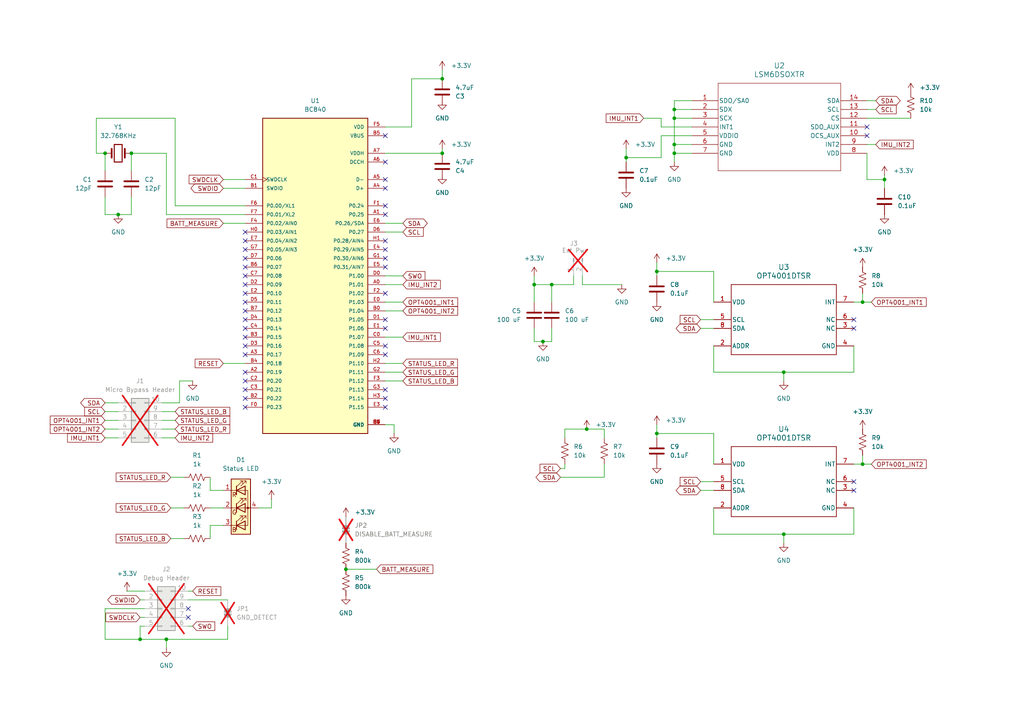
<source format=kicad_sch>
(kicad_sch
	(version 20231120)
	(generator "eeschema")
	(generator_version "8.0")
	(uuid "f492e40e-5719-4774-ae36-9af46d9a4355")
	(paper "A4")
	(title_block
		(title "Mini Base v2")
	)
	(lib_symbols
		(symbol "Connector:Conn_01x02_Pin"
			(pin_names
				(offset 1.016) hide)
			(exclude_from_sim no)
			(in_bom yes)
			(on_board yes)
			(property "Reference" "J3"
				(at -4.318 -1.27 90)
				(effects
					(font
						(size 1.27 1.27)
					)
					(justify left)
				)
			)
			(property "Value" "Ext Pwr"
				(at -2.286 -4.064 90)
				(effects
					(font
						(size 1.27 1.27)
					)
					(justify left)
				)
			)
			(property "Footprint" "Connector_PinHeader_2.54mm:PinHeader_2x02_P2.54mm_Vertical_SMD"
				(at 0 0 0)
				(effects
					(font
						(size 1.27 1.27)
					)
					(hide yes)
				)
			)
			(property "Datasheet" "~"
				(at 0 0 0)
				(effects
					(font
						(size 1.27 1.27)
					)
					(hide yes)
				)
			)
			(property "Description" "Generic connector, single row, 01x02, script generated"
				(at 0 0 0)
				(effects
					(font
						(size 1.27 1.27)
					)
					(hide yes)
				)
			)
			(property "ki_locked" ""
				(at 0 0 0)
				(effects
					(font
						(size 1.27 1.27)
					)
				)
			)
			(property "ki_keywords" "connector"
				(at 0 0 0)
				(effects
					(font
						(size 1.27 1.27)
					)
					(hide yes)
				)
			)
			(property "ki_fp_filters" "Connector*:*_1x??_*"
				(at 0 0 0)
				(effects
					(font
						(size 1.27 1.27)
					)
					(hide yes)
				)
			)
			(symbol "Conn_01x02_Pin_1_1"
				(polyline
					(pts
						(xy 1.27 -2.54) (xy 0.8636 -2.54)
					)
					(stroke
						(width 0.1524)
						(type default)
					)
					(fill
						(type none)
					)
				)
				(polyline
					(pts
						(xy 1.27 0) (xy 0.8636 0)
					)
					(stroke
						(width 0.1524)
						(type default)
					)
					(fill
						(type none)
					)
				)
				(rectangle
					(start 0.8636 -2.413)
					(end 0 -2.667)
					(stroke
						(width 0.1524)
						(type default)
					)
					(fill
						(type outline)
					)
				)
				(rectangle
					(start 0.8636 0.127)
					(end 0 -0.127)
					(stroke
						(width 0.1524)
						(type default)
					)
					(fill
						(type outline)
					)
				)
				(pin power_out line
					(at 5.08 0 180)
					(length 3.81)
					(name "Pin_1"
						(effects
							(font
								(size 1.27 1.27)
							)
						)
					)
					(number "1"
						(effects
							(font
								(size 1.27 1.27)
							)
						)
					)
				)
				(pin power_out line
					(at 5.08 -2.54 180)
					(length 3.81)
					(name "Pin_2"
						(effects
							(font
								(size 1.27 1.27)
							)
						)
					)
					(number "2"
						(effects
							(font
								(size 1.27 1.27)
							)
						)
					)
				)
			)
		)
		(symbol "Connector_Generic:Conn_02x05_Counter_Clockwise"
			(pin_names
				(offset 1.016) hide)
			(exclude_from_sim no)
			(in_bom yes)
			(on_board yes)
			(property "Reference" "J"
				(at 1.27 7.62 0)
				(effects
					(font
						(size 1.27 1.27)
					)
				)
			)
			(property "Value" "Conn_02x05_Counter_Clockwise"
				(at 1.27 -7.62 0)
				(effects
					(font
						(size 1.27 1.27)
					)
				)
			)
			(property "Footprint" ""
				(at 0 0 0)
				(effects
					(font
						(size 1.27 1.27)
					)
					(hide yes)
				)
			)
			(property "Datasheet" "~"
				(at 0 0 0)
				(effects
					(font
						(size 1.27 1.27)
					)
					(hide yes)
				)
			)
			(property "Description" "Generic connector, double row, 02x05, counter clockwise pin numbering scheme (similar to DIP package numbering), script generated (kicad-library-utils/schlib/autogen/connector/)"
				(at 0 0 0)
				(effects
					(font
						(size 1.27 1.27)
					)
					(hide yes)
				)
			)
			(property "ki_keywords" "connector"
				(at 0 0 0)
				(effects
					(font
						(size 1.27 1.27)
					)
					(hide yes)
				)
			)
			(property "ki_fp_filters" "Connector*:*_2x??_*"
				(at 0 0 0)
				(effects
					(font
						(size 1.27 1.27)
					)
					(hide yes)
				)
			)
			(symbol "Conn_02x05_Counter_Clockwise_1_1"
				(rectangle
					(start -1.27 -4.953)
					(end 0 -5.207)
					(stroke
						(width 0.1524)
						(type default)
					)
					(fill
						(type none)
					)
				)
				(rectangle
					(start -1.27 -2.413)
					(end 0 -2.667)
					(stroke
						(width 0.1524)
						(type default)
					)
					(fill
						(type none)
					)
				)
				(rectangle
					(start -1.27 0.127)
					(end 0 -0.127)
					(stroke
						(width 0.1524)
						(type default)
					)
					(fill
						(type none)
					)
				)
				(rectangle
					(start -1.27 2.667)
					(end 0 2.413)
					(stroke
						(width 0.1524)
						(type default)
					)
					(fill
						(type none)
					)
				)
				(rectangle
					(start -1.27 5.207)
					(end 0 4.953)
					(stroke
						(width 0.1524)
						(type default)
					)
					(fill
						(type none)
					)
				)
				(rectangle
					(start -1.27 6.35)
					(end 3.81 -6.35)
					(stroke
						(width 0.254)
						(type default)
					)
					(fill
						(type background)
					)
				)
				(rectangle
					(start 3.81 -4.953)
					(end 2.54 -5.207)
					(stroke
						(width 0.1524)
						(type default)
					)
					(fill
						(type none)
					)
				)
				(rectangle
					(start 3.81 -2.413)
					(end 2.54 -2.667)
					(stroke
						(width 0.1524)
						(type default)
					)
					(fill
						(type none)
					)
				)
				(rectangle
					(start 3.81 0.127)
					(end 2.54 -0.127)
					(stroke
						(width 0.1524)
						(type default)
					)
					(fill
						(type none)
					)
				)
				(rectangle
					(start 3.81 2.667)
					(end 2.54 2.413)
					(stroke
						(width 0.1524)
						(type default)
					)
					(fill
						(type none)
					)
				)
				(rectangle
					(start 3.81 5.207)
					(end 2.54 4.953)
					(stroke
						(width 0.1524)
						(type default)
					)
					(fill
						(type none)
					)
				)
				(pin passive line
					(at -5.08 5.08 0)
					(length 3.81)
					(name "Pin_1"
						(effects
							(font
								(size 1.27 1.27)
							)
						)
					)
					(number "1"
						(effects
							(font
								(size 1.27 1.27)
							)
						)
					)
				)
				(pin passive line
					(at 7.62 5.08 180)
					(length 3.81)
					(name "Pin_10"
						(effects
							(font
								(size 1.27 1.27)
							)
						)
					)
					(number "10"
						(effects
							(font
								(size 1.27 1.27)
							)
						)
					)
				)
				(pin passive line
					(at -5.08 2.54 0)
					(length 3.81)
					(name "Pin_2"
						(effects
							(font
								(size 1.27 1.27)
							)
						)
					)
					(number "2"
						(effects
							(font
								(size 1.27 1.27)
							)
						)
					)
				)
				(pin passive line
					(at -5.08 0 0)
					(length 3.81)
					(name "Pin_3"
						(effects
							(font
								(size 1.27 1.27)
							)
						)
					)
					(number "3"
						(effects
							(font
								(size 1.27 1.27)
							)
						)
					)
				)
				(pin passive line
					(at -5.08 -2.54 0)
					(length 3.81)
					(name "Pin_4"
						(effects
							(font
								(size 1.27 1.27)
							)
						)
					)
					(number "4"
						(effects
							(font
								(size 1.27 1.27)
							)
						)
					)
				)
				(pin passive line
					(at -5.08 -5.08 0)
					(length 3.81)
					(name "Pin_5"
						(effects
							(font
								(size 1.27 1.27)
							)
						)
					)
					(number "5"
						(effects
							(font
								(size 1.27 1.27)
							)
						)
					)
				)
				(pin passive line
					(at 7.62 -5.08 180)
					(length 3.81)
					(name "Pin_6"
						(effects
							(font
								(size 1.27 1.27)
							)
						)
					)
					(number "6"
						(effects
							(font
								(size 1.27 1.27)
							)
						)
					)
				)
				(pin passive line
					(at 7.62 -2.54 180)
					(length 3.81)
					(name "Pin_7"
						(effects
							(font
								(size 1.27 1.27)
							)
						)
					)
					(number "7"
						(effects
							(font
								(size 1.27 1.27)
							)
						)
					)
				)
				(pin passive line
					(at 7.62 0 180)
					(length 3.81)
					(name "Pin_8"
						(effects
							(font
								(size 1.27 1.27)
							)
						)
					)
					(number "8"
						(effects
							(font
								(size 1.27 1.27)
							)
						)
					)
				)
				(pin passive line
					(at 7.62 2.54 180)
					(length 3.81)
					(name "Pin_9"
						(effects
							(font
								(size 1.27 1.27)
							)
						)
					)
					(number "9"
						(effects
							(font
								(size 1.27 1.27)
							)
						)
					)
				)
			)
		)
		(symbol "Device:C"
			(pin_numbers hide)
			(pin_names
				(offset 0.254)
			)
			(exclude_from_sim no)
			(in_bom yes)
			(on_board yes)
			(property "Reference" "C"
				(at 0.635 2.54 0)
				(effects
					(font
						(size 1.27 1.27)
					)
					(justify left)
				)
			)
			(property "Value" "C"
				(at 0.635 -2.54 0)
				(effects
					(font
						(size 1.27 1.27)
					)
					(justify left)
				)
			)
			(property "Footprint" ""
				(at 0.9652 -3.81 0)
				(effects
					(font
						(size 1.27 1.27)
					)
					(hide yes)
				)
			)
			(property "Datasheet" "~"
				(at 0 0 0)
				(effects
					(font
						(size 1.27 1.27)
					)
					(hide yes)
				)
			)
			(property "Description" "Unpolarized capacitor"
				(at 0 0 0)
				(effects
					(font
						(size 1.27 1.27)
					)
					(hide yes)
				)
			)
			(property "ki_keywords" "cap capacitor"
				(at 0 0 0)
				(effects
					(font
						(size 1.27 1.27)
					)
					(hide yes)
				)
			)
			(property "ki_fp_filters" "C_*"
				(at 0 0 0)
				(effects
					(font
						(size 1.27 1.27)
					)
					(hide yes)
				)
			)
			(symbol "C_0_1"
				(polyline
					(pts
						(xy -2.032 -0.762) (xy 2.032 -0.762)
					)
					(stroke
						(width 0.508)
						(type default)
					)
					(fill
						(type none)
					)
				)
				(polyline
					(pts
						(xy -2.032 0.762) (xy 2.032 0.762)
					)
					(stroke
						(width 0.508)
						(type default)
					)
					(fill
						(type none)
					)
				)
			)
			(symbol "C_1_1"
				(pin passive line
					(at 0 3.81 270)
					(length 2.794)
					(name "~"
						(effects
							(font
								(size 1.27 1.27)
							)
						)
					)
					(number "1"
						(effects
							(font
								(size 1.27 1.27)
							)
						)
					)
				)
				(pin passive line
					(at 0 -3.81 90)
					(length 2.794)
					(name "~"
						(effects
							(font
								(size 1.27 1.27)
							)
						)
					)
					(number "2"
						(effects
							(font
								(size 1.27 1.27)
							)
						)
					)
				)
			)
		)
		(symbol "Device:Crystal"
			(pin_numbers hide)
			(pin_names
				(offset 1.016) hide)
			(exclude_from_sim no)
			(in_bom yes)
			(on_board yes)
			(property "Reference" "Y"
				(at 0 3.81 0)
				(effects
					(font
						(size 1.27 1.27)
					)
				)
			)
			(property "Value" "Crystal"
				(at 0 -3.81 0)
				(effects
					(font
						(size 1.27 1.27)
					)
				)
			)
			(property "Footprint" ""
				(at 0 0 0)
				(effects
					(font
						(size 1.27 1.27)
					)
					(hide yes)
				)
			)
			(property "Datasheet" "~"
				(at 0 0 0)
				(effects
					(font
						(size 1.27 1.27)
					)
					(hide yes)
				)
			)
			(property "Description" "Two pin crystal"
				(at 0 0 0)
				(effects
					(font
						(size 1.27 1.27)
					)
					(hide yes)
				)
			)
			(property "ki_keywords" "quartz ceramic resonator oscillator"
				(at 0 0 0)
				(effects
					(font
						(size 1.27 1.27)
					)
					(hide yes)
				)
			)
			(property "ki_fp_filters" "Crystal*"
				(at 0 0 0)
				(effects
					(font
						(size 1.27 1.27)
					)
					(hide yes)
				)
			)
			(symbol "Crystal_0_1"
				(rectangle
					(start -1.143 2.54)
					(end 1.143 -2.54)
					(stroke
						(width 0.3048)
						(type default)
					)
					(fill
						(type none)
					)
				)
				(polyline
					(pts
						(xy -2.54 0) (xy -1.905 0)
					)
					(stroke
						(width 0)
						(type default)
					)
					(fill
						(type none)
					)
				)
				(polyline
					(pts
						(xy -1.905 -1.27) (xy -1.905 1.27)
					)
					(stroke
						(width 0.508)
						(type default)
					)
					(fill
						(type none)
					)
				)
				(polyline
					(pts
						(xy 1.905 -1.27) (xy 1.905 1.27)
					)
					(stroke
						(width 0.508)
						(type default)
					)
					(fill
						(type none)
					)
				)
				(polyline
					(pts
						(xy 2.54 0) (xy 1.905 0)
					)
					(stroke
						(width 0)
						(type default)
					)
					(fill
						(type none)
					)
				)
			)
			(symbol "Crystal_1_1"
				(pin passive line
					(at -3.81 0 0)
					(length 1.27)
					(name "1"
						(effects
							(font
								(size 1.27 1.27)
							)
						)
					)
					(number "1"
						(effects
							(font
								(size 1.27 1.27)
							)
						)
					)
				)
				(pin passive line
					(at 3.81 0 180)
					(length 1.27)
					(name "2"
						(effects
							(font
								(size 1.27 1.27)
							)
						)
					)
					(number "2"
						(effects
							(font
								(size 1.27 1.27)
							)
						)
					)
				)
			)
		)
		(symbol "Device:LED_RGBA"
			(pin_names
				(offset 0) hide)
			(exclude_from_sim no)
			(in_bom yes)
			(on_board yes)
			(property "Reference" "D"
				(at 0 9.398 0)
				(effects
					(font
						(size 1.27 1.27)
					)
				)
			)
			(property "Value" "LED_RGBA"
				(at 0 -8.89 0)
				(effects
					(font
						(size 1.27 1.27)
					)
				)
			)
			(property "Footprint" ""
				(at 0 -1.27 0)
				(effects
					(font
						(size 1.27 1.27)
					)
					(hide yes)
				)
			)
			(property "Datasheet" "~"
				(at 0 -1.27 0)
				(effects
					(font
						(size 1.27 1.27)
					)
					(hide yes)
				)
			)
			(property "Description" "RGB LED, red/green/blue/anode"
				(at 0 0 0)
				(effects
					(font
						(size 1.27 1.27)
					)
					(hide yes)
				)
			)
			(property "ki_keywords" "LED RGB diode"
				(at 0 0 0)
				(effects
					(font
						(size 1.27 1.27)
					)
					(hide yes)
				)
			)
			(property "ki_fp_filters" "LED* LED_SMD:* LED_THT:*"
				(at 0 0 0)
				(effects
					(font
						(size 1.27 1.27)
					)
					(hide yes)
				)
			)
			(symbol "LED_RGBA_0_0"
				(text "B"
					(at -1.905 -6.35 0)
					(effects
						(font
							(size 1.27 1.27)
						)
					)
				)
				(text "G"
					(at -1.905 -1.27 0)
					(effects
						(font
							(size 1.27 1.27)
						)
					)
				)
				(text "R"
					(at -1.905 3.81 0)
					(effects
						(font
							(size 1.27 1.27)
						)
					)
				)
			)
			(symbol "LED_RGBA_0_1"
				(polyline
					(pts
						(xy -1.27 -5.08) (xy -2.54 -5.08)
					)
					(stroke
						(width 0)
						(type default)
					)
					(fill
						(type none)
					)
				)
				(polyline
					(pts
						(xy -1.27 -5.08) (xy 1.27 -5.08)
					)
					(stroke
						(width 0)
						(type default)
					)
					(fill
						(type none)
					)
				)
				(polyline
					(pts
						(xy -1.27 -3.81) (xy -1.27 -6.35)
					)
					(stroke
						(width 0.254)
						(type default)
					)
					(fill
						(type none)
					)
				)
				(polyline
					(pts
						(xy -1.27 0) (xy -2.54 0)
					)
					(stroke
						(width 0)
						(type default)
					)
					(fill
						(type none)
					)
				)
				(polyline
					(pts
						(xy -1.27 1.27) (xy -1.27 -1.27)
					)
					(stroke
						(width 0.254)
						(type default)
					)
					(fill
						(type none)
					)
				)
				(polyline
					(pts
						(xy -1.27 5.08) (xy -2.54 5.08)
					)
					(stroke
						(width 0)
						(type default)
					)
					(fill
						(type none)
					)
				)
				(polyline
					(pts
						(xy -1.27 5.08) (xy 1.27 5.08)
					)
					(stroke
						(width 0)
						(type default)
					)
					(fill
						(type none)
					)
				)
				(polyline
					(pts
						(xy -1.27 6.35) (xy -1.27 3.81)
					)
					(stroke
						(width 0.254)
						(type default)
					)
					(fill
						(type none)
					)
				)
				(polyline
					(pts
						(xy 1.27 0) (xy -1.27 0)
					)
					(stroke
						(width 0)
						(type default)
					)
					(fill
						(type none)
					)
				)
				(polyline
					(pts
						(xy 1.27 0) (xy 2.54 0)
					)
					(stroke
						(width 0)
						(type default)
					)
					(fill
						(type none)
					)
				)
				(polyline
					(pts
						(xy -1.27 1.27) (xy -1.27 -1.27) (xy -1.27 -1.27)
					)
					(stroke
						(width 0)
						(type default)
					)
					(fill
						(type none)
					)
				)
				(polyline
					(pts
						(xy -1.27 6.35) (xy -1.27 3.81) (xy -1.27 3.81)
					)
					(stroke
						(width 0)
						(type default)
					)
					(fill
						(type none)
					)
				)
				(polyline
					(pts
						(xy 1.27 -5.08) (xy 2.032 -5.08) (xy 2.032 5.08) (xy 1.27 5.08)
					)
					(stroke
						(width 0)
						(type default)
					)
					(fill
						(type none)
					)
				)
				(polyline
					(pts
						(xy 1.27 -3.81) (xy 1.27 -6.35) (xy -1.27 -5.08) (xy 1.27 -3.81)
					)
					(stroke
						(width 0.254)
						(type default)
					)
					(fill
						(type none)
					)
				)
				(polyline
					(pts
						(xy 1.27 1.27) (xy 1.27 -1.27) (xy -1.27 0) (xy 1.27 1.27)
					)
					(stroke
						(width 0.254)
						(type default)
					)
					(fill
						(type none)
					)
				)
				(polyline
					(pts
						(xy 1.27 6.35) (xy 1.27 3.81) (xy -1.27 5.08) (xy 1.27 6.35)
					)
					(stroke
						(width 0.254)
						(type default)
					)
					(fill
						(type none)
					)
				)
				(polyline
					(pts
						(xy -1.016 -3.81) (xy 0.508 -2.286) (xy -0.254 -2.286) (xy 0.508 -2.286) (xy 0.508 -3.048)
					)
					(stroke
						(width 0)
						(type default)
					)
					(fill
						(type none)
					)
				)
				(polyline
					(pts
						(xy -1.016 1.27) (xy 0.508 2.794) (xy -0.254 2.794) (xy 0.508 2.794) (xy 0.508 2.032)
					)
					(stroke
						(width 0)
						(type default)
					)
					(fill
						(type none)
					)
				)
				(polyline
					(pts
						(xy -1.016 6.35) (xy 0.508 7.874) (xy -0.254 7.874) (xy 0.508 7.874) (xy 0.508 7.112)
					)
					(stroke
						(width 0)
						(type default)
					)
					(fill
						(type none)
					)
				)
				(polyline
					(pts
						(xy 0 -3.81) (xy 1.524 -2.286) (xy 0.762 -2.286) (xy 1.524 -2.286) (xy 1.524 -3.048)
					)
					(stroke
						(width 0)
						(type default)
					)
					(fill
						(type none)
					)
				)
				(polyline
					(pts
						(xy 0 1.27) (xy 1.524 2.794) (xy 0.762 2.794) (xy 1.524 2.794) (xy 1.524 2.032)
					)
					(stroke
						(width 0)
						(type default)
					)
					(fill
						(type none)
					)
				)
				(polyline
					(pts
						(xy 0 6.35) (xy 1.524 7.874) (xy 0.762 7.874) (xy 1.524 7.874) (xy 1.524 7.112)
					)
					(stroke
						(width 0)
						(type default)
					)
					(fill
						(type none)
					)
				)
				(rectangle
					(start 1.27 -1.27)
					(end 1.27 1.27)
					(stroke
						(width 0)
						(type default)
					)
					(fill
						(type none)
					)
				)
				(rectangle
					(start 1.27 1.27)
					(end 1.27 1.27)
					(stroke
						(width 0)
						(type default)
					)
					(fill
						(type none)
					)
				)
				(rectangle
					(start 1.27 3.81)
					(end 1.27 6.35)
					(stroke
						(width 0)
						(type default)
					)
					(fill
						(type none)
					)
				)
				(rectangle
					(start 1.27 6.35)
					(end 1.27 6.35)
					(stroke
						(width 0)
						(type default)
					)
					(fill
						(type none)
					)
				)
				(circle
					(center 2.032 0)
					(radius 0.254)
					(stroke
						(width 0)
						(type default)
					)
					(fill
						(type outline)
					)
				)
				(rectangle
					(start 2.794 8.382)
					(end -2.794 -7.62)
					(stroke
						(width 0.254)
						(type default)
					)
					(fill
						(type background)
					)
				)
			)
			(symbol "LED_RGBA_1_1"
				(pin passive line
					(at -5.08 5.08 0)
					(length 2.54)
					(name "RK"
						(effects
							(font
								(size 1.27 1.27)
							)
						)
					)
					(number "1"
						(effects
							(font
								(size 1.27 1.27)
							)
						)
					)
				)
				(pin passive line
					(at -5.08 0 0)
					(length 2.54)
					(name "GK"
						(effects
							(font
								(size 1.27 1.27)
							)
						)
					)
					(number "2"
						(effects
							(font
								(size 1.27 1.27)
							)
						)
					)
				)
				(pin passive line
					(at -5.08 -5.08 0)
					(length 2.54)
					(name "BK"
						(effects
							(font
								(size 1.27 1.27)
							)
						)
					)
					(number "3"
						(effects
							(font
								(size 1.27 1.27)
							)
						)
					)
				)
				(pin passive line
					(at 5.08 0 180)
					(length 2.54)
					(name "A"
						(effects
							(font
								(size 1.27 1.27)
							)
						)
					)
					(number "4"
						(effects
							(font
								(size 1.27 1.27)
							)
						)
					)
				)
			)
		)
		(symbol "Device:R_US"
			(pin_numbers hide)
			(pin_names
				(offset 0)
			)
			(exclude_from_sim no)
			(in_bom yes)
			(on_board yes)
			(property "Reference" "R"
				(at 2.54 0 90)
				(effects
					(font
						(size 1.27 1.27)
					)
				)
			)
			(property "Value" "R_US"
				(at -2.54 0 90)
				(effects
					(font
						(size 1.27 1.27)
					)
				)
			)
			(property "Footprint" ""
				(at 1.016 -0.254 90)
				(effects
					(font
						(size 1.27 1.27)
					)
					(hide yes)
				)
			)
			(property "Datasheet" "~"
				(at 0 0 0)
				(effects
					(font
						(size 1.27 1.27)
					)
					(hide yes)
				)
			)
			(property "Description" "Resistor, US symbol"
				(at 0 0 0)
				(effects
					(font
						(size 1.27 1.27)
					)
					(hide yes)
				)
			)
			(property "ki_keywords" "R res resistor"
				(at 0 0 0)
				(effects
					(font
						(size 1.27 1.27)
					)
					(hide yes)
				)
			)
			(property "ki_fp_filters" "R_*"
				(at 0 0 0)
				(effects
					(font
						(size 1.27 1.27)
					)
					(hide yes)
				)
			)
			(symbol "R_US_0_1"
				(polyline
					(pts
						(xy 0 -2.286) (xy 0 -2.54)
					)
					(stroke
						(width 0)
						(type default)
					)
					(fill
						(type none)
					)
				)
				(polyline
					(pts
						(xy 0 2.286) (xy 0 2.54)
					)
					(stroke
						(width 0)
						(type default)
					)
					(fill
						(type none)
					)
				)
				(polyline
					(pts
						(xy 0 -0.762) (xy 1.016 -1.143) (xy 0 -1.524) (xy -1.016 -1.905) (xy 0 -2.286)
					)
					(stroke
						(width 0)
						(type default)
					)
					(fill
						(type none)
					)
				)
				(polyline
					(pts
						(xy 0 0.762) (xy 1.016 0.381) (xy 0 0) (xy -1.016 -0.381) (xy 0 -0.762)
					)
					(stroke
						(width 0)
						(type default)
					)
					(fill
						(type none)
					)
				)
				(polyline
					(pts
						(xy 0 2.286) (xy 1.016 1.905) (xy 0 1.524) (xy -1.016 1.143) (xy 0 0.762)
					)
					(stroke
						(width 0)
						(type default)
					)
					(fill
						(type none)
					)
				)
			)
			(symbol "R_US_1_1"
				(pin passive line
					(at 0 3.81 270)
					(length 1.27)
					(name "~"
						(effects
							(font
								(size 1.27 1.27)
							)
						)
					)
					(number "1"
						(effects
							(font
								(size 1.27 1.27)
							)
						)
					)
				)
				(pin passive line
					(at 0 -3.81 90)
					(length 1.27)
					(name "~"
						(effects
							(font
								(size 1.27 1.27)
							)
						)
					)
					(number "2"
						(effects
							(font
								(size 1.27 1.27)
							)
						)
					)
				)
			)
		)
		(symbol "Jumper:SolderJumper_2_Bridged"
			(pin_numbers hide)
			(pin_names
				(offset 0) hide)
			(exclude_from_sim yes)
			(in_bom no)
			(on_board yes)
			(property "Reference" "JP"
				(at 0 2.032 0)
				(effects
					(font
						(size 1.27 1.27)
					)
				)
			)
			(property "Value" "SolderJumper_2_Bridged"
				(at 0 -2.54 0)
				(effects
					(font
						(size 1.27 1.27)
					)
				)
			)
			(property "Footprint" ""
				(at 0 0 0)
				(effects
					(font
						(size 1.27 1.27)
					)
					(hide yes)
				)
			)
			(property "Datasheet" "~"
				(at 0 0 0)
				(effects
					(font
						(size 1.27 1.27)
					)
					(hide yes)
				)
			)
			(property "Description" "Solder Jumper, 2-pole, closed/bridged"
				(at 0 0 0)
				(effects
					(font
						(size 1.27 1.27)
					)
					(hide yes)
				)
			)
			(property "ki_keywords" "solder jumper SPST"
				(at 0 0 0)
				(effects
					(font
						(size 1.27 1.27)
					)
					(hide yes)
				)
			)
			(property "ki_fp_filters" "SolderJumper*Bridged*"
				(at 0 0 0)
				(effects
					(font
						(size 1.27 1.27)
					)
					(hide yes)
				)
			)
			(symbol "SolderJumper_2_Bridged_0_1"
				(rectangle
					(start -0.508 0.508)
					(end 0.508 -0.508)
					(stroke
						(width 0)
						(type default)
					)
					(fill
						(type outline)
					)
				)
				(arc
					(start -0.254 1.016)
					(mid -1.2656 0)
					(end -0.254 -1.016)
					(stroke
						(width 0)
						(type default)
					)
					(fill
						(type none)
					)
				)
				(arc
					(start -0.254 1.016)
					(mid -1.2656 0)
					(end -0.254 -1.016)
					(stroke
						(width 0)
						(type default)
					)
					(fill
						(type outline)
					)
				)
				(polyline
					(pts
						(xy -0.254 1.016) (xy -0.254 -1.016)
					)
					(stroke
						(width 0)
						(type default)
					)
					(fill
						(type none)
					)
				)
				(polyline
					(pts
						(xy 0.254 1.016) (xy 0.254 -1.016)
					)
					(stroke
						(width 0)
						(type default)
					)
					(fill
						(type none)
					)
				)
				(arc
					(start 0.254 -1.016)
					(mid 1.2656 0)
					(end 0.254 1.016)
					(stroke
						(width 0)
						(type default)
					)
					(fill
						(type none)
					)
				)
				(arc
					(start 0.254 -1.016)
					(mid 1.2656 0)
					(end 0.254 1.016)
					(stroke
						(width 0)
						(type default)
					)
					(fill
						(type outline)
					)
				)
			)
			(symbol "SolderJumper_2_Bridged_1_1"
				(pin passive line
					(at -3.81 0 0)
					(length 2.54)
					(name "A"
						(effects
							(font
								(size 1.27 1.27)
							)
						)
					)
					(number "1"
						(effects
							(font
								(size 1.27 1.27)
							)
						)
					)
				)
				(pin passive line
					(at 3.81 0 180)
					(length 2.54)
					(name "B"
						(effects
							(font
								(size 1.27 1.27)
							)
						)
					)
					(number "2"
						(effects
							(font
								(size 1.27 1.27)
							)
						)
					)
				)
			)
		)
		(symbol "anichno:BC840"
			(pin_names
				(offset 1.016)
			)
			(exclude_from_sim no)
			(in_bom yes)
			(on_board yes)
			(property "Reference" "U"
				(at -15.24 46.228 0)
				(effects
					(font
						(size 1.27 1.27)
					)
					(justify left bottom)
				)
			)
			(property "Value" "BC840"
				(at -15.24 -48.26 0)
				(effects
					(font
						(size 1.27 1.27)
					)
					(justify left bottom)
				)
			)
			(property "Footprint" "BC840:MODULE_BC840"
				(at 0 50.038 0)
				(effects
					(font
						(size 1.27 1.27)
					)
					(justify bottom)
					(hide yes)
				)
			)
			(property "Datasheet" ""
				(at 0 0 0)
				(effects
					(font
						(size 1.27 1.27)
					)
					(hide yes)
				)
			)
			(property "Description" ""
				(at 0 0 0)
				(effects
					(font
						(size 1.27 1.27)
					)
					(hide yes)
				)
			)
			(property "MF" "Fanstel Corp."
				(at -0.254 -69.342 0)
				(effects
					(font
						(size 1.27 1.27)
					)
					(justify bottom)
					(hide yes)
				)
			)
			(property "MAXIMUM_PACKAGE_HEIGHT" "1.65 mm"
				(at -0.254 -82.296 0)
				(effects
					(font
						(size 1.27 1.27)
					)
					(justify bottom)
					(hide yes)
				)
			)
			(property "Package" "None"
				(at 0.254 -76.454 0)
				(effects
					(font
						(size 1.27 1.27)
					)
					(justify bottom)
					(hide yes)
				)
			)
			(property "Price" "None"
				(at 0.762 -78.486 0)
				(effects
					(font
						(size 1.27 1.27)
					)
					(justify bottom)
					(hide yes)
				)
			)
			(property "Check_prices" "https://www.snapeda.com/parts/BC840/Fanstel+Corp./view-part/?ref=eda"
				(at 0 -56.134 0)
				(effects
					(font
						(size 1.27 1.27)
					)
					(justify bottom)
					(hide yes)
				)
			)
			(property "STANDARD" "Manufacturer Recommendations"
				(at -1.27 -61.976 0)
				(effects
					(font
						(size 1.27 1.27)
					)
					(justify bottom)
					(hide yes)
				)
			)
			(property "PARTREV" "1.07"
				(at 0 -64.262 0)
				(effects
					(font
						(size 1.27 1.27)
					)
					(justify bottom)
					(hide yes)
				)
			)
			(property "SnapEDA_Link" "https://www.snapeda.com/parts/BC840/Fanstel+Corp./view-part/?ref=snap"
				(at -1.27 -58.674 0)
				(effects
					(font
						(size 1.27 1.27)
					)
					(justify bottom)
					(hide yes)
				)
			)
			(property "MP" "BC840"
				(at 1.016 -66.04 0)
				(effects
					(font
						(size 1.27 1.27)
					)
					(justify bottom)
					(hide yes)
				)
			)
			(property "Description_1" "\n                        \n                            802.15.4, Bluetooth Bluetooth v5.0, Thread, Zigbee® Transceiver Module 2.4GHz Antenna Not Included Surface Mount\n                        \n"
				(at -9.398 -54.356 0)
				(effects
					(font
						(size 1.27 1.27)
					)
					(justify bottom)
					(hide yes)
				)
			)
			(property "Availability" "In Stock"
				(at 1.016 -74.93 0)
				(effects
					(font
						(size 1.27 1.27)
					)
					(justify bottom)
					(hide yes)
				)
			)
			(property "MANUFACTURER" "Fanstel Corp."
				(at 0.762 -72.644 0)
				(effects
					(font
						(size 1.27 1.27)
					)
					(justify bottom)
					(hide yes)
				)
			)
			(symbol "BC840_0_0"
				(rectangle
					(start -15.24 -45.72)
					(end 15.24 45.72)
					(stroke
						(width 0.254)
						(type default)
					)
					(fill
						(type background)
					)
				)
				(pin bidirectional line
					(at 20.32 -2.54 180)
					(length 5.08)
					(name "P1.01"
						(effects
							(font
								(size 1.016 1.016)
							)
						)
					)
					(number "A0"
						(effects
							(font
								(size 1.016 1.016)
							)
						)
					)
				)
				(pin bidirectional line
					(at 20.32 17.78 180)
					(length 5.08)
					(name "P0.25"
						(effects
							(font
								(size 1.016 1.016)
							)
						)
					)
					(number "A1"
						(effects
							(font
								(size 1.016 1.016)
							)
						)
					)
				)
				(pin bidirectional line
					(at -20.32 -27.94 0)
					(length 5.08)
					(name "P0.19"
						(effects
							(font
								(size 1.016 1.016)
							)
						)
					)
					(number "A2"
						(effects
							(font
								(size 1.016 1.016)
							)
						)
					)
				)
				(pin bidirectional line
					(at -20.32 -22.86 0)
					(length 5.08)
					(name "P0.17"
						(effects
							(font
								(size 1.016 1.016)
							)
						)
					)
					(number "A3"
						(effects
							(font
								(size 1.016 1.016)
							)
						)
					)
				)
				(pin bidirectional line
					(at 20.32 25.4 180)
					(length 5.08)
					(name "D+"
						(effects
							(font
								(size 1.016 1.016)
							)
						)
					)
					(number "A4"
						(effects
							(font
								(size 1.016 1.016)
							)
						)
					)
				)
				(pin bidirectional line
					(at 20.32 27.94 180)
					(length 5.08)
					(name "D-"
						(effects
							(font
								(size 1.016 1.016)
							)
						)
					)
					(number "A5"
						(effects
							(font
								(size 1.016 1.016)
							)
						)
					)
				)
				(pin power_in line
					(at 20.32 33.02 180)
					(length 5.08)
					(name "DCCH"
						(effects
							(font
								(size 1.016 1.016)
							)
						)
					)
					(number "A6"
						(effects
							(font
								(size 1.016 1.016)
							)
						)
					)
				)
				(pin power_in line
					(at 20.32 35.56 180)
					(length 5.08)
					(name "VDDH"
						(effects
							(font
								(size 1.016 1.016)
							)
						)
					)
					(number "A7"
						(effects
							(font
								(size 1.016 1.016)
							)
						)
					)
				)
				(pin bidirectional line
					(at 20.32 -10.16 180)
					(length 5.08)
					(name "P1.04"
						(effects
							(font
								(size 1.016 1.016)
							)
						)
					)
					(number "B0"
						(effects
							(font
								(size 1.016 1.016)
							)
						)
					)
				)
				(pin bidirectional line
					(at -20.32 25.4 0)
					(length 5.08)
					(name "SWDIO"
						(effects
							(font
								(size 1.016 1.016)
							)
						)
					)
					(number "B1"
						(effects
							(font
								(size 1.016 1.016)
							)
						)
					)
				)
				(pin bidirectional line
					(at -20.32 -35.56 0)
					(length 5.08)
					(name "P0.22"
						(effects
							(font
								(size 1.016 1.016)
							)
						)
					)
					(number "B2"
						(effects
							(font
								(size 1.016 1.016)
							)
						)
					)
				)
				(pin bidirectional line
					(at -20.32 -17.78 0)
					(length 5.08)
					(name "P0.15"
						(effects
							(font
								(size 1.016 1.016)
							)
						)
					)
					(number "B3"
						(effects
							(font
								(size 1.016 1.016)
							)
						)
					)
				)
				(pin bidirectional line
					(at -20.32 -25.4 0)
					(length 5.08)
					(name "P0.18"
						(effects
							(font
								(size 1.016 1.016)
							)
						)
					)
					(number "B4"
						(effects
							(font
								(size 1.016 1.016)
							)
						)
					)
				)
				(pin power_in line
					(at 20.32 40.64 180)
					(length 5.08)
					(name "VBUS"
						(effects
							(font
								(size 1.016 1.016)
							)
						)
					)
					(number "B5"
						(effects
							(font
								(size 1.016 1.016)
							)
						)
					)
				)
				(pin bidirectional line
					(at -20.32 2.54 0)
					(length 5.08)
					(name "P0.07"
						(effects
							(font
								(size 1.016 1.016)
							)
						)
					)
					(number "B6"
						(effects
							(font
								(size 1.016 1.016)
							)
						)
					)
				)
				(pin bidirectional line
					(at -20.32 -10.16 0)
					(length 5.08)
					(name "P0.12"
						(effects
							(font
								(size 1.016 1.016)
							)
						)
					)
					(number "B7"
						(effects
							(font
								(size 1.016 1.016)
							)
						)
					)
				)
				(pin bidirectional line
					(at 20.32 -17.78 180)
					(length 5.08)
					(name "P1.07"
						(effects
							(font
								(size 1.016 1.016)
							)
						)
					)
					(number "C0"
						(effects
							(font
								(size 1.016 1.016)
							)
						)
					)
				)
				(pin input clock
					(at -20.32 27.94 0)
					(length 5.08)
					(name "SWDCLK"
						(effects
							(font
								(size 1.016 1.016)
							)
						)
					)
					(number "C1"
						(effects
							(font
								(size 1.016 1.016)
							)
						)
					)
				)
				(pin bidirectional line
					(at -20.32 -30.48 0)
					(length 5.08)
					(name "P0.20"
						(effects
							(font
								(size 1.016 1.016)
							)
						)
					)
					(number "C2"
						(effects
							(font
								(size 1.016 1.016)
							)
						)
					)
				)
				(pin bidirectional line
					(at -20.32 -33.02 0)
					(length 5.08)
					(name "P0.21"
						(effects
							(font
								(size 1.016 1.016)
							)
						)
					)
					(number "C3"
						(effects
							(font
								(size 1.016 1.016)
							)
						)
					)
				)
				(pin bidirectional line
					(at -20.32 -15.24 0)
					(length 5.08)
					(name "P0.14"
						(effects
							(font
								(size 1.016 1.016)
							)
						)
					)
					(number "C4"
						(effects
							(font
								(size 1.016 1.016)
							)
						)
					)
				)
				(pin bidirectional line
					(at 20.32 -20.32 180)
					(length 5.08)
					(name "P1.08"
						(effects
							(font
								(size 1.016 1.016)
							)
						)
					)
					(number "C5"
						(effects
							(font
								(size 1.016 1.016)
							)
						)
					)
				)
				(pin bidirectional line
					(at 20.32 -22.86 180)
					(length 5.08)
					(name "P1.09"
						(effects
							(font
								(size 1.016 1.016)
							)
						)
					)
					(number "C6"
						(effects
							(font
								(size 1.016 1.016)
							)
						)
					)
				)
				(pin bidirectional line
					(at -20.32 0 0)
					(length 5.08)
					(name "P0.08"
						(effects
							(font
								(size 1.016 1.016)
							)
						)
					)
					(number "C7"
						(effects
							(font
								(size 1.016 1.016)
							)
						)
					)
				)
				(pin bidirectional line
					(at 20.32 0 180)
					(length 5.08)
					(name "P1.00"
						(effects
							(font
								(size 1.016 1.016)
							)
						)
					)
					(number "D0"
						(effects
							(font
								(size 1.016 1.016)
							)
						)
					)
				)
				(pin bidirectional line
					(at 20.32 -12.7 180)
					(length 5.08)
					(name "P1.05"
						(effects
							(font
								(size 1.016 1.016)
							)
						)
					)
					(number "D1"
						(effects
							(font
								(size 1.016 1.016)
							)
						)
					)
				)
				(pin bidirectional line
					(at -20.32 -2.54 0)
					(length 5.08)
					(name "P0.09"
						(effects
							(font
								(size 1.016 1.016)
							)
						)
					)
					(number "D2"
						(effects
							(font
								(size 1.016 1.016)
							)
						)
					)
				)
				(pin bidirectional line
					(at -20.32 -20.32 0)
					(length 5.08)
					(name "P0.16"
						(effects
							(font
								(size 1.016 1.016)
							)
						)
					)
					(number "D3"
						(effects
							(font
								(size 1.016 1.016)
							)
						)
					)
				)
				(pin bidirectional line
					(at -20.32 -12.7 0)
					(length 5.08)
					(name "P0.13"
						(effects
							(font
								(size 1.016 1.016)
							)
						)
					)
					(number "D4"
						(effects
							(font
								(size 1.016 1.016)
							)
						)
					)
				)
				(pin bidirectional line
					(at -20.32 -7.62 0)
					(length 5.08)
					(name "P0.11"
						(effects
							(font
								(size 1.016 1.016)
							)
						)
					)
					(number "D5"
						(effects
							(font
								(size 1.016 1.016)
							)
						)
					)
				)
				(pin bidirectional line
					(at 20.32 12.7 180)
					(length 5.08)
					(name "P0.27"
						(effects
							(font
								(size 1.016 1.016)
							)
						)
					)
					(number "D6"
						(effects
							(font
								(size 1.016 1.016)
							)
						)
					)
				)
				(pin bidirectional line
					(at -20.32 5.08 0)
					(length 5.08)
					(name "P0.06"
						(effects
							(font
								(size 1.016 1.016)
							)
						)
					)
					(number "D7"
						(effects
							(font
								(size 1.016 1.016)
							)
						)
					)
				)
				(pin bidirectional line
					(at 20.32 -7.62 180)
					(length 5.08)
					(name "P1.03"
						(effects
							(font
								(size 1.016 1.016)
							)
						)
					)
					(number "E0"
						(effects
							(font
								(size 1.016 1.016)
							)
						)
					)
				)
				(pin bidirectional line
					(at 20.32 -15.24 180)
					(length 5.08)
					(name "P1.06"
						(effects
							(font
								(size 1.016 1.016)
							)
						)
					)
					(number "E1"
						(effects
							(font
								(size 1.016 1.016)
							)
						)
					)
				)
				(pin bidirectional line
					(at -20.32 -5.08 0)
					(length 5.08)
					(name "P0.10"
						(effects
							(font
								(size 1.016 1.016)
							)
						)
					)
					(number "E2"
						(effects
							(font
								(size 1.016 1.016)
							)
						)
					)
				)
				(pin bidirectional line
					(at 20.32 -38.1 180)
					(length 5.08)
					(name "P1.15"
						(effects
							(font
								(size 1.016 1.016)
							)
						)
					)
					(number "E3"
						(effects
							(font
								(size 1.016 1.016)
							)
						)
					)
				)
				(pin bidirectional line
					(at 20.32 7.62 180)
					(length 5.08)
					(name "P0.29/AIN5"
						(effects
							(font
								(size 1.016 1.016)
							)
						)
					)
					(number "E4"
						(effects
							(font
								(size 1.016 1.016)
							)
						)
					)
				)
				(pin bidirectional line
					(at 20.32 2.54 180)
					(length 5.08)
					(name "P0.31/AIN7"
						(effects
							(font
								(size 1.016 1.016)
							)
						)
					)
					(number "E5"
						(effects
							(font
								(size 1.016 1.016)
							)
						)
					)
				)
				(pin bidirectional line
					(at 20.32 15.24 180)
					(length 5.08)
					(name "P0.26/SDA"
						(effects
							(font
								(size 1.016 1.016)
							)
						)
					)
					(number "E6"
						(effects
							(font
								(size 1.016 1.016)
							)
						)
					)
				)
				(pin bidirectional line
					(at -20.32 10.16 0)
					(length 5.08)
					(name "P0.04/AIN2"
						(effects
							(font
								(size 1.016 1.016)
							)
						)
					)
					(number "E7"
						(effects
							(font
								(size 1.016 1.016)
							)
						)
					)
				)
				(pin bidirectional line
					(at -20.32 -38.1 0)
					(length 5.08)
					(name "P0.23"
						(effects
							(font
								(size 1.016 1.016)
							)
						)
					)
					(number "F0"
						(effects
							(font
								(size 1.016 1.016)
							)
						)
					)
				)
				(pin bidirectional line
					(at 20.32 20.32 180)
					(length 5.08)
					(name "P0.24"
						(effects
							(font
								(size 1.016 1.016)
							)
						)
					)
					(number "F1"
						(effects
							(font
								(size 1.016 1.016)
							)
						)
					)
				)
				(pin bidirectional line
					(at 20.32 -5.08 180)
					(length 5.08)
					(name "P1.02"
						(effects
							(font
								(size 1.016 1.016)
							)
						)
					)
					(number "F2"
						(effects
							(font
								(size 1.016 1.016)
							)
						)
					)
				)
				(pin bidirectional line
					(at 20.32 -30.48 180)
					(length 5.08)
					(name "P1.12"
						(effects
							(font
								(size 1.016 1.016)
							)
						)
					)
					(number "F3"
						(effects
							(font
								(size 1.016 1.016)
							)
						)
					)
				)
				(pin bidirectional line
					(at -20.32 15.24 0)
					(length 5.08)
					(name "P0.02/AIN0"
						(effects
							(font
								(size 1.016 1.016)
							)
						)
					)
					(number "F4"
						(effects
							(font
								(size 1.016 1.016)
							)
						)
					)
				)
				(pin power_in line
					(at 20.32 43.18 180)
					(length 5.08)
					(name "VDD"
						(effects
							(font
								(size 1.016 1.016)
							)
						)
					)
					(number "F5"
						(effects
							(font
								(size 1.016 1.016)
							)
						)
					)
				)
				(pin bidirectional line
					(at -20.32 20.32 0)
					(length 5.08)
					(name "P0.00/XL1"
						(effects
							(font
								(size 1.016 1.016)
							)
						)
					)
					(number "F6"
						(effects
							(font
								(size 1.016 1.016)
							)
						)
					)
				)
				(pin bidirectional line
					(at -20.32 17.78 0)
					(length 5.08)
					(name "P0.01/XL2"
						(effects
							(font
								(size 1.016 1.016)
							)
						)
					)
					(number "F7"
						(effects
							(font
								(size 1.016 1.016)
							)
						)
					)
				)
				(pin power_in line
					(at 20.32 -43.18 180)
					(length 5.08)
					(name "GND"
						(effects
							(font
								(size 1.016 1.016)
							)
						)
					)
					(number "G0"
						(effects
							(font
								(size 1.016 1.016)
							)
						)
					)
				)
				(pin bidirectional line
					(at 20.32 5.08 180)
					(length 5.08)
					(name "P0.30/AIN6"
						(effects
							(font
								(size 1.016 1.016)
							)
						)
					)
					(number "G1"
						(effects
							(font
								(size 1.016 1.016)
							)
						)
					)
				)
				(pin bidirectional line
					(at 20.32 -27.94 180)
					(length 5.08)
					(name "P1.11"
						(effects
							(font
								(size 1.016 1.016)
							)
						)
					)
					(number "G2"
						(effects
							(font
								(size 1.016 1.016)
							)
						)
					)
				)
				(pin bidirectional line
					(at 20.32 -33.02 180)
					(length 5.08)
					(name "P1.13"
						(effects
							(font
								(size 1.016 1.016)
							)
						)
					)
					(number "G3"
						(effects
							(font
								(size 1.016 1.016)
							)
						)
					)
				)
				(pin power_in line
					(at 20.32 -43.18 180)
					(length 5.08)
					(name "GND"
						(effects
							(font
								(size 1.016 1.016)
							)
						)
					)
					(number "G4"
						(effects
							(font
								(size 1.016 1.016)
							)
						)
					)
				)
				(pin power_in line
					(at 20.32 -43.18 180)
					(length 5.08)
					(name "GND"
						(effects
							(font
								(size 1.016 1.016)
							)
						)
					)
					(number "G5"
						(effects
							(font
								(size 1.016 1.016)
							)
						)
					)
				)
				(pin power_in line
					(at 20.32 -43.18 180)
					(length 5.08)
					(name "GND"
						(effects
							(font
								(size 1.016 1.016)
							)
						)
					)
					(number "G6"
						(effects
							(font
								(size 1.016 1.016)
							)
						)
					)
				)
				(pin bidirectional line
					(at -20.32 7.62 0)
					(length 5.08)
					(name "P0.05/AIN3"
						(effects
							(font
								(size 1.016 1.016)
							)
						)
					)
					(number "G7"
						(effects
							(font
								(size 1.016 1.016)
							)
						)
					)
				)
				(pin bidirectional line
					(at -20.32 12.7 0)
					(length 5.08)
					(name "P0.03/AIN1"
						(effects
							(font
								(size 1.016 1.016)
							)
						)
					)
					(number "H0"
						(effects
							(font
								(size 1.016 1.016)
							)
						)
					)
				)
				(pin bidirectional line
					(at 20.32 10.16 180)
					(length 5.08)
					(name "P0.28/AIN4"
						(effects
							(font
								(size 1.016 1.016)
							)
						)
					)
					(number "H1"
						(effects
							(font
								(size 1.016 1.016)
							)
						)
					)
				)
				(pin bidirectional line
					(at 20.32 -25.4 180)
					(length 5.08)
					(name "P1.10"
						(effects
							(font
								(size 1.016 1.016)
							)
						)
					)
					(number "H2"
						(effects
							(font
								(size 1.016 1.016)
							)
						)
					)
				)
				(pin bidirectional line
					(at 20.32 -35.56 180)
					(length 5.08)
					(name "P1.14"
						(effects
							(font
								(size 1.016 1.016)
							)
						)
					)
					(number "H3"
						(effects
							(font
								(size 1.016 1.016)
							)
						)
					)
				)
				(pin power_in line
					(at 20.32 -43.18 180)
					(length 5.08)
					(name "GND"
						(effects
							(font
								(size 1.016 1.016)
							)
						)
					)
					(number "H4"
						(effects
							(font
								(size 1.016 1.016)
							)
						)
					)
				)
				(pin power_in line
					(at 20.32 -43.18 180)
					(length 5.08)
					(name "GND"
						(effects
							(font
								(size 1.016 1.016)
							)
						)
					)
					(number "H5"
						(effects
							(font
								(size 1.016 1.016)
							)
						)
					)
				)
				(pin power_in line
					(at 20.32 -43.18 180)
					(length 5.08)
					(name "GND"
						(effects
							(font
								(size 1.016 1.016)
							)
						)
					)
					(number "H6"
						(effects
							(font
								(size 1.016 1.016)
							)
						)
					)
				)
				(pin power_in line
					(at 20.32 -43.18 180)
					(length 5.08)
					(name "GND"
						(effects
							(font
								(size 1.016 1.016)
							)
						)
					)
					(number "H7"
						(effects
							(font
								(size 1.016 1.016)
							)
						)
					)
				)
			)
		)
		(symbol "anichno:LSM6DSOXTR"
			(pin_names
				(offset 0.254)
			)
			(exclude_from_sim no)
			(in_bom yes)
			(on_board yes)
			(property "Reference" "U"
				(at 25.4 10.16 0)
				(effects
					(font
						(size 1.524 1.524)
					)
				)
			)
			(property "Value" "LSM6DSOXTR"
				(at 25.4 7.62 0)
				(effects
					(font
						(size 1.524 1.524)
					)
				)
			)
			(property "Footprint" "LGA-14L_STM"
				(at 0 7.62 0)
				(effects
					(font
						(size 1.27 1.27)
						(italic yes)
					)
					(hide yes)
				)
			)
			(property "Datasheet" "LSM6DSOXTR"
				(at -0.254 5.334 0)
				(effects
					(font
						(size 1.27 1.27)
						(italic yes)
					)
					(hide yes)
				)
			)
			(property "Description" ""
				(at 0 0 0)
				(effects
					(font
						(size 1.27 1.27)
					)
					(hide yes)
				)
			)
			(property "ki_locked" ""
				(at 0 0 0)
				(effects
					(font
						(size 1.27 1.27)
					)
				)
			)
			(property "ki_keywords" "LSM6DSOXTR"
				(at 0 0 0)
				(effects
					(font
						(size 1.27 1.27)
					)
					(hide yes)
				)
			)
			(property "ki_fp_filters" "LGA-14L_STM LGA-14L_STM-M LGA-14L_STM-L"
				(at 0 0 0)
				(effects
					(font
						(size 1.27 1.27)
					)
					(hide yes)
				)
			)
			(symbol "LSM6DSOXTR_0_1"
				(polyline
					(pts
						(xy 7.62 -20.32) (xy 43.18 -20.32)
					)
					(stroke
						(width 0.127)
						(type default)
					)
					(fill
						(type none)
					)
				)
				(polyline
					(pts
						(xy 7.62 5.08) (xy 7.62 -20.32)
					)
					(stroke
						(width 0.127)
						(type default)
					)
					(fill
						(type none)
					)
				)
				(polyline
					(pts
						(xy 43.18 -20.32) (xy 43.18 5.08)
					)
					(stroke
						(width 0.127)
						(type default)
					)
					(fill
						(type none)
					)
				)
				(polyline
					(pts
						(xy 43.18 5.08) (xy 7.62 5.08)
					)
					(stroke
						(width 0.127)
						(type default)
					)
					(fill
						(type none)
					)
				)
				(pin output line
					(at 0 0 0)
					(length 7.62)
					(name "SDO/SA0"
						(effects
							(font
								(size 1.27 1.27)
							)
						)
					)
					(number "1"
						(effects
							(font
								(size 1.27 1.27)
							)
						)
					)
				)
				(pin unspecified line
					(at 50.8 -10.16 180)
					(length 7.62)
					(name "OCS_AUX"
						(effects
							(font
								(size 1.27 1.27)
							)
						)
					)
					(number "10"
						(effects
							(font
								(size 1.27 1.27)
							)
						)
					)
				)
				(pin unspecified line
					(at 50.8 -7.62 180)
					(length 7.62)
					(name "SDO_AUX"
						(effects
							(font
								(size 1.27 1.27)
							)
						)
					)
					(number "11"
						(effects
							(font
								(size 1.27 1.27)
							)
						)
					)
				)
				(pin unspecified line
					(at 50.8 -5.08 180)
					(length 7.62)
					(name "CS"
						(effects
							(font
								(size 1.27 1.27)
							)
						)
					)
					(number "12"
						(effects
							(font
								(size 1.27 1.27)
							)
						)
					)
				)
				(pin unspecified line
					(at 50.8 -2.54 180)
					(length 7.62)
					(name "SCL"
						(effects
							(font
								(size 1.27 1.27)
							)
						)
					)
					(number "13"
						(effects
							(font
								(size 1.27 1.27)
							)
						)
					)
				)
				(pin input line
					(at 50.8 0 180)
					(length 7.62)
					(name "SDA"
						(effects
							(font
								(size 1.27 1.27)
							)
						)
					)
					(number "14"
						(effects
							(font
								(size 1.27 1.27)
							)
						)
					)
				)
				(pin bidirectional line
					(at 0 -2.54 0)
					(length 7.62)
					(name "SDX"
						(effects
							(font
								(size 1.27 1.27)
							)
						)
					)
					(number "2"
						(effects
							(font
								(size 1.27 1.27)
							)
						)
					)
				)
				(pin bidirectional line
					(at 0 -5.08 0)
					(length 7.62)
					(name "SCX"
						(effects
							(font
								(size 1.27 1.27)
							)
						)
					)
					(number "3"
						(effects
							(font
								(size 1.27 1.27)
							)
						)
					)
				)
				(pin input line
					(at 0 -7.62 0)
					(length 7.62)
					(name "INT1"
						(effects
							(font
								(size 1.27 1.27)
							)
						)
					)
					(number "4"
						(effects
							(font
								(size 1.27 1.27)
							)
						)
					)
				)
				(pin power_in line
					(at 0 -10.16 0)
					(length 7.62)
					(name "VDDIO"
						(effects
							(font
								(size 1.27 1.27)
							)
						)
					)
					(number "5"
						(effects
							(font
								(size 1.27 1.27)
							)
						)
					)
				)
				(pin power_out line
					(at 0 -12.7 0)
					(length 7.62)
					(name "GND"
						(effects
							(font
								(size 1.27 1.27)
							)
						)
					)
					(number "6"
						(effects
							(font
								(size 1.27 1.27)
							)
						)
					)
				)
				(pin power_out line
					(at 0 -15.24 0)
					(length 7.62)
					(name "GND"
						(effects
							(font
								(size 1.27 1.27)
							)
						)
					)
					(number "7"
						(effects
							(font
								(size 1.27 1.27)
							)
						)
					)
				)
				(pin power_in line
					(at 50.8 -15.24 180)
					(length 7.62)
					(name "VDD"
						(effects
							(font
								(size 1.27 1.27)
							)
						)
					)
					(number "8"
						(effects
							(font
								(size 1.27 1.27)
							)
						)
					)
				)
				(pin input line
					(at 50.8 -12.7 180)
					(length 7.62)
					(name "INT2"
						(effects
							(font
								(size 1.27 1.27)
							)
						)
					)
					(number "9"
						(effects
							(font
								(size 1.27 1.27)
							)
						)
					)
				)
			)
		)
		(symbol "anichno:OPT4001DTSR"
			(pin_names
				(offset 0.254)
			)
			(exclude_from_sim no)
			(in_bom yes)
			(on_board yes)
			(property "Reference" "U"
				(at 20.828 10.16 0)
				(effects
					(font
						(size 1.524 1.524)
					)
				)
			)
			(property "Value" "OPT4001DTSR"
				(at 20.828 7.366 0)
				(effects
					(font
						(size 1.524 1.524)
					)
				)
			)
			(property "Footprint" "DTS0008A-MFG"
				(at 1.27 8.636 0)
				(effects
					(font
						(size 1.27 1.27)
						(italic yes)
					)
					(hide yes)
				)
			)
			(property "Datasheet" "OPT4001DTSR"
				(at 1.27 6.096 0)
				(effects
					(font
						(size 1.27 1.27)
						(italic yes)
					)
					(hide yes)
				)
			)
			(property "Description" ""
				(at 0 0 0)
				(effects
					(font
						(size 1.27 1.27)
					)
					(hide yes)
				)
			)
			(property "ki_locked" ""
				(at 0 0 0)
				(effects
					(font
						(size 1.27 1.27)
					)
				)
			)
			(property "ki_keywords" "OPT4001DTSR"
				(at 0 0 0)
				(effects
					(font
						(size 1.27 1.27)
					)
					(hide yes)
				)
			)
			(property "ki_fp_filters" "DTS0008A-MFG"
				(at 0 0 0)
				(effects
					(font
						(size 1.27 1.27)
					)
					(hide yes)
				)
			)
			(symbol "OPT4001DTSR_0_1"
				(polyline
					(pts
						(xy 5.08 -15.24) (xy 35.56 -15.24)
					)
					(stroke
						(width 0.2032)
						(type default)
					)
					(fill
						(type none)
					)
				)
				(polyline
					(pts
						(xy 5.08 5.08) (xy 5.08 -15.24)
					)
					(stroke
						(width 0.2032)
						(type default)
					)
					(fill
						(type none)
					)
				)
				(polyline
					(pts
						(xy 35.56 -15.24) (xy 35.56 5.08)
					)
					(stroke
						(width 0.2032)
						(type default)
					)
					(fill
						(type none)
					)
				)
				(polyline
					(pts
						(xy 35.56 5.08) (xy 5.08 5.08)
					)
					(stroke
						(width 0.2032)
						(type default)
					)
					(fill
						(type none)
					)
				)
				(pin power_in line
					(at 0 0 0)
					(length 5.08)
					(name "VDD"
						(effects
							(font
								(size 1.27 1.27)
							)
						)
					)
					(number "1"
						(effects
							(font
								(size 1.27 1.27)
							)
						)
					)
				)
				(pin input line
					(at 0 -12.7 0)
					(length 5.08)
					(name "ADDR"
						(effects
							(font
								(size 1.27 1.27)
							)
						)
					)
					(number "2"
						(effects
							(font
								(size 1.27 1.27)
							)
						)
					)
				)
				(pin unspecified line
					(at 40.64 -7.62 180)
					(length 5.08)
					(name "NC"
						(effects
							(font
								(size 1.27 1.27)
							)
						)
					)
					(number "3"
						(effects
							(font
								(size 1.27 1.27)
							)
						)
					)
				)
				(pin power_in line
					(at 40.64 -12.7 180)
					(length 5.08)
					(name "GND"
						(effects
							(font
								(size 1.27 1.27)
							)
						)
					)
					(number "4"
						(effects
							(font
								(size 1.27 1.27)
							)
						)
					)
				)
				(pin input line
					(at 0 -5.08 0)
					(length 5.08)
					(name "SCL"
						(effects
							(font
								(size 1.27 1.27)
							)
						)
					)
					(number "5"
						(effects
							(font
								(size 1.27 1.27)
							)
						)
					)
				)
				(pin unspecified line
					(at 40.64 -5.08 180)
					(length 5.08)
					(name "NC"
						(effects
							(font
								(size 1.27 1.27)
							)
						)
					)
					(number "6"
						(effects
							(font
								(size 1.27 1.27)
							)
						)
					)
				)
				(pin open_collector line
					(at 40.64 0 180)
					(length 5.08)
					(name "INT"
						(effects
							(font
								(size 1.27 1.27)
							)
						)
					)
					(number "7"
						(effects
							(font
								(size 1.27 1.27)
							)
						)
					)
				)
				(pin bidirectional line
					(at 0 -7.62 0)
					(length 5.08)
					(name "SDA"
						(effects
							(font
								(size 1.27 1.27)
							)
						)
					)
					(number "8"
						(effects
							(font
								(size 1.27 1.27)
							)
						)
					)
				)
			)
		)
		(symbol "power:+3.3V"
			(power)
			(pin_numbers hide)
			(pin_names
				(offset 0) hide)
			(exclude_from_sim no)
			(in_bom yes)
			(on_board yes)
			(property "Reference" "#PWR"
				(at 0 -3.81 0)
				(effects
					(font
						(size 1.27 1.27)
					)
					(hide yes)
				)
			)
			(property "Value" "+3.3V"
				(at 0 3.556 0)
				(effects
					(font
						(size 1.27 1.27)
					)
				)
			)
			(property "Footprint" ""
				(at 0 0 0)
				(effects
					(font
						(size 1.27 1.27)
					)
					(hide yes)
				)
			)
			(property "Datasheet" ""
				(at 0 0 0)
				(effects
					(font
						(size 1.27 1.27)
					)
					(hide yes)
				)
			)
			(property "Description" "Power symbol creates a global label with name \"+3.3V\""
				(at 0 0 0)
				(effects
					(font
						(size 1.27 1.27)
					)
					(hide yes)
				)
			)
			(property "ki_keywords" "global power"
				(at 0 0 0)
				(effects
					(font
						(size 1.27 1.27)
					)
					(hide yes)
				)
			)
			(symbol "+3.3V_0_1"
				(polyline
					(pts
						(xy -0.762 1.27) (xy 0 2.54)
					)
					(stroke
						(width 0)
						(type default)
					)
					(fill
						(type none)
					)
				)
				(polyline
					(pts
						(xy 0 0) (xy 0 2.54)
					)
					(stroke
						(width 0)
						(type default)
					)
					(fill
						(type none)
					)
				)
				(polyline
					(pts
						(xy 0 2.54) (xy 0.762 1.27)
					)
					(stroke
						(width 0)
						(type default)
					)
					(fill
						(type none)
					)
				)
			)
			(symbol "+3.3V_1_1"
				(pin power_in line
					(at 0 0 90)
					(length 0)
					(name "~"
						(effects
							(font
								(size 1.27 1.27)
							)
						)
					)
					(number "1"
						(effects
							(font
								(size 1.27 1.27)
							)
						)
					)
				)
			)
		)
		(symbol "power:GND"
			(power)
			(pin_numbers hide)
			(pin_names
				(offset 0) hide)
			(exclude_from_sim no)
			(in_bom yes)
			(on_board yes)
			(property "Reference" "#PWR"
				(at 0 -6.35 0)
				(effects
					(font
						(size 1.27 1.27)
					)
					(hide yes)
				)
			)
			(property "Value" "GND"
				(at 0 -3.81 0)
				(effects
					(font
						(size 1.27 1.27)
					)
				)
			)
			(property "Footprint" ""
				(at 0 0 0)
				(effects
					(font
						(size 1.27 1.27)
					)
					(hide yes)
				)
			)
			(property "Datasheet" ""
				(at 0 0 0)
				(effects
					(font
						(size 1.27 1.27)
					)
					(hide yes)
				)
			)
			(property "Description" "Power symbol creates a global label with name \"GND\" , ground"
				(at 0 0 0)
				(effects
					(font
						(size 1.27 1.27)
					)
					(hide yes)
				)
			)
			(property "ki_keywords" "global power"
				(at 0 0 0)
				(effects
					(font
						(size 1.27 1.27)
					)
					(hide yes)
				)
			)
			(symbol "GND_0_1"
				(polyline
					(pts
						(xy 0 0) (xy 0 -1.27) (xy 1.27 -1.27) (xy 0 -2.54) (xy -1.27 -1.27) (xy 0 -1.27)
					)
					(stroke
						(width 0)
						(type default)
					)
					(fill
						(type none)
					)
				)
			)
			(symbol "GND_1_1"
				(pin power_in line
					(at 0 0 270)
					(length 0)
					(name "~"
						(effects
							(font
								(size 1.27 1.27)
							)
						)
					)
					(number "1"
						(effects
							(font
								(size 1.27 1.27)
							)
						)
					)
				)
			)
		)
	)
	(junction
		(at 195.58 44.45)
		(diameter 0)
		(color 0 0 0 0)
		(uuid "0a49a68c-2f2a-4553-bf43-e190d8f62d6d")
	)
	(junction
		(at 48.26 185.42)
		(diameter 0)
		(color 0 0 0 0)
		(uuid "1e99915a-7834-4ffb-9362-8658ab5ceea4")
	)
	(junction
		(at 157.48 99.06)
		(diameter 0)
		(color 0 0 0 0)
		(uuid "2d172e85-ec07-43ce-bb16-5d8567256ad7")
	)
	(junction
		(at 227.33 107.95)
		(diameter 0)
		(color 0 0 0 0)
		(uuid "3420e27d-4c1e-45b1-8c41-a7b633b71c4a")
	)
	(junction
		(at 195.58 41.91)
		(diameter 0)
		(color 0 0 0 0)
		(uuid "3780ba36-2794-433b-a4e4-a7d98d3b4267")
	)
	(junction
		(at 160.02 82.55)
		(diameter 0)
		(color 0 0 0 0)
		(uuid "37a74265-b657-4216-9f5a-91243417852e")
	)
	(junction
		(at 30.48 44.45)
		(diameter 0)
		(color 0 0 0 0)
		(uuid "40967ffe-cced-4da7-8d48-78f4a9a4ca07")
	)
	(junction
		(at 128.27 22.86)
		(diameter 0)
		(color 0 0 0 0)
		(uuid "54ed7691-a78d-4718-a9c5-c63c2b3e5486")
	)
	(junction
		(at 38.1 44.45)
		(diameter 0)
		(color 0 0 0 0)
		(uuid "57bb6215-dfc2-4e16-b083-0db989861e8e")
	)
	(junction
		(at 100.33 165.1)
		(diameter 0)
		(color 0 0 0 0)
		(uuid "7090c7ba-8b80-4aea-aa8a-365b08404b0d")
	)
	(junction
		(at 227.33 154.94)
		(diameter 0)
		(color 0 0 0 0)
		(uuid "7c71b15c-b0ed-4350-b662-4ae28f3ec4f2")
	)
	(junction
		(at 256.54 52.07)
		(diameter 0)
		(color 0 0 0 0)
		(uuid "7c85b5eb-2984-485a-967e-74c3b66c99f8")
	)
	(junction
		(at 34.29 62.23)
		(diameter 0)
		(color 0 0 0 0)
		(uuid "83aae897-16c6-4235-a635-6e6edc09a0a7")
	)
	(junction
		(at 181.61 45.72)
		(diameter 0)
		(color 0 0 0 0)
		(uuid "9061539c-3e5a-457f-9e8b-fb1e1e73f3a4")
	)
	(junction
		(at 170.18 124.46)
		(diameter 0)
		(color 0 0 0 0)
		(uuid "a44bfd61-3b19-4674-bd68-b76f0a343565")
	)
	(junction
		(at 250.19 87.63)
		(diameter 0)
		(color 0 0 0 0)
		(uuid "a800eb3d-a945-433d-b29f-2ca52af9bc6b")
	)
	(junction
		(at 190.5 125.73)
		(diameter 0)
		(color 0 0 0 0)
		(uuid "ac5273db-258a-4953-9ff7-a6107d5e3b5c")
	)
	(junction
		(at 190.5 78.74)
		(diameter 0)
		(color 0 0 0 0)
		(uuid "b03bbf1a-f595-4f7f-80ea-bace8c294f61")
	)
	(junction
		(at 250.19 134.62)
		(diameter 0)
		(color 0 0 0 0)
		(uuid "b6e0c550-c0a2-43e9-b542-ce056159e45a")
	)
	(junction
		(at 195.58 34.29)
		(diameter 0)
		(color 0 0 0 0)
		(uuid "d9ead27d-f3e1-447b-9c54-53f345134f9d")
	)
	(junction
		(at 154.94 82.55)
		(diameter 0)
		(color 0 0 0 0)
		(uuid "db769a98-d3d1-46db-b857-c2a7e1a61e8c")
	)
	(junction
		(at 195.58 31.75)
		(diameter 0)
		(color 0 0 0 0)
		(uuid "df391d9c-38c3-4715-8b5d-56b0dbfb9ffd")
	)
	(junction
		(at 128.27 44.45)
		(diameter 0)
		(color 0 0 0 0)
		(uuid "e311ed50-c5e4-4cdb-9fb3-0278f221f693")
	)
	(junction
		(at 40.64 185.42)
		(diameter 0)
		(color 0 0 0 0)
		(uuid "fd18ebcf-0166-4e84-90a1-bcc77e6a6029")
	)
	(no_connect
		(at 111.76 52.07)
		(uuid "0d688c58-014a-49aa-86f0-2578c782251b")
	)
	(no_connect
		(at 71.12 97.79)
		(uuid "12d71d65-bc63-4dfd-b7b0-efc38be33e8d")
	)
	(no_connect
		(at 71.12 100.33)
		(uuid "1d56a43c-40b2-458b-b8d3-491a852e24af")
	)
	(no_connect
		(at 111.76 115.57)
		(uuid "2b1fbc7f-b4e6-42b2-b633-23435c6d3039")
	)
	(no_connect
		(at 111.76 59.69)
		(uuid "30026da2-8e83-48eb-bcd5-3232ef48c4ce")
	)
	(no_connect
		(at 71.12 77.47)
		(uuid "36483b3b-b775-4018-b694-f316d41cf53f")
	)
	(no_connect
		(at 71.12 102.87)
		(uuid "3c667ffe-44af-4029-b309-ecbda48b5051")
	)
	(no_connect
		(at 71.12 115.57)
		(uuid "473536cd-43b5-4cf0-a149-3fee94260fc7")
	)
	(no_connect
		(at 71.12 69.85)
		(uuid "473a72b4-0d7c-4bba-8379-de9951148300")
	)
	(no_connect
		(at 71.12 107.95)
		(uuid "4b518b84-67cb-479b-8c66-e2ba48d4e066")
	)
	(no_connect
		(at 71.12 74.93)
		(uuid "5998eb05-cf4c-45a4-aba4-52af94d901c0")
	)
	(no_connect
		(at 71.12 82.55)
		(uuid "5a903d37-02b3-4a9b-8d55-cfa365c7b4b2")
	)
	(no_connect
		(at 71.12 80.01)
		(uuid "5b554203-fac3-465a-8800-60ef7adcd550")
	)
	(no_connect
		(at 111.76 72.39)
		(uuid "5b7ba92b-c5c2-4478-8a80-93b584fa8485")
	)
	(no_connect
		(at 71.12 87.63)
		(uuid "5baf861b-cf41-43d2-85e0-cac2825b1d67")
	)
	(no_connect
		(at 111.76 69.85)
		(uuid "5dabee2d-f2fb-4de4-9e2a-f96b26486499")
	)
	(no_connect
		(at 111.76 62.23)
		(uuid "5fb4b805-ecec-4f73-a4ed-8572ae66a15e")
	)
	(no_connect
		(at 111.76 54.61)
		(uuid "714f9eb1-6c14-4393-bf34-dc4953febc43")
	)
	(no_connect
		(at 111.76 102.87)
		(uuid "7587e51c-76cf-44d0-8d26-cf226d703b81")
	)
	(no_connect
		(at 247.65 92.71)
		(uuid "7d247ac7-7618-4e2b-ace9-3011bc80230b")
	)
	(no_connect
		(at 247.65 95.25)
		(uuid "7e28358d-1348-4e1b-b155-be936536d8cc")
	)
	(no_connect
		(at 71.12 92.71)
		(uuid "7f0ce046-6c29-46c9-ac31-189277b048e0")
	)
	(no_connect
		(at 111.76 92.71)
		(uuid "8bd93e8e-2815-470b-91ba-8802d854deb4")
	)
	(no_connect
		(at 111.76 85.09)
		(uuid "8d88184e-5afa-40aa-9524-041e85208941")
	)
	(no_connect
		(at 71.12 67.31)
		(uuid "92b338fd-f1a8-4941-9763-b74c6f43f1a5")
	)
	(no_connect
		(at 71.12 85.09)
		(uuid "93730671-a2c0-47c8-85a5-6f685733435c")
	)
	(no_connect
		(at 71.12 95.25)
		(uuid "9a243d73-b022-4fc5-910f-7279df43184d")
	)
	(no_connect
		(at 251.46 36.83)
		(uuid "9d4231fc-e0f2-46be-94f4-1ee993be5284")
	)
	(no_connect
		(at 111.76 113.03)
		(uuid "a09131af-3384-4631-9756-448c839e30a6")
	)
	(no_connect
		(at 247.65 139.7)
		(uuid "a2003d81-4fb7-4803-9d6f-ca9471b8862d")
	)
	(no_connect
		(at 71.12 90.17)
		(uuid "ad36d59d-3456-4416-acfc-2154e739d87c")
	)
	(no_connect
		(at 54.61 176.53)
		(uuid "b5d50f55-9058-4a96-9383-e90c50bb1e55")
	)
	(no_connect
		(at 247.65 142.24)
		(uuid "b800c277-256e-4273-904b-df557aef5304")
	)
	(no_connect
		(at 71.12 72.39)
		(uuid "ba1d9b13-10a7-48c7-a3f0-d06d03127184")
	)
	(no_connect
		(at 71.12 110.49)
		(uuid "bd1fe922-8c6e-401d-b361-df8223bd4063")
	)
	(no_connect
		(at 111.76 100.33)
		(uuid "c75b7ebe-5276-4d98-8c34-a2fe606da1a9")
	)
	(no_connect
		(at 111.76 74.93)
		(uuid "d7dac20b-28db-4535-b824-5df3a26a3381")
	)
	(no_connect
		(at 111.76 118.11)
		(uuid "d8695791-2137-422e-8002-7ce2581b4ba1")
	)
	(no_connect
		(at 111.76 95.25)
		(uuid "d9d89dcb-6951-4443-9864-d53079f3d818")
	)
	(no_connect
		(at 54.61 179.07)
		(uuid "dc6e014b-8424-4da1-8e7d-71af8bf6b62d")
	)
	(no_connect
		(at 71.12 113.03)
		(uuid "e821aa82-d010-4147-bb05-6b0b48ead693")
	)
	(no_connect
		(at 111.76 39.37)
		(uuid "eb7129bd-bdfd-4cfa-a495-1aa1a7688bb1")
	)
	(no_connect
		(at 71.12 118.11)
		(uuid "f43cb3ed-0a37-42ad-8daf-8e7678709b55")
	)
	(no_connect
		(at 251.46 39.37)
		(uuid "f4eb499a-a0ca-4058-a8f0-3820e79e097d")
	)
	(no_connect
		(at 111.76 46.99)
		(uuid "f70befa8-151e-400e-b29a-377c3832234e")
	)
	(no_connect
		(at 111.76 77.47)
		(uuid "f7b47a2c-c605-4362-940d-54219151faa6")
	)
	(wire
		(pts
			(xy 52.07 116.84) (xy 52.07 110.49)
		)
		(stroke
			(width 0)
			(type default)
		)
		(uuid "06bdba24-3625-4ea3-90b3-63500d007c71")
	)
	(wire
		(pts
			(xy 195.58 31.75) (xy 200.66 31.75)
		)
		(stroke
			(width 0)
			(type default)
		)
		(uuid "0755b4b5-d2a8-4ca2-bea4-76c6c5bc907d")
	)
	(wire
		(pts
			(xy 48.26 62.23) (xy 71.12 62.23)
		)
		(stroke
			(width 0)
			(type default)
		)
		(uuid "098baaf5-d653-499e-b657-ba02e79998db")
	)
	(wire
		(pts
			(xy 64.77 105.41) (xy 71.12 105.41)
		)
		(stroke
			(width 0)
			(type default)
		)
		(uuid "0ad347de-664e-4aef-9946-691b387e3977")
	)
	(wire
		(pts
			(xy 50.8 59.69) (xy 71.12 59.69)
		)
		(stroke
			(width 0)
			(type default)
		)
		(uuid "0b9fa6c0-a4fb-4921-aee7-78f77c2396f6")
	)
	(wire
		(pts
			(xy 154.94 80.01) (xy 154.94 82.55)
		)
		(stroke
			(width 0)
			(type default)
		)
		(uuid "0c7d77c3-2e81-4d0e-947f-1468c464beed")
	)
	(wire
		(pts
			(xy 154.94 95.25) (xy 154.94 99.06)
		)
		(stroke
			(width 0)
			(type default)
		)
		(uuid "0c9d822e-86aa-4a62-992e-0c921bfa0a1a")
	)
	(wire
		(pts
			(xy 27.94 34.29) (xy 27.94 44.45)
		)
		(stroke
			(width 0)
			(type default)
		)
		(uuid "0ebf2a8f-e6e5-4c48-b83e-674c21b07509")
	)
	(wire
		(pts
			(xy 111.76 67.31) (xy 116.84 67.31)
		)
		(stroke
			(width 0)
			(type default)
		)
		(uuid "13d360c9-0866-4365-8c89-9c6b9be39f40")
	)
	(wire
		(pts
			(xy 227.33 107.95) (xy 227.33 110.49)
		)
		(stroke
			(width 0)
			(type default)
		)
		(uuid "13d41f3d-c5aa-4d7e-b108-38a894d030a9")
	)
	(wire
		(pts
			(xy 111.76 82.55) (xy 116.84 82.55)
		)
		(stroke
			(width 0)
			(type default)
		)
		(uuid "141ec961-3d34-443e-bfad-cdb976748246")
	)
	(wire
		(pts
			(xy 191.77 34.29) (xy 186.69 34.29)
		)
		(stroke
			(width 0)
			(type default)
		)
		(uuid "1681443c-6a95-4acf-8c84-26f2c51702b3")
	)
	(wire
		(pts
			(xy 30.48 57.15) (xy 30.48 62.23)
		)
		(stroke
			(width 0)
			(type default)
		)
		(uuid "16ab4d72-7144-4476-8d30-6a0e8bb84ef3")
	)
	(wire
		(pts
			(xy 30.48 121.92) (xy 34.29 121.92)
		)
		(stroke
			(width 0)
			(type default)
		)
		(uuid "18f20ff1-2c04-42d3-9273-c0dabd04452b")
	)
	(wire
		(pts
			(xy 166.37 80.01) (xy 166.37 82.55)
		)
		(stroke
			(width 0)
			(type default)
		)
		(uuid "1fc32217-9e86-4944-a103-a04193af5bb0")
	)
	(wire
		(pts
			(xy 250.19 134.62) (xy 252.73 134.62)
		)
		(stroke
			(width 0)
			(type default)
		)
		(uuid "2198ca07-67e6-452b-a010-0c9fe2b107cc")
	)
	(wire
		(pts
			(xy 36.83 171.45) (xy 41.91 171.45)
		)
		(stroke
			(width 0)
			(type default)
		)
		(uuid "256579a7-b2fc-4830-9848-b9c0eb2d5920")
	)
	(wire
		(pts
			(xy 250.19 87.63) (xy 252.73 87.63)
		)
		(stroke
			(width 0)
			(type default)
		)
		(uuid "28d94b5d-05a8-47c5-af87-b1bff93b929b")
	)
	(wire
		(pts
			(xy 46.99 119.38) (xy 50.8 119.38)
		)
		(stroke
			(width 0)
			(type default)
		)
		(uuid "2adbbd4b-f304-4887-b484-140d7dbbbaa2")
	)
	(wire
		(pts
			(xy 207.01 125.73) (xy 190.5 125.73)
		)
		(stroke
			(width 0)
			(type default)
		)
		(uuid "2b0ce2bf-a92b-431c-86e6-c2a54b1010f7")
	)
	(wire
		(pts
			(xy 60.96 152.4) (xy 60.96 156.21)
		)
		(stroke
			(width 0)
			(type default)
		)
		(uuid "2b646acf-a3e0-4c4b-81c0-25dec5770226")
	)
	(wire
		(pts
			(xy 66.04 181.61) (xy 66.04 185.42)
		)
		(stroke
			(width 0)
			(type default)
		)
		(uuid "2d2baf03-2b8e-45f3-ba75-cd993f33ea3b")
	)
	(wire
		(pts
			(xy 175.26 127) (xy 175.26 124.46)
		)
		(stroke
			(width 0)
			(type default)
		)
		(uuid "2f9a504f-dcd0-475d-a480-d966df707052")
	)
	(wire
		(pts
			(xy 250.19 85.09) (xy 250.19 87.63)
		)
		(stroke
			(width 0)
			(type default)
		)
		(uuid "303adea5-eb9c-4f71-9f8f-e2363d2e63c4")
	)
	(wire
		(pts
			(xy 111.76 64.77) (xy 116.84 64.77)
		)
		(stroke
			(width 0)
			(type default)
		)
		(uuid "308e208f-21db-462b-afc3-2ca7786ca455")
	)
	(wire
		(pts
			(xy 111.76 97.79) (xy 116.84 97.79)
		)
		(stroke
			(width 0)
			(type default)
		)
		(uuid "3090ccaf-a122-4a1a-b7b0-92e62551afb1")
	)
	(wire
		(pts
			(xy 191.77 36.83) (xy 191.77 34.29)
		)
		(stroke
			(width 0)
			(type default)
		)
		(uuid "371852a8-8a75-4980-9e4d-fe37f23c9665")
	)
	(wire
		(pts
			(xy 111.76 90.17) (xy 116.84 90.17)
		)
		(stroke
			(width 0)
			(type default)
		)
		(uuid "3acbb96e-6b2b-455b-b0e3-c2b2df3b6663")
	)
	(wire
		(pts
			(xy 54.61 173.99) (xy 66.04 173.99)
		)
		(stroke
			(width 0)
			(type default)
		)
		(uuid "3d3d344c-7b8d-47ae-ab42-3b18e9694a17")
	)
	(wire
		(pts
			(xy 168.91 80.01) (xy 168.91 82.55)
		)
		(stroke
			(width 0)
			(type default)
		)
		(uuid "3e234eef-06ff-4d4f-b367-1995cea55d0e")
	)
	(wire
		(pts
			(xy 119.38 22.86) (xy 119.38 36.83)
		)
		(stroke
			(width 0)
			(type default)
		)
		(uuid "3ecf8a46-5b4d-4f4d-a2be-cde8e7688608")
	)
	(wire
		(pts
			(xy 111.76 123.19) (xy 114.3 123.19)
		)
		(stroke
			(width 0)
			(type default)
		)
		(uuid "48010f97-d457-49c9-81b6-23ab4932b396")
	)
	(wire
		(pts
			(xy 30.48 176.53) (xy 30.48 185.42)
		)
		(stroke
			(width 0)
			(type default)
		)
		(uuid "48506a51-e487-411e-a803-61e66e2d841f")
	)
	(wire
		(pts
			(xy 207.01 147.32) (xy 207.01 154.94)
		)
		(stroke
			(width 0)
			(type default)
		)
		(uuid "49a98478-4ba6-4e29-93b3-835b01fa7c54")
	)
	(wire
		(pts
			(xy 30.48 124.46) (xy 34.29 124.46)
		)
		(stroke
			(width 0)
			(type default)
		)
		(uuid "4a401d8c-2894-4cad-9c37-2b7b12b4d326")
	)
	(wire
		(pts
			(xy 154.94 87.63) (xy 154.94 82.55)
		)
		(stroke
			(width 0)
			(type default)
		)
		(uuid "4aee8ac0-d50d-4a99-ba2d-1ff02462c7af")
	)
	(wire
		(pts
			(xy 181.61 45.72) (xy 181.61 46.99)
		)
		(stroke
			(width 0)
			(type default)
		)
		(uuid "4afc5216-52b4-4db9-b662-a727c496d012")
	)
	(wire
		(pts
			(xy 251.46 44.45) (xy 251.46 52.07)
		)
		(stroke
			(width 0)
			(type default)
		)
		(uuid "4bf4254d-b43d-4ec4-88a5-f935a24b5d72")
	)
	(wire
		(pts
			(xy 191.77 39.37) (xy 191.77 45.72)
		)
		(stroke
			(width 0)
			(type default)
		)
		(uuid "4f0ea805-6552-48f9-b0ef-9edc18ad3633")
	)
	(wire
		(pts
			(xy 195.58 31.75) (xy 195.58 34.29)
		)
		(stroke
			(width 0)
			(type default)
		)
		(uuid "4fa10b37-e092-4b34-9326-e278a7fb07fe")
	)
	(wire
		(pts
			(xy 54.61 181.61) (xy 55.88 181.61)
		)
		(stroke
			(width 0)
			(type default)
		)
		(uuid "50ab0d03-d22a-4568-a462-d4d946ab6af5")
	)
	(wire
		(pts
			(xy 48.26 185.42) (xy 48.26 187.96)
		)
		(stroke
			(width 0)
			(type default)
		)
		(uuid "5102fa70-507d-41cb-b7be-3391e7952d35")
	)
	(wire
		(pts
			(xy 200.66 41.91) (xy 195.58 41.91)
		)
		(stroke
			(width 0)
			(type default)
		)
		(uuid "5136249a-6f30-4dce-9c20-6c22ab81469a")
	)
	(wire
		(pts
			(xy 157.48 99.06) (xy 160.02 99.06)
		)
		(stroke
			(width 0)
			(type default)
		)
		(uuid "5389d8bf-f82b-48ce-b121-0d9c1359c142")
	)
	(wire
		(pts
			(xy 38.1 44.45) (xy 38.1 49.53)
		)
		(stroke
			(width 0)
			(type default)
		)
		(uuid "5395a569-8fed-4ed4-bbb9-ef0900664ab9")
	)
	(wire
		(pts
			(xy 74.93 147.32) (xy 78.74 147.32)
		)
		(stroke
			(width 0)
			(type default)
		)
		(uuid "5549859f-dd6a-4cf5-87bd-c60aac561d96")
	)
	(wire
		(pts
			(xy 203.2 142.24) (xy 207.01 142.24)
		)
		(stroke
			(width 0)
			(type default)
		)
		(uuid "5626a00d-8e11-44f2-bb14-4a16b209cd32")
	)
	(wire
		(pts
			(xy 38.1 62.23) (xy 34.29 62.23)
		)
		(stroke
			(width 0)
			(type default)
		)
		(uuid "568e3eac-3d4b-4e61-8fd6-0cd36e6a4b8c")
	)
	(wire
		(pts
			(xy 203.2 92.71) (xy 207.01 92.71)
		)
		(stroke
			(width 0)
			(type default)
		)
		(uuid "56ee30da-16d6-4575-b3a1-1236d69756a3")
	)
	(wire
		(pts
			(xy 78.74 147.32) (xy 78.74 144.78)
		)
		(stroke
			(width 0)
			(type default)
		)
		(uuid "571431db-61fb-4759-93d3-a9ac695b4205")
	)
	(wire
		(pts
			(xy 100.33 165.1) (xy 109.22 165.1)
		)
		(stroke
			(width 0)
			(type default)
		)
		(uuid "57e14d46-598f-4e9f-955b-e26feb751977")
	)
	(wire
		(pts
			(xy 30.48 185.42) (xy 40.64 185.42)
		)
		(stroke
			(width 0)
			(type default)
		)
		(uuid "58909812-a00e-4e51-84dc-4a4bac6c8073")
	)
	(wire
		(pts
			(xy 111.76 87.63) (xy 116.84 87.63)
		)
		(stroke
			(width 0)
			(type default)
		)
		(uuid "5b92e1c1-cc77-46ba-92d8-122392620655")
	)
	(wire
		(pts
			(xy 40.64 181.61) (xy 40.64 185.42)
		)
		(stroke
			(width 0)
			(type default)
		)
		(uuid "5c6f5cae-b4a5-4906-b348-89f2df483ecb")
	)
	(wire
		(pts
			(xy 207.01 134.62) (xy 207.01 125.73)
		)
		(stroke
			(width 0)
			(type default)
		)
		(uuid "5c8374ef-858b-4b8e-a476-054622a57b6c")
	)
	(wire
		(pts
			(xy 114.3 123.19) (xy 114.3 125.73)
		)
		(stroke
			(width 0)
			(type default)
		)
		(uuid "5df00c0e-c0cf-41b4-81a9-d6e57030b3f1")
	)
	(wire
		(pts
			(xy 200.66 29.21) (xy 195.58 29.21)
		)
		(stroke
			(width 0)
			(type default)
		)
		(uuid "5e9400ac-4cb3-4cb5-bd29-3614c9ae605e")
	)
	(wire
		(pts
			(xy 160.02 99.06) (xy 160.02 95.25)
		)
		(stroke
			(width 0)
			(type default)
		)
		(uuid "607d9dbf-515b-41c6-a502-7d27bfd69df5")
	)
	(wire
		(pts
			(xy 111.76 80.01) (xy 116.84 80.01)
		)
		(stroke
			(width 0)
			(type default)
		)
		(uuid "61b30165-98e6-4234-9022-463c4ec230f9")
	)
	(wire
		(pts
			(xy 128.27 30.48) (xy 128.27 29.21)
		)
		(stroke
			(width 0)
			(type default)
		)
		(uuid "6405bed6-50de-402d-9d66-473d6ef00457")
	)
	(wire
		(pts
			(xy 190.5 125.73) (xy 190.5 127)
		)
		(stroke
			(width 0)
			(type default)
		)
		(uuid "64d23542-e70c-4fd8-83aa-0cc091f5b5e4")
	)
	(wire
		(pts
			(xy 40.64 173.99) (xy 41.91 173.99)
		)
		(stroke
			(width 0)
			(type default)
		)
		(uuid "654195a5-5b43-435a-9327-c72bf4f5db98")
	)
	(wire
		(pts
			(xy 27.94 44.45) (xy 30.48 44.45)
		)
		(stroke
			(width 0)
			(type default)
		)
		(uuid "66a7867b-e2be-4942-96ee-1705e3a61a75")
	)
	(wire
		(pts
			(xy 190.5 76.2) (xy 190.5 78.74)
		)
		(stroke
			(width 0)
			(type default)
		)
		(uuid "6f51f602-a12e-44d1-8852-5c727e92c930")
	)
	(wire
		(pts
			(xy 163.83 135.89) (xy 162.56 135.89)
		)
		(stroke
			(width 0)
			(type default)
		)
		(uuid "704a8ad0-543d-45fd-92e1-ea8f372bdbf2")
	)
	(wire
		(pts
			(xy 170.18 124.46) (xy 163.83 124.46)
		)
		(stroke
			(width 0)
			(type default)
		)
		(uuid "7063fe4e-8088-48e5-95ad-170c39d870f0")
	)
	(wire
		(pts
			(xy 154.94 82.55) (xy 160.02 82.55)
		)
		(stroke
			(width 0)
			(type default)
		)
		(uuid "72d7ab13-f55f-4edb-82c9-f984e07855c9")
	)
	(wire
		(pts
			(xy 38.1 57.15) (xy 38.1 62.23)
		)
		(stroke
			(width 0)
			(type default)
		)
		(uuid "7386b4f7-b1b3-490f-81ec-ab2293b7430d")
	)
	(wire
		(pts
			(xy 195.58 29.21) (xy 195.58 31.75)
		)
		(stroke
			(width 0)
			(type default)
		)
		(uuid "738ed042-ed03-4385-aaff-2db9eda13d3c")
	)
	(wire
		(pts
			(xy 154.94 99.06) (xy 157.48 99.06)
		)
		(stroke
			(width 0)
			(type default)
		)
		(uuid "77b3401e-8a5b-49b4-809f-01bddd73a9f3")
	)
	(wire
		(pts
			(xy 60.96 147.32) (xy 64.77 147.32)
		)
		(stroke
			(width 0)
			(type default)
		)
		(uuid "7a19d2e0-4b78-411e-ba19-b9c7c8fb84c0")
	)
	(wire
		(pts
			(xy 160.02 82.55) (xy 166.37 82.55)
		)
		(stroke
			(width 0)
			(type default)
		)
		(uuid "7b1f1ef8-7d06-4fee-8b12-d1ddc8654adc")
	)
	(wire
		(pts
			(xy 160.02 82.55) (xy 160.02 87.63)
		)
		(stroke
			(width 0)
			(type default)
		)
		(uuid "7f6f69d5-6a22-4939-9d4e-c0fa4f8ca4e6")
	)
	(wire
		(pts
			(xy 247.65 87.63) (xy 250.19 87.63)
		)
		(stroke
			(width 0)
			(type default)
		)
		(uuid "80ed160e-6939-4e38-b26c-f284fdcfc5d2")
	)
	(wire
		(pts
			(xy 175.26 138.43) (xy 162.56 138.43)
		)
		(stroke
			(width 0)
			(type default)
		)
		(uuid "8104330d-b104-448f-a374-812842178cf4")
	)
	(wire
		(pts
			(xy 256.54 50.8) (xy 256.54 52.07)
		)
		(stroke
			(width 0)
			(type default)
		)
		(uuid "81e015cf-1294-474f-bbb8-d571ae976ed9")
	)
	(wire
		(pts
			(xy 30.48 119.38) (xy 34.29 119.38)
		)
		(stroke
			(width 0)
			(type default)
		)
		(uuid "84ff1ad4-0015-4517-98ca-dc4d6c58178c")
	)
	(wire
		(pts
			(xy 54.61 171.45) (xy 55.88 171.45)
		)
		(stroke
			(width 0)
			(type default)
		)
		(uuid "8a570ef2-2bc8-4a5e-a8db-676e221231cf")
	)
	(wire
		(pts
			(xy 48.26 185.42) (xy 66.04 185.42)
		)
		(stroke
			(width 0)
			(type default)
		)
		(uuid "8ecf1e6d-ad62-4279-98d3-08eed870cff6")
	)
	(wire
		(pts
			(xy 251.46 31.75) (xy 254 31.75)
		)
		(stroke
			(width 0)
			(type default)
		)
		(uuid "8f24d258-2717-473d-94de-1d26489f98be")
	)
	(wire
		(pts
			(xy 251.46 29.21) (xy 254 29.21)
		)
		(stroke
			(width 0)
			(type default)
		)
		(uuid "9062eba2-c060-4c8e-b4dd-6bfb9cb2a4d9")
	)
	(wire
		(pts
			(xy 207.01 107.95) (xy 227.33 107.95)
		)
		(stroke
			(width 0)
			(type default)
		)
		(uuid "929a0e92-8507-41aa-8f6e-68d4a32676fe")
	)
	(wire
		(pts
			(xy 64.77 152.4) (xy 60.96 152.4)
		)
		(stroke
			(width 0)
			(type default)
		)
		(uuid "930af66b-a259-440a-8e38-664de1a1ca73")
	)
	(wire
		(pts
			(xy 111.76 110.49) (xy 116.84 110.49)
		)
		(stroke
			(width 0)
			(type default)
		)
		(uuid "9389d957-e43a-4551-9b61-6a94ca39361d")
	)
	(wire
		(pts
			(xy 34.29 62.23) (xy 30.48 62.23)
		)
		(stroke
			(width 0)
			(type default)
		)
		(uuid "94a99250-f639-42d0-923c-47626e5892d0")
	)
	(wire
		(pts
			(xy 119.38 22.86) (xy 128.27 22.86)
		)
		(stroke
			(width 0)
			(type default)
		)
		(uuid "96a1728d-f377-4a40-bc02-87978370052c")
	)
	(wire
		(pts
			(xy 207.01 78.74) (xy 190.5 78.74)
		)
		(stroke
			(width 0)
			(type default)
		)
		(uuid "994c6b37-e8a4-4983-8d96-02f11782035c")
	)
	(wire
		(pts
			(xy 163.83 134.62) (xy 163.83 135.89)
		)
		(stroke
			(width 0)
			(type default)
		)
		(uuid "9a527ed5-90a5-4f29-88e9-e82aa8c80baa")
	)
	(wire
		(pts
			(xy 49.53 156.21) (xy 53.34 156.21)
		)
		(stroke
			(width 0)
			(type default)
		)
		(uuid "9a7059a3-2a99-465e-a54c-5682e17acec3")
	)
	(wire
		(pts
			(xy 27.94 34.29) (xy 50.8 34.29)
		)
		(stroke
			(width 0)
			(type default)
		)
		(uuid "9bb03f58-7d51-40c9-aaf7-695c55cf10d7")
	)
	(wire
		(pts
			(xy 30.48 127) (xy 34.29 127)
		)
		(stroke
			(width 0)
			(type default)
		)
		(uuid "9fe3708e-a8c1-4168-b0fb-b9870fe3c316")
	)
	(wire
		(pts
			(xy 128.27 52.07) (xy 128.27 50.8)
		)
		(stroke
			(width 0)
			(type default)
		)
		(uuid "a1d58ba3-cd8f-4e79-8e85-82ccacd8e8e3")
	)
	(wire
		(pts
			(xy 195.58 34.29) (xy 195.58 41.91)
		)
		(stroke
			(width 0)
			(type default)
		)
		(uuid "a2ba9993-13e4-4bac-9339-dcfc85c078e2")
	)
	(wire
		(pts
			(xy 203.2 95.25) (xy 207.01 95.25)
		)
		(stroke
			(width 0)
			(type default)
		)
		(uuid "a399597f-4569-4931-96fe-dbb15876e42d")
	)
	(wire
		(pts
			(xy 46.99 124.46) (xy 50.8 124.46)
		)
		(stroke
			(width 0)
			(type default)
		)
		(uuid "a9e3e4f1-a66c-43ae-869b-a29655fe8c5a")
	)
	(wire
		(pts
			(xy 49.53 138.43) (xy 53.34 138.43)
		)
		(stroke
			(width 0)
			(type default)
		)
		(uuid "aa3bb1df-0c1b-46ec-bc5c-41073fca5728")
	)
	(wire
		(pts
			(xy 64.77 64.77) (xy 71.12 64.77)
		)
		(stroke
			(width 0)
			(type default)
		)
		(uuid "ab36d941-70d2-46b6-ba7f-b9657aa864c7")
	)
	(wire
		(pts
			(xy 200.66 39.37) (xy 191.77 39.37)
		)
		(stroke
			(width 0)
			(type default)
		)
		(uuid "affd90e1-22c9-4b32-9a4d-aef9809a438c")
	)
	(wire
		(pts
			(xy 195.58 44.45) (xy 195.58 46.99)
		)
		(stroke
			(width 0)
			(type default)
		)
		(uuid "b2bad589-5805-4bca-ab14-c7219d6ca67e")
	)
	(wire
		(pts
			(xy 203.2 139.7) (xy 207.01 139.7)
		)
		(stroke
			(width 0)
			(type default)
		)
		(uuid "b2bc74bb-8a17-4d05-817e-15be87e19842")
	)
	(wire
		(pts
			(xy 195.58 41.91) (xy 195.58 44.45)
		)
		(stroke
			(width 0)
			(type default)
		)
		(uuid "b4679f75-2445-4c5e-9b68-3c48ef8e3e0b")
	)
	(wire
		(pts
			(xy 30.48 116.84) (xy 34.29 116.84)
		)
		(stroke
			(width 0)
			(type default)
		)
		(uuid "b4913d3e-0653-481e-92d6-bd998c623750")
	)
	(wire
		(pts
			(xy 190.5 78.74) (xy 190.5 80.01)
		)
		(stroke
			(width 0)
			(type default)
		)
		(uuid "b53f6e74-b22e-4b69-be71-46e07ef8c7e9")
	)
	(wire
		(pts
			(xy 30.48 44.45) (xy 30.48 49.53)
		)
		(stroke
			(width 0)
			(type default)
		)
		(uuid "b8d13e14-a3c2-44a9-b5e6-2784fa749638")
	)
	(wire
		(pts
			(xy 175.26 124.46) (xy 170.18 124.46)
		)
		(stroke
			(width 0)
			(type default)
		)
		(uuid "b8d92e48-4b05-4f54-92fa-a1c640640aa7")
	)
	(wire
		(pts
			(xy 111.76 107.95) (xy 116.84 107.95)
		)
		(stroke
			(width 0)
			(type default)
		)
		(uuid "ba346510-d3f3-4449-a391-1a95f5e7e92f")
	)
	(wire
		(pts
			(xy 40.64 185.42) (xy 48.26 185.42)
		)
		(stroke
			(width 0)
			(type default)
		)
		(uuid "bc468549-fedb-4e97-943b-fb4e681deaea")
	)
	(wire
		(pts
			(xy 41.91 181.61) (xy 40.64 181.61)
		)
		(stroke
			(width 0)
			(type default)
		)
		(uuid "be691c40-888a-4aef-9192-c66c0fc311e7")
	)
	(wire
		(pts
			(xy 247.65 134.62) (xy 250.19 134.62)
		)
		(stroke
			(width 0)
			(type default)
		)
		(uuid "bf266133-ff08-4b91-92c5-f3e7dbad7146")
	)
	(wire
		(pts
			(xy 119.38 36.83) (xy 111.76 36.83)
		)
		(stroke
			(width 0)
			(type default)
		)
		(uuid "bf70d802-eace-47de-b952-49af0758769c")
	)
	(wire
		(pts
			(xy 200.66 36.83) (xy 191.77 36.83)
		)
		(stroke
			(width 0)
			(type default)
		)
		(uuid "c3b0d82e-affc-41d8-a795-dfa4b2597fd6")
	)
	(wire
		(pts
			(xy 128.27 43.18) (xy 128.27 44.45)
		)
		(stroke
			(width 0)
			(type default)
		)
		(uuid "c41c25a7-b234-47d7-8828-a28261d516e9")
	)
	(wire
		(pts
			(xy 250.19 132.08) (xy 250.19 134.62)
		)
		(stroke
			(width 0)
			(type default)
		)
		(uuid "c5984ac0-de44-4d2d-a0cc-e699b7cff9ec")
	)
	(wire
		(pts
			(xy 64.77 54.61) (xy 71.12 54.61)
		)
		(stroke
			(width 0)
			(type default)
		)
		(uuid "c7ec86ec-f3b4-4304-8bb3-e9bfce8e5ad3")
	)
	(wire
		(pts
			(xy 227.33 154.94) (xy 227.33 157.48)
		)
		(stroke
			(width 0)
			(type default)
		)
		(uuid "c8338882-e7ae-42aa-92ff-c15c92c19bfa")
	)
	(wire
		(pts
			(xy 64.77 142.24) (xy 60.96 142.24)
		)
		(stroke
			(width 0)
			(type default)
		)
		(uuid "c890db31-0ee5-4c2d-a5b5-9f57377fab61")
	)
	(wire
		(pts
			(xy 251.46 41.91) (xy 254 41.91)
		)
		(stroke
			(width 0)
			(type default)
		)
		(uuid "c8c7b0f3-0b16-4a56-ae10-627115c3b127")
	)
	(wire
		(pts
			(xy 195.58 34.29) (xy 200.66 34.29)
		)
		(stroke
			(width 0)
			(type default)
		)
		(uuid "c910321f-6e6e-4963-b674-89f064b6379b")
	)
	(wire
		(pts
			(xy 46.99 127) (xy 50.8 127)
		)
		(stroke
			(width 0)
			(type default)
		)
		(uuid "c9c4e444-bd6f-4686-a2fc-48ab5862292a")
	)
	(wire
		(pts
			(xy 64.77 52.07) (xy 71.12 52.07)
		)
		(stroke
			(width 0)
			(type default)
		)
		(uuid "c9eeec56-616b-45ec-8a98-c7e144c21155")
	)
	(wire
		(pts
			(xy 207.01 100.33) (xy 207.01 107.95)
		)
		(stroke
			(width 0)
			(type default)
		)
		(uuid "cd95cf12-c63c-47e7-9787-78e12c84a6dc")
	)
	(wire
		(pts
			(xy 50.8 59.69) (xy 50.8 34.29)
		)
		(stroke
			(width 0)
			(type default)
		)
		(uuid "d00b0535-8a80-4930-94a2-1cabc6c7add0")
	)
	(wire
		(pts
			(xy 49.53 147.32) (xy 53.34 147.32)
		)
		(stroke
			(width 0)
			(type default)
		)
		(uuid "d15b1d41-da99-4669-b0ca-b0997d248392")
	)
	(wire
		(pts
			(xy 40.64 179.07) (xy 41.91 179.07)
		)
		(stroke
			(width 0)
			(type default)
		)
		(uuid "d1dbf163-4c8a-4140-baf2-a81329a4647e")
	)
	(wire
		(pts
			(xy 256.54 52.07) (xy 256.54 54.61)
		)
		(stroke
			(width 0)
			(type default)
		)
		(uuid "d24d8aa6-c122-4ad4-a8c3-b77d17152a79")
	)
	(wire
		(pts
			(xy 41.91 176.53) (xy 30.48 176.53)
		)
		(stroke
			(width 0)
			(type default)
		)
		(uuid "d46c2895-5613-4328-ad1f-2aba3d60b244")
	)
	(wire
		(pts
			(xy 46.99 116.84) (xy 52.07 116.84)
		)
		(stroke
			(width 0)
			(type default)
		)
		(uuid "d596134b-8b20-48a8-9293-61aba0cc0ac9")
	)
	(wire
		(pts
			(xy 247.65 154.94) (xy 227.33 154.94)
		)
		(stroke
			(width 0)
			(type default)
		)
		(uuid "d5aea14f-e94b-4879-90f9-34d60a1e51b5")
	)
	(wire
		(pts
			(xy 52.07 110.49) (xy 55.88 110.49)
		)
		(stroke
			(width 0)
			(type default)
		)
		(uuid "d7ba5bc4-aa7f-49bf-a4c3-55e81c644be1")
	)
	(wire
		(pts
			(xy 191.77 45.72) (xy 181.61 45.72)
		)
		(stroke
			(width 0)
			(type default)
		)
		(uuid "d7de945f-8608-4e5f-8fe1-bca07e7bfaec")
	)
	(wire
		(pts
			(xy 247.65 100.33) (xy 247.65 107.95)
		)
		(stroke
			(width 0)
			(type default)
		)
		(uuid "dab52c3a-ca02-4c2f-94a0-826a864fbc8f")
	)
	(wire
		(pts
			(xy 46.99 121.92) (xy 50.8 121.92)
		)
		(stroke
			(width 0)
			(type default)
		)
		(uuid "dc0a9f54-0b0e-44b5-b06e-44a3108b4e8a")
	)
	(wire
		(pts
			(xy 128.27 20.32) (xy 128.27 22.86)
		)
		(stroke
			(width 0)
			(type default)
		)
		(uuid "e1ec8b37-94e1-459c-b2ae-839ea4870160")
	)
	(wire
		(pts
			(xy 111.76 105.41) (xy 116.84 105.41)
		)
		(stroke
			(width 0)
			(type default)
		)
		(uuid "e206fabd-3adf-4b6d-a9b6-75d2b14d6f66")
	)
	(wire
		(pts
			(xy 247.65 107.95) (xy 227.33 107.95)
		)
		(stroke
			(width 0)
			(type default)
		)
		(uuid "e49cc089-03cd-4855-87ea-76050d7f1b27")
	)
	(wire
		(pts
			(xy 60.96 138.43) (xy 60.96 142.24)
		)
		(stroke
			(width 0)
			(type default)
		)
		(uuid "e57f67f4-90b9-4637-a4c5-b8d9901af780")
	)
	(wire
		(pts
			(xy 48.26 44.45) (xy 38.1 44.45)
		)
		(stroke
			(width 0)
			(type default)
		)
		(uuid "e6784665-d5aa-47d4-a658-7b12bb20bbdf")
	)
	(wire
		(pts
			(xy 207.01 154.94) (xy 227.33 154.94)
		)
		(stroke
			(width 0)
			(type default)
		)
		(uuid "e6ea87df-ba8f-45bc-b47d-82cc40b9dd75")
	)
	(wire
		(pts
			(xy 207.01 87.63) (xy 207.01 78.74)
		)
		(stroke
			(width 0)
			(type default)
		)
		(uuid "ef6170b1-f1d0-4e78-896d-fe068658468f")
	)
	(wire
		(pts
			(xy 200.66 44.45) (xy 195.58 44.45)
		)
		(stroke
			(width 0)
			(type default)
		)
		(uuid "f0947686-58ab-483a-bda2-107d35817fbc")
	)
	(wire
		(pts
			(xy 163.83 124.46) (xy 163.83 127)
		)
		(stroke
			(width 0)
			(type default)
		)
		(uuid "f196920b-c355-425f-9a5f-02cb54415141")
	)
	(wire
		(pts
			(xy 251.46 52.07) (xy 256.54 52.07)
		)
		(stroke
			(width 0)
			(type default)
		)
		(uuid "f2af25db-880d-469e-adcb-95e235364c87")
	)
	(wire
		(pts
			(xy 190.5 123.19) (xy 190.5 125.73)
		)
		(stroke
			(width 0)
			(type default)
		)
		(uuid "f3335d3c-49a6-4462-9c04-a042bccde8ec")
	)
	(wire
		(pts
			(xy 48.26 62.23) (xy 48.26 44.45)
		)
		(stroke
			(width 0)
			(type default)
		)
		(uuid "f3f8d612-26d0-4538-947c-08311fa59e5a")
	)
	(wire
		(pts
			(xy 111.76 44.45) (xy 128.27 44.45)
		)
		(stroke
			(width 0)
			(type default)
		)
		(uuid "f7905526-b0a0-4a13-9539-d1b0e5986a8f")
	)
	(wire
		(pts
			(xy 247.65 147.32) (xy 247.65 154.94)
		)
		(stroke
			(width 0)
			(type default)
		)
		(uuid "f9dd3938-6a8a-489e-a2ad-317ad5654680")
	)
	(wire
		(pts
			(xy 175.26 134.62) (xy 175.26 138.43)
		)
		(stroke
			(width 0)
			(type default)
		)
		(uuid "fbe2e954-79d6-45c0-b887-9f70f47540e3")
	)
	(wire
		(pts
			(xy 168.91 82.55) (xy 180.34 82.55)
		)
		(stroke
			(width 0)
			(type default)
		)
		(uuid "fc6d19c9-d39c-471b-974b-67473cb4d426")
	)
	(wire
		(pts
			(xy 181.61 43.18) (xy 181.61 45.72)
		)
		(stroke
			(width 0)
			(type default)
		)
		(uuid "fd128e67-a817-43c3-ae95-570063e836d7")
	)
	(wire
		(pts
			(xy 251.46 34.29) (xy 264.16 34.29)
		)
		(stroke
			(width 0)
			(type default)
		)
		(uuid "fd8f3837-ca4d-4f8f-b018-04d22d086ba5")
	)
	(global_label "IMU_INT2"
		(shape input)
		(at 254 41.91 0)
		(fields_autoplaced yes)
		(effects
			(font
				(size 1.27 1.27)
			)
			(justify left)
		)
		(uuid "005d1862-d6d6-4443-9473-89a728753497")
		(property "Intersheetrefs" "${INTERSHEET_REFS}"
			(at 264.7977 41.91 0)
			(effects
				(font
					(size 1.27 1.27)
				)
				(justify left)
				(hide yes)
			)
		)
	)
	(global_label "OPT4001_INT2"
		(shape input)
		(at 30.48 124.46 180)
		(fields_autoplaced yes)
		(effects
			(font
				(size 1.27 1.27)
			)
			(justify right)
		)
		(uuid "0900f026-29ce-469e-9c47-d4ed28280eae")
		(property "Intersheetrefs" "${INTERSHEET_REFS}"
			(at 14.6629 124.46 0)
			(effects
				(font
					(size 1.27 1.27)
				)
				(justify right)
				(hide yes)
			)
		)
	)
	(global_label "STATUS_LED_B"
		(shape input)
		(at 116.84 110.49 0)
		(fields_autoplaced yes)
		(effects
			(font
				(size 1.27 1.27)
			)
			(justify left)
		)
		(uuid "09994769-5728-410f-a92c-d32375e481c1")
		(property "Intersheetrefs" "${INTERSHEET_REFS}"
			(at 132.5966 110.49 0)
			(effects
				(font
					(size 1.27 1.27)
				)
				(justify left)
				(hide yes)
			)
		)
	)
	(global_label "SCL"
		(shape input)
		(at 254 31.75 0)
		(fields_autoplaced yes)
		(effects
			(font
				(size 1.27 1.27)
			)
			(justify left)
		)
		(uuid "0cace995-2580-41c0-b364-7ffe3eec28a2")
		(property "Intersheetrefs" "${INTERSHEET_REFS}"
			(at 259.8386 31.75 0)
			(effects
				(font
					(size 1.27 1.27)
				)
				(justify left)
				(hide yes)
			)
		)
	)
	(global_label "SWDIO"
		(shape bidirectional)
		(at 64.77 54.61 180)
		(fields_autoplaced yes)
		(effects
			(font
				(size 1.27 1.27)
			)
			(justify right)
		)
		(uuid "1d3c4807-a6dd-4a5b-94a7-c154a7abbeef")
		(property "Intersheetrefs" "${INTERSHEET_REFS}"
			(at 55.6203 54.61 0)
			(effects
				(font
					(size 1.27 1.27)
				)
				(justify right)
				(hide yes)
			)
		)
	)
	(global_label "STATUS_LED_R"
		(shape input)
		(at 116.84 105.41 0)
		(fields_autoplaced yes)
		(effects
			(font
				(size 1.27 1.27)
			)
			(justify left)
		)
		(uuid "22e721a4-5e2f-4ee1-8b9f-ea896310f5b5")
		(property "Intersheetrefs" "${INTERSHEET_REFS}"
			(at 132.5966 105.41 0)
			(effects
				(font
					(size 1.27 1.27)
				)
				(justify left)
				(hide yes)
			)
		)
	)
	(global_label "IMU_INT2"
		(shape input)
		(at 116.84 82.55 0)
		(fields_autoplaced yes)
		(effects
			(font
				(size 1.27 1.27)
			)
			(justify left)
		)
		(uuid "2a1ff8cd-e4e5-471c-bc60-4a397d7bbf11")
		(property "Intersheetrefs" "${INTERSHEET_REFS}"
			(at 127.6377 82.55 0)
			(effects
				(font
					(size 1.27 1.27)
				)
				(justify left)
				(hide yes)
			)
		)
	)
	(global_label "STATUS_LED_R"
		(shape input)
		(at 49.53 138.43 180)
		(fields_autoplaced yes)
		(effects
			(font
				(size 1.27 1.27)
			)
			(justify right)
		)
		(uuid "2b9a104e-a07d-4421-907b-6215fbf4c5e9")
		(property "Intersheetrefs" "${INTERSHEET_REFS}"
			(at 33.7734 138.43 0)
			(effects
				(font
					(size 1.27 1.27)
				)
				(justify right)
				(hide yes)
			)
		)
	)
	(global_label "STATUS_LED_G"
		(shape input)
		(at 50.8 121.92 0)
		(fields_autoplaced yes)
		(effects
			(font
				(size 1.27 1.27)
			)
			(justify left)
		)
		(uuid "42ce6691-fda4-4780-801d-81c56f02d6d9")
		(property "Intersheetrefs" "${INTERSHEET_REFS}"
			(at 66.5566 121.92 0)
			(effects
				(font
					(size 1.27 1.27)
				)
				(justify left)
				(hide yes)
			)
		)
	)
	(global_label "OPT4001_INT1"
		(shape input)
		(at 30.48 121.92 180)
		(fields_autoplaced yes)
		(effects
			(font
				(size 1.27 1.27)
			)
			(justify right)
		)
		(uuid "45806131-60b5-4a25-b87b-c161b65bf321")
		(property "Intersheetrefs" "${INTERSHEET_REFS}"
			(at 14.6629 121.92 0)
			(effects
				(font
					(size 1.27 1.27)
				)
				(justify right)
				(hide yes)
			)
		)
	)
	(global_label "STATUS_LED_G"
		(shape input)
		(at 116.84 107.95 0)
		(fields_autoplaced yes)
		(effects
			(font
				(size 1.27 1.27)
			)
			(justify left)
		)
		(uuid "46318def-3f98-4cda-9a9c-a848dd6f83f7")
		(property "Intersheetrefs" "${INTERSHEET_REFS}"
			(at 132.5966 107.95 0)
			(effects
				(font
					(size 1.27 1.27)
				)
				(justify left)
				(hide yes)
			)
		)
	)
	(global_label "IMU_INT2"
		(shape input)
		(at 50.8 127 0)
		(fields_autoplaced yes)
		(effects
			(font
				(size 1.27 1.27)
			)
			(justify left)
		)
		(uuid "4637412b-a6ba-4c54-a3cc-904df5dc0c6a")
		(property "Intersheetrefs" "${INTERSHEET_REFS}"
			(at 61.5977 127 0)
			(effects
				(font
					(size 1.27 1.27)
				)
				(justify left)
				(hide yes)
			)
		)
	)
	(global_label "OPT4001_INT2"
		(shape input)
		(at 116.84 90.17 0)
		(fields_autoplaced yes)
		(effects
			(font
				(size 1.27 1.27)
			)
			(justify left)
		)
		(uuid "520905b1-0d05-489e-912c-f4e692e43469")
		(property "Intersheetrefs" "${INTERSHEET_REFS}"
			(at 132.6571 90.17 0)
			(effects
				(font
					(size 1.27 1.27)
				)
				(justify left)
				(hide yes)
			)
		)
	)
	(global_label "RESET"
		(shape input)
		(at 64.77 105.41 180)
		(fields_autoplaced yes)
		(effects
			(font
				(size 1.27 1.27)
			)
			(justify right)
		)
		(uuid "5a949ae5-53e8-433c-b520-09de38c9082e")
		(property "Intersheetrefs" "${INTERSHEET_REFS}"
			(at 56.6939 105.41 0)
			(effects
				(font
					(size 1.27 1.27)
				)
				(justify right)
				(hide yes)
			)
		)
	)
	(global_label "SWDIO"
		(shape bidirectional)
		(at 40.64 173.99 180)
		(fields_autoplaced yes)
		(effects
			(font
				(size 1.27 1.27)
			)
			(justify right)
		)
		(uuid "6bc91625-12a9-472e-bafc-7c0627751950")
		(property "Intersheetrefs" "${INTERSHEET_REFS}"
			(at 31.4903 173.99 0)
			(effects
				(font
					(size 1.27 1.27)
				)
				(justify right)
				(hide yes)
			)
		)
	)
	(global_label "SWDCLK"
		(shape input)
		(at 40.64 179.07 180)
		(fields_autoplaced yes)
		(effects
			(font
				(size 1.27 1.27)
			)
			(justify right)
		)
		(uuid "6c1d903c-6803-4f5e-8d18-5870ed541745")
		(property "Intersheetrefs" "${INTERSHEET_REFS}"
			(at 30.81 179.07 0)
			(effects
				(font
					(size 1.27 1.27)
				)
				(justify right)
				(hide yes)
			)
		)
	)
	(global_label "OPT4001_INT2"
		(shape input)
		(at 252.73 134.62 0)
		(fields_autoplaced yes)
		(effects
			(font
				(size 1.27 1.27)
			)
			(justify left)
		)
		(uuid "6d0a04b7-2a0a-4d32-bcf7-279935e54252")
		(property "Intersheetrefs" "${INTERSHEET_REFS}"
			(at 268.5471 134.62 0)
			(effects
				(font
					(size 1.27 1.27)
				)
				(justify left)
				(hide yes)
			)
		)
	)
	(global_label "SWO"
		(shape input)
		(at 116.84 80.01 0)
		(fields_autoplaced yes)
		(effects
			(font
				(size 1.27 1.27)
			)
			(justify left)
		)
		(uuid "71a0ecb7-b8fd-452b-88bb-26767767d18e")
		(property "Intersheetrefs" "${INTERSHEET_REFS}"
			(at 123.1624 80.01 0)
			(effects
				(font
					(size 1.27 1.27)
				)
				(justify left)
				(hide yes)
			)
		)
	)
	(global_label "STATUS_LED_G"
		(shape input)
		(at 49.53 147.32 180)
		(fields_autoplaced yes)
		(effects
			(font
				(size 1.27 1.27)
			)
			(justify right)
		)
		(uuid "78a02018-e397-4e1e-909f-4ca2c53d0111")
		(property "Intersheetrefs" "${INTERSHEET_REFS}"
			(at 33.7734 147.32 0)
			(effects
				(font
					(size 1.27 1.27)
				)
				(justify right)
				(hide yes)
			)
		)
	)
	(global_label "IMU_INT1"
		(shape input)
		(at 116.84 97.79 0)
		(fields_autoplaced yes)
		(effects
			(font
				(size 1.27 1.27)
			)
			(justify left)
		)
		(uuid "7be20912-6b6f-46b3-bf5d-ef04f309a409")
		(property "Intersheetrefs" "${INTERSHEET_REFS}"
			(at 127.6377 97.79 0)
			(effects
				(font
					(size 1.27 1.27)
				)
				(justify left)
				(hide yes)
			)
		)
	)
	(global_label "STATUS_LED_B"
		(shape input)
		(at 50.8 119.38 0)
		(fields_autoplaced yes)
		(effects
			(font
				(size 1.27 1.27)
			)
			(justify left)
		)
		(uuid "7cee4eaf-df06-4d3e-a0c3-8c6362f7a14b")
		(property "Intersheetrefs" "${INTERSHEET_REFS}"
			(at 66.5566 119.38 0)
			(effects
				(font
					(size 1.27 1.27)
				)
				(justify left)
				(hide yes)
			)
		)
	)
	(global_label "SDA"
		(shape bidirectional)
		(at 116.84 64.77 0)
		(fields_autoplaced yes)
		(effects
			(font
				(size 1.27 1.27)
			)
			(justify left)
		)
		(uuid "7fb61200-f1cf-4e93-9560-8490c1ae22ed")
		(property "Intersheetrefs" "${INTERSHEET_REFS}"
			(at 123.6916 64.77 0)
			(effects
				(font
					(size 1.27 1.27)
				)
				(justify left)
				(hide yes)
			)
		)
	)
	(global_label "SWDCLK"
		(shape input)
		(at 64.77 52.07 180)
		(fields_autoplaced yes)
		(effects
			(font
				(size 1.27 1.27)
			)
			(justify right)
		)
		(uuid "805a9391-87e8-4d28-b788-47f75614e03c")
		(property "Intersheetrefs" "${INTERSHEET_REFS}"
			(at 54.94 52.07 0)
			(effects
				(font
					(size 1.27 1.27)
				)
				(justify right)
				(hide yes)
			)
		)
	)
	(global_label "SCL"
		(shape input)
		(at 30.48 119.38 180)
		(fields_autoplaced yes)
		(effects
			(font
				(size 1.27 1.27)
			)
			(justify right)
		)
		(uuid "87fd9376-dd7c-47dc-a70e-dae1666abf07")
		(property "Intersheetrefs" "${INTERSHEET_REFS}"
			(at 24.6414 119.38 0)
			(effects
				(font
					(size 1.27 1.27)
				)
				(justify right)
				(hide yes)
			)
		)
	)
	(global_label "SDA"
		(shape bidirectional)
		(at 30.48 116.84 180)
		(fields_autoplaced yes)
		(effects
			(font
				(size 1.27 1.27)
			)
			(justify right)
		)
		(uuid "8a49757e-0bdb-40bf-9ea4-54853761029c")
		(property "Intersheetrefs" "${INTERSHEET_REFS}"
			(at 23.6284 116.84 0)
			(effects
				(font
					(size 1.27 1.27)
				)
				(justify right)
				(hide yes)
			)
		)
	)
	(global_label "SDA"
		(shape bidirectional)
		(at 162.56 138.43 180)
		(fields_autoplaced yes)
		(effects
			(font
				(size 1.27 1.27)
			)
			(justify right)
		)
		(uuid "8d81c9a4-723b-4fee-9341-8ab8ac6b03fc")
		(property "Intersheetrefs" "${INTERSHEET_REFS}"
			(at 155.7084 138.43 0)
			(effects
				(font
					(size 1.27 1.27)
				)
				(justify right)
				(hide yes)
			)
		)
	)
	(global_label "SCL"
		(shape input)
		(at 203.2 139.7 180)
		(fields_autoplaced yes)
		(effects
			(font
				(size 1.27 1.27)
			)
			(justify right)
		)
		(uuid "8ff1a4c6-3c86-4fd4-8542-bf8d1880a433")
		(property "Intersheetrefs" "${INTERSHEET_REFS}"
			(at 197.3614 139.7 0)
			(effects
				(font
					(size 1.27 1.27)
				)
				(justify right)
				(hide yes)
			)
		)
	)
	(global_label "IMU_INT1"
		(shape input)
		(at 186.69 34.29 180)
		(fields_autoplaced yes)
		(effects
			(font
				(size 1.27 1.27)
			)
			(justify right)
		)
		(uuid "986a51ce-a645-43a2-9574-6656409ede49")
		(property "Intersheetrefs" "${INTERSHEET_REFS}"
			(at 175.8923 34.29 0)
			(effects
				(font
					(size 1.27 1.27)
				)
				(justify right)
				(hide yes)
			)
		)
	)
	(global_label "OPT4001_INT1"
		(shape input)
		(at 252.73 87.63 0)
		(fields_autoplaced yes)
		(effects
			(font
				(size 1.27 1.27)
			)
			(justify left)
		)
		(uuid "98d9358d-adeb-4052-b080-e9adef2780ca")
		(property "Intersheetrefs" "${INTERSHEET_REFS}"
			(at 268.5471 87.63 0)
			(effects
				(font
					(size 1.27 1.27)
				)
				(justify left)
				(hide yes)
			)
		)
	)
	(global_label "SDA"
		(shape bidirectional)
		(at 203.2 142.24 180)
		(fields_autoplaced yes)
		(effects
			(font
				(size 1.27 1.27)
			)
			(justify right)
		)
		(uuid "98f9006e-8e3f-4b1f-b338-315c30cc4e91")
		(property "Intersheetrefs" "${INTERSHEET_REFS}"
			(at 196.3484 142.24 0)
			(effects
				(font
					(size 1.27 1.27)
				)
				(justify right)
				(hide yes)
			)
		)
	)
	(global_label "STATUS_LED_R"
		(shape input)
		(at 50.8 124.46 0)
		(fields_autoplaced yes)
		(effects
			(font
				(size 1.27 1.27)
			)
			(justify left)
		)
		(uuid "9ad7e5dd-c294-475c-9475-0063f23f1675")
		(property "Intersheetrefs" "${INTERSHEET_REFS}"
			(at 66.5566 124.46 0)
			(effects
				(font
					(size 1.27 1.27)
				)
				(justify left)
				(hide yes)
			)
		)
	)
	(global_label "SCL"
		(shape input)
		(at 203.2 92.71 180)
		(fields_autoplaced yes)
		(effects
			(font
				(size 1.27 1.27)
			)
			(justify right)
		)
		(uuid "a97db587-8ac5-4eb6-a214-80ca42154ce3")
		(property "Intersheetrefs" "${INTERSHEET_REFS}"
			(at 197.3614 92.71 0)
			(effects
				(font
					(size 1.27 1.27)
				)
				(justify right)
				(hide yes)
			)
		)
	)
	(global_label "SCL"
		(shape input)
		(at 162.56 135.89 180)
		(fields_autoplaced yes)
		(effects
			(font
				(size 1.27 1.27)
			)
			(justify right)
		)
		(uuid "b8131769-c637-4901-a581-75cfd6fe32ed")
		(property "Intersheetrefs" "${INTERSHEET_REFS}"
			(at 156.7214 135.89 0)
			(effects
				(font
					(size 1.27 1.27)
				)
				(justify right)
				(hide yes)
			)
		)
	)
	(global_label "SDA"
		(shape bidirectional)
		(at 203.2 95.25 180)
		(fields_autoplaced yes)
		(effects
			(font
				(size 1.27 1.27)
			)
			(justify right)
		)
		(uuid "b8e30d57-0342-467b-a22c-3b29719a37e0")
		(property "Intersheetrefs" "${INTERSHEET_REFS}"
			(at 196.3484 95.25 0)
			(effects
				(font
					(size 1.27 1.27)
				)
				(justify right)
				(hide yes)
			)
		)
	)
	(global_label "OPT4001_INT1"
		(shape input)
		(at 116.84 87.63 0)
		(fields_autoplaced yes)
		(effects
			(font
				(size 1.27 1.27)
			)
			(justify left)
		)
		(uuid "b8f9c259-7d25-4474-afe5-bcf9d17e21b9")
		(property "Intersheetrefs" "${INTERSHEET_REFS}"
			(at 132.6571 87.63 0)
			(effects
				(font
					(size 1.27 1.27)
				)
				(justify left)
				(hide yes)
			)
		)
	)
	(global_label "SWO"
		(shape input)
		(at 55.88 181.61 0)
		(fields_autoplaced yes)
		(effects
			(font
				(size 1.27 1.27)
			)
			(justify left)
		)
		(uuid "c315f170-96be-4fa3-a68c-64a1f2e2be38")
		(property "Intersheetrefs" "${INTERSHEET_REFS}"
			(at 62.2024 181.61 0)
			(effects
				(font
					(size 1.27 1.27)
				)
				(justify left)
				(hide yes)
			)
		)
	)
	(global_label "BATT_MEASURE"
		(shape input)
		(at 64.77 64.77 180)
		(fields_autoplaced yes)
		(effects
			(font
				(size 1.27 1.27)
			)
			(justify right)
		)
		(uuid "cb648258-c3ea-4b30-a6b0-20bca1822d47")
		(property "Intersheetrefs" "${INTERSHEET_REFS}"
			(at 48.5296 64.77 0)
			(effects
				(font
					(size 1.27 1.27)
				)
				(justify right)
				(hide yes)
			)
		)
	)
	(global_label "SCL"
		(shape input)
		(at 116.84 67.31 0)
		(fields_autoplaced yes)
		(effects
			(font
				(size 1.27 1.27)
			)
			(justify left)
		)
		(uuid "d204ef35-01b8-42e9-8bf4-b113e2206a31")
		(property "Intersheetrefs" "${INTERSHEET_REFS}"
			(at 122.6786 67.31 0)
			(effects
				(font
					(size 1.27 1.27)
				)
				(justify left)
				(hide yes)
			)
		)
	)
	(global_label "RESET"
		(shape input)
		(at 55.88 171.45 0)
		(fields_autoplaced yes)
		(effects
			(font
				(size 1.27 1.27)
			)
			(justify left)
		)
		(uuid "e14df76d-72d5-4fe0-b7af-311f2b3ff857")
		(property "Intersheetrefs" "${INTERSHEET_REFS}"
			(at 63.9561 171.45 0)
			(effects
				(font
					(size 1.27 1.27)
				)
				(justify left)
				(hide yes)
			)
		)
	)
	(global_label "STATUS_LED_B"
		(shape input)
		(at 49.53 156.21 180)
		(fields_autoplaced yes)
		(effects
			(font
				(size 1.27 1.27)
			)
			(justify right)
		)
		(uuid "e2d28c22-bf17-45f6-9300-9fc309caa7ba")
		(property "Intersheetrefs" "${INTERSHEET_REFS}"
			(at 33.7734 156.21 0)
			(effects
				(font
					(size 1.27 1.27)
				)
				(justify right)
				(hide yes)
			)
		)
	)
	(global_label "SDA"
		(shape bidirectional)
		(at 254 29.21 0)
		(fields_autoplaced yes)
		(effects
			(font
				(size 1.27 1.27)
			)
			(justify left)
		)
		(uuid "eaa8e038-2783-432a-9a8b-057c9f11ff31")
		(property "Intersheetrefs" "${INTERSHEET_REFS}"
			(at 260.8516 29.21 0)
			(effects
				(font
					(size 1.27 1.27)
				)
				(justify left)
				(hide yes)
			)
		)
	)
	(global_label "BATT_MEASURE"
		(shape input)
		(at 109.22 165.1 0)
		(fields_autoplaced yes)
		(effects
			(font
				(size 1.27 1.27)
			)
			(justify left)
		)
		(uuid "eb8497f4-b045-4188-a86a-986648676dfb")
		(property "Intersheetrefs" "${INTERSHEET_REFS}"
			(at 125.4604 165.1 0)
			(effects
				(font
					(size 1.27 1.27)
				)
				(justify left)
				(hide yes)
			)
		)
	)
	(global_label "IMU_INT1"
		(shape input)
		(at 30.48 127 180)
		(fields_autoplaced yes)
		(effects
			(font
				(size 1.27 1.27)
			)
			(justify right)
		)
		(uuid "f33346b4-5cbd-4d0a-9f25-7163512a5cf3")
		(property "Intersheetrefs" "${INTERSHEET_REFS}"
			(at 19.6823 127 0)
			(effects
				(font
					(size 1.27 1.27)
				)
				(justify right)
				(hide yes)
			)
		)
	)
	(symbol
		(lib_id "Device:C")
		(at 181.61 50.8 0)
		(unit 1)
		(exclude_from_sim no)
		(in_bom yes)
		(on_board yes)
		(dnp no)
		(fields_autoplaced yes)
		(uuid "0014465b-9042-47cc-aa7d-b15a6426c8ae")
		(property "Reference" "C7"
			(at 185.42 49.5299 0)
			(effects
				(font
					(size 1.27 1.27)
				)
				(justify left)
			)
		)
		(property "Value" "0.1uF"
			(at 185.42 52.0699 0)
			(effects
				(font
					(size 1.27 1.27)
				)
				(justify left)
			)
		)
		(property "Footprint" "Capacitor_SMD:C_0603_1608Metric"
			(at 182.5752 54.61 0)
			(effects
				(font
					(size 1.27 1.27)
				)
				(hide yes)
			)
		)
		(property "Datasheet" "~"
			(at 181.61 50.8 0)
			(effects
				(font
					(size 1.27 1.27)
				)
				(hide yes)
			)
		)
		(property "Description" "Unpolarized capacitor"
			(at 181.61 50.8 0)
			(effects
				(font
					(size 1.27 1.27)
				)
				(hide yes)
			)
		)
		(property "LCSC Part #" "C1590"
			(at 181.61 50.8 0)
			(effects
				(font
					(size 1.27 1.27)
				)
				(hide yes)
			)
		)
		(pin "1"
			(uuid "b674ebd2-d81d-4c20-bcbb-267b10aa03d6")
		)
		(pin "2"
			(uuid "232eec53-1df8-4792-8bd4-fff2b45516df")
		)
		(instances
			(project "mini base v2"
				(path "/f492e40e-5719-4774-ae36-9af46d9a4355"
					(reference "C7")
					(unit 1)
				)
			)
		)
	)
	(symbol
		(lib_id "power:+3.3V")
		(at 256.54 50.8 0)
		(unit 1)
		(exclude_from_sim no)
		(in_bom yes)
		(on_board yes)
		(dnp no)
		(fields_autoplaced yes)
		(uuid "05e5a8f6-5342-4530-b749-f0f4df7abe0c")
		(property "Reference" "#PWR028"
			(at 256.54 54.61 0)
			(effects
				(font
					(size 1.27 1.27)
				)
				(hide yes)
			)
		)
		(property "Value" "+3.3V"
			(at 259.08 49.5299 0)
			(effects
				(font
					(size 1.27 1.27)
				)
				(justify left)
			)
		)
		(property "Footprint" ""
			(at 256.54 50.8 0)
			(effects
				(font
					(size 1.27 1.27)
				)
				(hide yes)
			)
		)
		(property "Datasheet" ""
			(at 256.54 50.8 0)
			(effects
				(font
					(size 1.27 1.27)
				)
				(hide yes)
			)
		)
		(property "Description" "Power symbol creates a global label with name \"+3.3V\""
			(at 256.54 50.8 0)
			(effects
				(font
					(size 1.27 1.27)
				)
				(hide yes)
			)
		)
		(pin "1"
			(uuid "f5e1ff35-335f-4b0f-8679-b104902466a6")
		)
		(instances
			(project "mini base v2"
				(path "/f492e40e-5719-4774-ae36-9af46d9a4355"
					(reference "#PWR028")
					(unit 1)
				)
			)
		)
	)
	(symbol
		(lib_id "Device:C")
		(at 256.54 58.42 0)
		(unit 1)
		(exclude_from_sim no)
		(in_bom yes)
		(on_board yes)
		(dnp no)
		(fields_autoplaced yes)
		(uuid "0c6eda00-450e-4058-9728-e80a06ec401c")
		(property "Reference" "C10"
			(at 260.35 57.1499 0)
			(effects
				(font
					(size 1.27 1.27)
				)
				(justify left)
			)
		)
		(property "Value" "0.1uF"
			(at 260.35 59.6899 0)
			(effects
				(font
					(size 1.27 1.27)
				)
				(justify left)
			)
		)
		(property "Footprint" "Capacitor_SMD:C_0603_1608Metric"
			(at 257.5052 62.23 0)
			(effects
				(font
					(size 1.27 1.27)
				)
				(hide yes)
			)
		)
		(property "Datasheet" "~"
			(at 256.54 58.42 0)
			(effects
				(font
					(size 1.27 1.27)
				)
				(hide yes)
			)
		)
		(property "Description" "Unpolarized capacitor"
			(at 256.54 58.42 0)
			(effects
				(font
					(size 1.27 1.27)
				)
				(hide yes)
			)
		)
		(property "LCSC Part #" "C1590"
			(at 256.54 58.42 0)
			(effects
				(font
					(size 1.27 1.27)
				)
				(hide yes)
			)
		)
		(pin "1"
			(uuid "c5810d48-11ac-4a2a-b88a-58821a3e81af")
		)
		(pin "2"
			(uuid "6bd4c647-7d94-4172-a051-6390c0658995")
		)
		(instances
			(project "mini base v2"
				(path "/f492e40e-5719-4774-ae36-9af46d9a4355"
					(reference "C10")
					(unit 1)
				)
			)
		)
	)
	(symbol
		(lib_id "Device:R_US")
		(at 264.16 30.48 0)
		(unit 1)
		(exclude_from_sim no)
		(in_bom yes)
		(on_board yes)
		(dnp no)
		(fields_autoplaced yes)
		(uuid "0e88ea6c-2597-499f-bd88-ae917ec81e40")
		(property "Reference" "R10"
			(at 266.7 29.2099 0)
			(effects
				(font
					(size 1.27 1.27)
				)
				(justify left)
			)
		)
		(property "Value" "10k"
			(at 266.7 31.7499 0)
			(effects
				(font
					(size 1.27 1.27)
				)
				(justify left)
			)
		)
		(property "Footprint" "Resistor_SMD:R_0603_1608Metric"
			(at 265.176 30.734 90)
			(effects
				(font
					(size 1.27 1.27)
				)
				(hide yes)
			)
		)
		(property "Datasheet" "~"
			(at 264.16 30.48 0)
			(effects
				(font
					(size 1.27 1.27)
				)
				(hide yes)
			)
		)
		(property "Description" "Resistor, US symbol"
			(at 264.16 30.48 0)
			(effects
				(font
					(size 1.27 1.27)
				)
				(hide yes)
			)
		)
		(property "LCSC Part #" "C25804"
			(at 264.16 30.48 0)
			(effects
				(font
					(size 1.27 1.27)
				)
				(hide yes)
			)
		)
		(pin "2"
			(uuid "05863545-95fd-4a09-8170-ce3744aff714")
		)
		(pin "1"
			(uuid "6afc0734-e336-4f8c-a341-038acb25c133")
		)
		(instances
			(project "mini base v2"
				(path "/f492e40e-5719-4774-ae36-9af46d9a4355"
					(reference "R10")
					(unit 1)
				)
			)
		)
	)
	(symbol
		(lib_id "Device:C")
		(at 30.48 53.34 0)
		(mirror x)
		(unit 1)
		(exclude_from_sim no)
		(in_bom yes)
		(on_board yes)
		(dnp no)
		(uuid "11c2e7c4-4933-40fb-b9df-537fbcbe82c2")
		(property "Reference" "C1"
			(at 26.67 52.0699 0)
			(effects
				(font
					(size 1.27 1.27)
				)
				(justify right)
			)
		)
		(property "Value" "12pF"
			(at 26.67 54.6099 0)
			(effects
				(font
					(size 1.27 1.27)
				)
				(justify right)
			)
		)
		(property "Footprint" "Capacitor_SMD:C_0603_1608Metric"
			(at 31.4452 49.53 0)
			(effects
				(font
					(size 1.27 1.27)
				)
				(hide yes)
			)
		)
		(property "Datasheet" "~"
			(at 30.48 53.34 0)
			(effects
				(font
					(size 1.27 1.27)
				)
				(hide yes)
			)
		)
		(property "Description" "Unpolarized capacitor"
			(at 30.48 53.34 0)
			(effects
				(font
					(size 1.27 1.27)
				)
				(hide yes)
			)
		)
		(property "LCSC Part #" "C38523"
			(at 30.48 53.34 0)
			(effects
				(font
					(size 1.27 1.27)
				)
				(hide yes)
			)
		)
		(pin "1"
			(uuid "f98913a5-a7bf-45af-bb8e-6fc1fe24ac05")
		)
		(pin "2"
			(uuid "b1006912-8c03-452f-9f08-25057a63c43c")
		)
		(instances
			(project ""
				(path "/f492e40e-5719-4774-ae36-9af46d9a4355"
					(reference "C1")
					(unit 1)
				)
			)
		)
	)
	(symbol
		(lib_id "Device:R_US")
		(at 250.19 128.27 0)
		(unit 1)
		(exclude_from_sim no)
		(in_bom yes)
		(on_board yes)
		(dnp no)
		(fields_autoplaced yes)
		(uuid "176e4cd5-f486-4aee-9c5c-b523e9f478d3")
		(property "Reference" "R9"
			(at 252.73 126.9999 0)
			(effects
				(font
					(size 1.27 1.27)
				)
				(justify left)
			)
		)
		(property "Value" "10k"
			(at 252.73 129.5399 0)
			(effects
				(font
					(size 1.27 1.27)
				)
				(justify left)
			)
		)
		(property "Footprint" "Resistor_SMD:R_0603_1608Metric"
			(at 251.206 128.524 90)
			(effects
				(font
					(size 1.27 1.27)
				)
				(hide yes)
			)
		)
		(property "Datasheet" "~"
			(at 250.19 128.27 0)
			(effects
				(font
					(size 1.27 1.27)
				)
				(hide yes)
			)
		)
		(property "Description" "Resistor, US symbol"
			(at 250.19 128.27 0)
			(effects
				(font
					(size 1.27 1.27)
				)
				(hide yes)
			)
		)
		(property "LCSC Part #" "C25804"
			(at 250.19 128.27 0)
			(effects
				(font
					(size 1.27 1.27)
				)
				(hide yes)
			)
		)
		(pin "2"
			(uuid "7a753732-6c10-4acd-b217-08197e90825e")
		)
		(pin "1"
			(uuid "f554eb1b-9730-4104-ad15-b5ce79f10e5a")
		)
		(instances
			(project "mini base v2"
				(path "/f492e40e-5719-4774-ae36-9af46d9a4355"
					(reference "R9")
					(unit 1)
				)
			)
		)
	)
	(symbol
		(lib_id "Connector_Generic:Conn_02x05_Counter_Clockwise")
		(at 39.37 121.92 0)
		(unit 1)
		(exclude_from_sim no)
		(in_bom yes)
		(on_board yes)
		(dnp yes)
		(fields_autoplaced yes)
		(uuid "18036bc4-0e59-41e6-b454-674a23780a87")
		(property "Reference" "J1"
			(at 40.64 110.49 0)
			(effects
				(font
					(size 1.27 1.27)
				)
			)
		)
		(property "Value" "Micro Bypass Header"
			(at 40.64 113.03 0)
			(effects
				(font
					(size 1.27 1.27)
				)
			)
		)
		(property "Footprint" "Connector_PinHeader_1.27mm:PinHeader_2x05_P1.27mm_Vertical_SMD"
			(at 39.37 121.92 0)
			(effects
				(font
					(size 1.27 1.27)
				)
				(hide yes)
			)
		)
		(property "Datasheet" "~"
			(at 39.37 121.92 0)
			(effects
				(font
					(size 1.27 1.27)
				)
				(hide yes)
			)
		)
		(property "Description" "Generic connector, double row, 02x05, counter clockwise pin numbering scheme (similar to DIP package numbering), script generated (kicad-library-utils/schlib/autogen/connector/)"
			(at 39.37 121.92 0)
			(effects
				(font
					(size 1.27 1.27)
				)
				(hide yes)
			)
		)
		(property "LCSC Part #" ""
			(at 39.37 121.92 0)
			(effects
				(font
					(size 1.27 1.27)
				)
				(hide yes)
			)
		)
		(pin "6"
			(uuid "f380c5fc-8902-4d40-8603-424cdba60cc9")
		)
		(pin "3"
			(uuid "ec05484e-fc5d-4fae-b0da-2a21c531af03")
		)
		(pin "9"
			(uuid "ffdaa13d-078d-485d-8f70-19294dade8c2")
		)
		(pin "4"
			(uuid "10e215a5-9fef-4de2-a424-b49ad1ed4027")
		)
		(pin "7"
			(uuid "5603d0de-a089-414b-a4d3-52cb1be64d3d")
		)
		(pin "2"
			(uuid "10cf1be4-f055-4226-8c22-eff16039e043")
		)
		(pin "1"
			(uuid "7b8e6f94-20f4-497e-b1fc-04c72a5c8435")
		)
		(pin "8"
			(uuid "aae4d855-a712-4838-8bee-c4af2fa490da")
		)
		(pin "10"
			(uuid "afe3b4c1-5fda-43d5-886f-309f6a2772ee")
		)
		(pin "5"
			(uuid "3300e063-3a5b-4870-a045-7a2e61116e1f")
		)
		(instances
			(project ""
				(path "/f492e40e-5719-4774-ae36-9af46d9a4355"
					(reference "J1")
					(unit 1)
				)
			)
		)
	)
	(symbol
		(lib_id "Device:Crystal")
		(at 34.29 44.45 0)
		(unit 1)
		(exclude_from_sim no)
		(in_bom yes)
		(on_board yes)
		(dnp no)
		(fields_autoplaced yes)
		(uuid "1acc0fe2-de2f-4e27-aad4-b469bd45b5db")
		(property "Reference" "Y1"
			(at 34.29 36.83 0)
			(effects
				(font
					(size 1.27 1.27)
				)
			)
		)
		(property "Value" "32.768KHz"
			(at 34.29 39.37 0)
			(effects
				(font
					(size 1.27 1.27)
				)
			)
		)
		(property "Footprint" "Crystal:Crystal_SMD_2012-2Pin_2.0x1.2mm"
			(at 34.29 44.45 0)
			(effects
				(font
					(size 1.27 1.27)
				)
				(hide yes)
			)
		)
		(property "Datasheet" "~"
			(at 34.29 44.45 0)
			(effects
				(font
					(size 1.27 1.27)
				)
				(hide yes)
			)
		)
		(property "Description" "Two pin crystal"
			(at 34.29 44.45 0)
			(effects
				(font
					(size 1.27 1.27)
				)
				(hide yes)
			)
		)
		(property "LCSC Part #" "C55208"
			(at 34.29 44.45 0)
			(effects
				(font
					(size 1.27 1.27)
				)
				(hide yes)
			)
		)
		(pin "1"
			(uuid "9b4777f2-df9b-4395-9505-604c2c34866b")
		)
		(pin "2"
			(uuid "fd0be94d-75ab-42e8-ae67-3fe72e1d7c7a")
		)
		(instances
			(project ""
				(path "/f492e40e-5719-4774-ae36-9af46d9a4355"
					(reference "Y1")
					(unit 1)
				)
			)
		)
	)
	(symbol
		(lib_id "power:+3.3V")
		(at 128.27 43.18 0)
		(unit 1)
		(exclude_from_sim no)
		(in_bom yes)
		(on_board yes)
		(dnp no)
		(fields_autoplaced yes)
		(uuid "228f8959-397f-47ae-88ac-7f1938e5187b")
		(property "Reference" "#PWR011"
			(at 128.27 46.99 0)
			(effects
				(font
					(size 1.27 1.27)
				)
				(hide yes)
			)
		)
		(property "Value" "+3.3V"
			(at 130.81 41.9099 0)
			(effects
				(font
					(size 1.27 1.27)
				)
				(justify left)
			)
		)
		(property "Footprint" ""
			(at 128.27 43.18 0)
			(effects
				(font
					(size 1.27 1.27)
				)
				(hide yes)
			)
		)
		(property "Datasheet" ""
			(at 128.27 43.18 0)
			(effects
				(font
					(size 1.27 1.27)
				)
				(hide yes)
			)
		)
		(property "Description" "Power symbol creates a global label with name \"+3.3V\""
			(at 128.27 43.18 0)
			(effects
				(font
					(size 1.27 1.27)
				)
				(hide yes)
			)
		)
		(pin "1"
			(uuid "f77744b1-2216-47a7-bbe7-f8f49c5c0cb7")
		)
		(instances
			(project "mini base v2"
				(path "/f492e40e-5719-4774-ae36-9af46d9a4355"
					(reference "#PWR011")
					(unit 1)
				)
			)
		)
	)
	(symbol
		(lib_id "power:GND")
		(at 128.27 50.8 0)
		(unit 1)
		(exclude_from_sim no)
		(in_bom yes)
		(on_board yes)
		(dnp no)
		(uuid "2701861f-bc92-4d02-abde-76e98a894e54")
		(property "Reference" "#PWR012"
			(at 128.27 57.15 0)
			(effects
				(font
					(size 1.27 1.27)
				)
				(hide yes)
			)
		)
		(property "Value" "GND"
			(at 128.27 55.88 0)
			(effects
				(font
					(size 1.27 1.27)
				)
			)
		)
		(property "Footprint" ""
			(at 128.27 50.8 0)
			(effects
				(font
					(size 1.27 1.27)
				)
				(hide yes)
			)
		)
		(property "Datasheet" ""
			(at 128.27 50.8 0)
			(effects
				(font
					(size 1.27 1.27)
				)
				(hide yes)
			)
		)
		(property "Description" "Power symbol creates a global label with name \"GND\" , ground"
			(at 128.27 50.8 0)
			(effects
				(font
					(size 1.27 1.27)
				)
				(hide yes)
			)
		)
		(pin "1"
			(uuid "04265a3e-c89a-46a0-89d8-829bbd96471c")
		)
		(instances
			(project "mini base v2"
				(path "/f492e40e-5719-4774-ae36-9af46d9a4355"
					(reference "#PWR012")
					(unit 1)
				)
			)
		)
	)
	(symbol
		(lib_id "anichno:BC840")
		(at 91.44 80.01 0)
		(unit 1)
		(exclude_from_sim no)
		(in_bom yes)
		(on_board yes)
		(dnp no)
		(fields_autoplaced yes)
		(uuid "279b6254-47be-4b08-bef4-0614e2c76331")
		(property "Reference" "U1"
			(at 91.44 29.21 0)
			(effects
				(font
					(size 1.27 1.27)
				)
			)
		)
		(property "Value" "BC840"
			(at 91.44 31.75 0)
			(effects
				(font
					(size 1.27 1.27)
				)
			)
		)
		(property "Footprint" "anichno:MODULE_BC840"
			(at 91.44 29.972 0)
			(effects
				(font
					(size 1.27 1.27)
				)
				(justify bottom)
				(hide yes)
			)
		)
		(property "Datasheet" ""
			(at 91.44 80.01 0)
			(effects
				(font
					(size 1.27 1.27)
				)
				(hide yes)
			)
		)
		(property "Description" ""
			(at 91.44 80.01 0)
			(effects
				(font
					(size 1.27 1.27)
				)
				(hide yes)
			)
		)
		(property "MF" "Fanstel Corp."
			(at 91.186 149.352 0)
			(effects
				(font
					(size 1.27 1.27)
				)
				(justify bottom)
				(hide yes)
			)
		)
		(property "MAXIMUM_PACKAGE_HEIGHT" "1.65 mm"
			(at 91.186 162.306 0)
			(effects
				(font
					(size 1.27 1.27)
				)
				(justify bottom)
				(hide yes)
			)
		)
		(property "Package" "None"
			(at 91.694 156.464 0)
			(effects
				(font
					(size 1.27 1.27)
				)
				(justify bottom)
				(hide yes)
			)
		)
		(property "Price" "None"
			(at 92.202 158.496 0)
			(effects
				(font
					(size 1.27 1.27)
				)
				(justify bottom)
				(hide yes)
			)
		)
		(property "Check_prices" "https://www.snapeda.com/parts/BC840/Fanstel+Corp./view-part/?ref=eda"
			(at 91.44 136.144 0)
			(effects
				(font
					(size 1.27 1.27)
				)
				(justify bottom)
				(hide yes)
			)
		)
		(property "STANDARD" "Manufacturer Recommendations"
			(at 90.17 141.986 0)
			(effects
				(font
					(size 1.27 1.27)
				)
				(justify bottom)
				(hide yes)
			)
		)
		(property "PARTREV" "1.07"
			(at 91.44 144.272 0)
			(effects
				(font
					(size 1.27 1.27)
				)
				(justify bottom)
				(hide yes)
			)
		)
		(property "SnapEDA_Link" "https://www.snapeda.com/parts/BC840/Fanstel+Corp./view-part/?ref=snap"
			(at 90.17 138.684 0)
			(effects
				(font
					(size 1.27 1.27)
				)
				(justify bottom)
				(hide yes)
			)
		)
		(property "MP" "BC840"
			(at 92.456 146.05 0)
			(effects
				(font
					(size 1.27 1.27)
				)
				(justify bottom)
				(hide yes)
			)
		)
		(property "Description_1" "\n                        \n                            802.15.4, Bluetooth Bluetooth v5.0, Thread, Zigbee® Transceiver Module 2.4GHz Antenna Not Included Surface Mount\n                        \n"
			(at 82.042 134.366 0)
			(effects
				(font
					(size 1.27 1.27)
				)
				(justify bottom)
				(hide yes)
			)
		)
		(property "Availability" "In Stock"
			(at 92.456 154.94 0)
			(effects
				(font
					(size 1.27 1.27)
				)
				(justify bottom)
				(hide yes)
			)
		)
		(property "MANUFACTURER" "Fanstel Corp."
			(at 92.202 152.654 0)
			(effects
				(font
					(size 1.27 1.27)
				)
				(justify bottom)
				(hide yes)
			)
		)
		(property "LCSC Part #" "C5155822"
			(at 91.44 80.01 0)
			(effects
				(font
					(size 1.27 1.27)
				)
				(hide yes)
			)
		)
		(pin "B6"
			(uuid "08689030-45e2-43b5-a89e-df822ac2413d")
		)
		(pin "F1"
			(uuid "608d4d18-7c66-4272-b5f6-4d41eb3014d3")
		)
		(pin "F2"
			(uuid "112b09ff-ffb2-4cb8-9fdd-1aa0e488a591")
		)
		(pin "A3"
			(uuid "458d2cbd-388a-4baf-a79f-58ba318d70a4")
		)
		(pin "E0"
			(uuid "8223edba-9195-411f-9674-945717040990")
		)
		(pin "F6"
			(uuid "864297cf-0bf0-4675-b086-1817382554a4")
		)
		(pin "F7"
			(uuid "b6c70f79-0be4-4161-af88-b2a5ca655348")
		)
		(pin "G0"
			(uuid "94afbb4c-f42b-463f-ae62-74d7cabe044e")
		)
		(pin "G1"
			(uuid "8e5161c5-6654-4c5b-a8c6-3ee7426f2c6d")
		)
		(pin "C6"
			(uuid "5cdb0fb4-195d-482b-8ef3-2b1ef8960b1d")
		)
		(pin "E5"
			(uuid "a4edcebe-58fd-422a-b8fe-78599eff146e")
		)
		(pin "G3"
			(uuid "4b3c026d-9042-4c34-afdb-1dd863837372")
		)
		(pin "D4"
			(uuid "baf7a235-99bf-4457-8f81-e7fa53230078")
		)
		(pin "G4"
			(uuid "1f4c8ed7-caff-4410-b8e0-d7b698d4f8f4")
		)
		(pin "B7"
			(uuid "c4fd82f6-d9be-4446-905e-930f7fc93de0")
		)
		(pin "C4"
			(uuid "0f4e83b7-f072-4c03-8465-fbbe9ece5eb5")
		)
		(pin "F4"
			(uuid "0d5acfa2-3b60-4502-a5f8-bf0fb6184212")
		)
		(pin "A5"
			(uuid "5f12a2c0-9453-4acc-881c-b9d220050b39")
		)
		(pin "G6"
			(uuid "e41f374c-aabd-4887-b8ac-8dbcd5c16053")
		)
		(pin "E6"
			(uuid "6c9b60ef-483f-450b-9d4d-336115e95f4d")
		)
		(pin "A2"
			(uuid "0e4ab9b2-75a3-4ead-b626-0aef927b2988")
		)
		(pin "H2"
			(uuid "d8549f52-8074-488f-bd33-1efb6ed47830")
		)
		(pin "A7"
			(uuid "4f128a75-e14c-40a9-a83b-1da6c4267f65")
		)
		(pin "E4"
			(uuid "57eb44ef-1ca8-4090-8c94-7f671cbaf1af")
		)
		(pin "F5"
			(uuid "119a5fd3-bc1f-462d-b029-c515db6afb65")
		)
		(pin "A1"
			(uuid "4be3c083-9fe0-4973-a391-119a2f1dbc9e")
		)
		(pin "E3"
			(uuid "99b33c68-4eee-42fe-8b47-0c1bdeea67c0")
		)
		(pin "E7"
			(uuid "65e897d8-4e85-4046-8593-20dbbdd37679")
		)
		(pin "C0"
			(uuid "7da8b23d-dfc2-4f7a-95f7-c2455e397d15")
		)
		(pin "D6"
			(uuid "e6fbeffb-cd82-434e-b785-8e1a07369317")
		)
		(pin "G5"
			(uuid "33d674f6-02bf-4a16-8bfb-7edf73b3632b")
		)
		(pin "B4"
			(uuid "1e38f741-d489-4585-98b8-6b668d730c15")
		)
		(pin "D5"
			(uuid "2df177e1-0e7c-48c7-b8b1-f9db1f8b955d")
		)
		(pin "E1"
			(uuid "1155bc7f-a996-41c9-b526-f07831a7dece")
		)
		(pin "F3"
			(uuid "62d990c6-a76b-4dc1-afb3-da5c00706a2f")
		)
		(pin "G2"
			(uuid "4da31afa-a34e-4798-9a75-1065b3cad679")
		)
		(pin "G7"
			(uuid "a7a4081b-ba87-4f25-9565-981ee91088eb")
		)
		(pin "H1"
			(uuid "adc3d235-eaf5-413e-9ef6-5e395bac1fa1")
		)
		(pin "H4"
			(uuid "4850bbb4-07cf-4ca3-a4c4-5d09eb7b9fa0")
		)
		(pin "H5"
			(uuid "4918f79f-9ecf-4752-ad94-2766cec0b213")
		)
		(pin "A4"
			(uuid "9c4d07c5-ff62-4cf9-8438-6a454bbe69fe")
		)
		(pin "A6"
			(uuid "9c4811f6-8b56-471d-8134-741431c6883c")
		)
		(pin "C2"
			(uuid "b90d2851-fce7-47da-8cf1-9193716e6cd2")
		)
		(pin "C3"
			(uuid "10aba384-0841-41f2-b4cc-f8986adbdf78")
		)
		(pin "H3"
			(uuid "ded6adbe-0212-44c3-ba46-231644ad38f6")
		)
		(pin "H6"
			(uuid "717f0eb4-ae40-4110-a86d-f513c785d441")
		)
		(pin "H0"
			(uuid "1bcad8d3-7628-4205-9043-f36e47364560")
		)
		(pin "F0"
			(uuid "71345151-9441-4000-8863-651207cedd3f")
		)
		(pin "H7"
			(uuid "3c1c60f9-d790-4195-a9b5-7d147100020a")
		)
		(pin "C1"
			(uuid "f2c09ec1-82ae-4a1e-a363-97f8c4e1ce6e")
		)
		(pin "D1"
			(uuid "915b9d96-c0a0-41c3-ab74-ac74b7c33a85")
		)
		(pin "C5"
			(uuid "5a899ca9-375f-47bb-8a39-b3d481b65d57")
		)
		(pin "D3"
			(uuid "8528025b-e76b-48e9-a6e6-abbe691eff37")
		)
		(pin "B5"
			(uuid "d4322f56-fb8c-4686-8ce1-2a812482f118")
		)
		(pin "B3"
			(uuid "077220ab-9aea-4d83-9e36-9740a4bd6911")
		)
		(pin "D0"
			(uuid "e00d7abb-1336-4ac6-b192-a969878531c1")
		)
		(pin "D2"
			(uuid "b244098f-b25f-4212-9801-70d95e1c3596")
		)
		(pin "D7"
			(uuid "40fcf2bc-30e3-4b54-8c74-2542f71749ff")
		)
		(pin "B0"
			(uuid "9aa67772-b08a-472d-865f-f8d4f9209127")
		)
		(pin "B1"
			(uuid "aa1c5eb6-a594-499a-b1cc-df268449185c")
		)
		(pin "B2"
			(uuid "921c1d39-f0a6-4784-a575-120d64041e01")
		)
		(pin "C7"
			(uuid "8c2d345d-fb07-428c-bd98-197ad7d659ed")
		)
		(pin "E2"
			(uuid "e1e252b8-0237-4313-a40e-1165cc842ec7")
		)
		(pin "A0"
			(uuid "d1e603e8-36c8-46c2-a64d-643a9b79d4a8")
		)
		(instances
			(project ""
				(path "/f492e40e-5719-4774-ae36-9af46d9a4355"
					(reference "U1")
					(unit 1)
				)
			)
		)
	)
	(symbol
		(lib_id "Device:R_US")
		(at 100.33 161.29 0)
		(unit 1)
		(exclude_from_sim no)
		(in_bom yes)
		(on_board yes)
		(dnp no)
		(fields_autoplaced yes)
		(uuid "288f0408-383f-43b0-a509-8fd9c60858fc")
		(property "Reference" "R4"
			(at 102.87 160.0199 0)
			(effects
				(font
					(size 1.27 1.27)
				)
				(justify left)
			)
		)
		(property "Value" "800k"
			(at 102.87 162.5599 0)
			(effects
				(font
					(size 1.27 1.27)
				)
				(justify left)
			)
		)
		(property "Footprint" "Resistor_SMD:R_0603_1608Metric"
			(at 101.346 161.544 90)
			(effects
				(font
					(size 1.27 1.27)
				)
				(hide yes)
			)
		)
		(property "Datasheet" "~"
			(at 100.33 161.29 0)
			(effects
				(font
					(size 1.27 1.27)
				)
				(hide yes)
			)
		)
		(property "Description" "Resistor, US symbol"
			(at 100.33 161.29 0)
			(effects
				(font
					(size 1.27 1.27)
				)
				(hide yes)
			)
		)
		(property "LCSC Part #" "C23250"
			(at 100.33 161.29 0)
			(effects
				(font
					(size 1.27 1.27)
				)
				(hide yes)
			)
		)
		(pin "2"
			(uuid "b2c13dc7-a7bd-4d19-a026-d8afa8cc217c")
		)
		(pin "1"
			(uuid "9e5cc4d3-49df-4c82-b3e6-88bc1499d97e")
		)
		(instances
			(project "mini base v2"
				(path "/f492e40e-5719-4774-ae36-9af46d9a4355"
					(reference "R4")
					(unit 1)
				)
			)
		)
	)
	(symbol
		(lib_id "power:GND")
		(at 195.58 46.99 0)
		(unit 1)
		(exclude_from_sim no)
		(in_bom yes)
		(on_board yes)
		(dnp no)
		(fields_autoplaced yes)
		(uuid "2dc77b92-169a-46bc-bd37-8b0bb16a1449")
		(property "Reference" "#PWR023"
			(at 195.58 53.34 0)
			(effects
				(font
					(size 1.27 1.27)
				)
				(hide yes)
			)
		)
		(property "Value" "GND"
			(at 195.58 52.07 0)
			(effects
				(font
					(size 1.27 1.27)
				)
			)
		)
		(property "Footprint" ""
			(at 195.58 46.99 0)
			(effects
				(font
					(size 1.27 1.27)
				)
				(hide yes)
			)
		)
		(property "Datasheet" ""
			(at 195.58 46.99 0)
			(effects
				(font
					(size 1.27 1.27)
				)
				(hide yes)
			)
		)
		(property "Description" "Power symbol creates a global label with name \"GND\" , ground"
			(at 195.58 46.99 0)
			(effects
				(font
					(size 1.27 1.27)
				)
				(hide yes)
			)
		)
		(pin "1"
			(uuid "e6d7f8ea-f493-480b-b6e1-920f79c7f563")
		)
		(instances
			(project "mini base v2"
				(path "/f492e40e-5719-4774-ae36-9af46d9a4355"
					(reference "#PWR023")
					(unit 1)
				)
			)
		)
	)
	(symbol
		(lib_id "Device:R_US")
		(at 250.19 81.28 0)
		(unit 1)
		(exclude_from_sim no)
		(in_bom yes)
		(on_board yes)
		(dnp no)
		(fields_autoplaced yes)
		(uuid "337b6ec4-75bc-4f4a-bba6-2442da1c8017")
		(property "Reference" "R8"
			(at 252.73 80.0099 0)
			(effects
				(font
					(size 1.27 1.27)
				)
				(justify left)
			)
		)
		(property "Value" "10k"
			(at 252.73 82.5499 0)
			(effects
				(font
					(size 1.27 1.27)
				)
				(justify left)
			)
		)
		(property "Footprint" "Resistor_SMD:R_0603_1608Metric"
			(at 251.206 81.534 90)
			(effects
				(font
					(size 1.27 1.27)
				)
				(hide yes)
			)
		)
		(property "Datasheet" "~"
			(at 250.19 81.28 0)
			(effects
				(font
					(size 1.27 1.27)
				)
				(hide yes)
			)
		)
		(property "Description" "Resistor, US symbol"
			(at 250.19 81.28 0)
			(effects
				(font
					(size 1.27 1.27)
				)
				(hide yes)
			)
		)
		(property "LCSC Part #" "C25804"
			(at 250.19 81.28 0)
			(effects
				(font
					(size 1.27 1.27)
				)
				(hide yes)
			)
		)
		(pin "2"
			(uuid "f42de7ec-50ff-492e-af98-90eac5cc9d20")
		)
		(pin "1"
			(uuid "95e9fa47-c93a-4d5d-9c24-a2bd27803877")
		)
		(instances
			(project ""
				(path "/f492e40e-5719-4774-ae36-9af46d9a4355"
					(reference "R8")
					(unit 1)
				)
			)
		)
	)
	(symbol
		(lib_id "power:+3.3V")
		(at 190.5 123.19 0)
		(unit 1)
		(exclude_from_sim no)
		(in_bom yes)
		(on_board yes)
		(dnp no)
		(fields_autoplaced yes)
		(uuid "3458fe8b-79cc-4c5c-869f-15b366dea162")
		(property "Reference" "#PWR021"
			(at 190.5 127 0)
			(effects
				(font
					(size 1.27 1.27)
				)
				(hide yes)
			)
		)
		(property "Value" "+3.3V"
			(at 193.04 121.9199 0)
			(effects
				(font
					(size 1.27 1.27)
				)
				(justify left)
			)
		)
		(property "Footprint" ""
			(at 190.5 123.19 0)
			(effects
				(font
					(size 1.27 1.27)
				)
				(hide yes)
			)
		)
		(property "Datasheet" ""
			(at 190.5 123.19 0)
			(effects
				(font
					(size 1.27 1.27)
				)
				(hide yes)
			)
		)
		(property "Description" "Power symbol creates a global label with name \"+3.3V\""
			(at 190.5 123.19 0)
			(effects
				(font
					(size 1.27 1.27)
				)
				(hide yes)
			)
		)
		(pin "1"
			(uuid "f01b6e05-9211-4446-953b-d986ac9b9a25")
		)
		(instances
			(project "mini base v2"
				(path "/f492e40e-5719-4774-ae36-9af46d9a4355"
					(reference "#PWR021")
					(unit 1)
				)
			)
		)
	)
	(symbol
		(lib_id "power:GND")
		(at 34.29 62.23 0)
		(unit 1)
		(exclude_from_sim no)
		(in_bom yes)
		(on_board yes)
		(dnp no)
		(uuid "375d60f4-d07e-444c-8b75-625abf784dcb")
		(property "Reference" "#PWR01"
			(at 34.29 68.58 0)
			(effects
				(font
					(size 1.27 1.27)
				)
				(hide yes)
			)
		)
		(property "Value" "GND"
			(at 34.29 67.31 0)
			(effects
				(font
					(size 1.27 1.27)
				)
			)
		)
		(property "Footprint" ""
			(at 34.29 62.23 0)
			(effects
				(font
					(size 1.27 1.27)
				)
				(hide yes)
			)
		)
		(property "Datasheet" ""
			(at 34.29 62.23 0)
			(effects
				(font
					(size 1.27 1.27)
				)
				(hide yes)
			)
		)
		(property "Description" "Power symbol creates a global label with name \"GND\" , ground"
			(at 34.29 62.23 0)
			(effects
				(font
					(size 1.27 1.27)
				)
				(hide yes)
			)
		)
		(pin "1"
			(uuid "d27b070d-37e6-42b4-94ff-660c8f3298d3")
		)
		(instances
			(project "mini base v2"
				(path "/f492e40e-5719-4774-ae36-9af46d9a4355"
					(reference "#PWR01")
					(unit 1)
				)
			)
		)
	)
	(symbol
		(lib_id "power:GND")
		(at 55.88 110.49 0)
		(unit 1)
		(exclude_from_sim no)
		(in_bom yes)
		(on_board yes)
		(dnp no)
		(fields_autoplaced yes)
		(uuid "3bf6b2df-c65a-4414-a7e5-33691e1081be")
		(property "Reference" "#PWR04"
			(at 55.88 116.84 0)
			(effects
				(font
					(size 1.27 1.27)
				)
				(hide yes)
			)
		)
		(property "Value" "GND"
			(at 55.88 115.57 0)
			(effects
				(font
					(size 1.27 1.27)
				)
			)
		)
		(property "Footprint" ""
			(at 55.88 110.49 0)
			(effects
				(font
					(size 1.27 1.27)
				)
				(hide yes)
			)
		)
		(property "Datasheet" ""
			(at 55.88 110.49 0)
			(effects
				(font
					(size 1.27 1.27)
				)
				(hide yes)
			)
		)
		(property "Description" "Power symbol creates a global label with name \"GND\" , ground"
			(at 55.88 110.49 0)
			(effects
				(font
					(size 1.27 1.27)
				)
				(hide yes)
			)
		)
		(pin "1"
			(uuid "69ad70b0-9763-4aae-a14e-e2823b48bf35")
		)
		(instances
			(project "mini base v2"
				(path "/f492e40e-5719-4774-ae36-9af46d9a4355"
					(reference "#PWR04")
					(unit 1)
				)
			)
		)
	)
	(symbol
		(lib_id "Device:C")
		(at 128.27 26.67 0)
		(mirror y)
		(unit 1)
		(exclude_from_sim no)
		(in_bom yes)
		(on_board yes)
		(dnp no)
		(uuid "3ca159af-176e-4154-9d86-2939a3edaa22")
		(property "Reference" "C3"
			(at 132.08 27.9401 0)
			(effects
				(font
					(size 1.27 1.27)
				)
				(justify right)
			)
		)
		(property "Value" "4.7uF"
			(at 132.08 25.4001 0)
			(effects
				(font
					(size 1.27 1.27)
				)
				(justify right)
			)
		)
		(property "Footprint" "Capacitor_SMD:C_0603_1608Metric"
			(at 127.3048 30.48 0)
			(effects
				(font
					(size 1.27 1.27)
				)
				(hide yes)
			)
		)
		(property "Datasheet" "~"
			(at 128.27 26.67 0)
			(effects
				(font
					(size 1.27 1.27)
				)
				(hide yes)
			)
		)
		(property "Description" "Unpolarized capacitor"
			(at 128.27 26.67 0)
			(effects
				(font
					(size 1.27 1.27)
				)
				(hide yes)
			)
		)
		(property "LCSC Part #" "C1705"
			(at 128.27 26.67 0)
			(effects
				(font
					(size 1.27 1.27)
				)
				(hide yes)
			)
		)
		(pin "1"
			(uuid "69289e6a-c7a6-495e-b223-ec0bee62ab62")
		)
		(pin "2"
			(uuid "8d8d7451-bb80-43b8-bbdd-798b02709560")
		)
		(instances
			(project "mini base v2"
				(path "/f492e40e-5719-4774-ae36-9af46d9a4355"
					(reference "C3")
					(unit 1)
				)
			)
		)
	)
	(symbol
		(lib_id "power:GND")
		(at 190.5 87.63 0)
		(unit 1)
		(exclude_from_sim no)
		(in_bom yes)
		(on_board yes)
		(dnp no)
		(fields_autoplaced yes)
		(uuid "3d61eda8-e3be-462f-accf-c98c16e93c44")
		(property "Reference" "#PWR020"
			(at 190.5 93.98 0)
			(effects
				(font
					(size 1.27 1.27)
				)
				(hide yes)
			)
		)
		(property "Value" "GND"
			(at 190.5 92.71 0)
			(effects
				(font
					(size 1.27 1.27)
				)
			)
		)
		(property "Footprint" ""
			(at 190.5 87.63 0)
			(effects
				(font
					(size 1.27 1.27)
				)
				(hide yes)
			)
		)
		(property "Datasheet" ""
			(at 190.5 87.63 0)
			(effects
				(font
					(size 1.27 1.27)
				)
				(hide yes)
			)
		)
		(property "Description" "Power symbol creates a global label with name \"GND\" , ground"
			(at 190.5 87.63 0)
			(effects
				(font
					(size 1.27 1.27)
				)
				(hide yes)
			)
		)
		(pin "1"
			(uuid "33dc4b24-c970-447b-b101-9b6e87758e09")
		)
		(instances
			(project "mini base v2"
				(path "/f492e40e-5719-4774-ae36-9af46d9a4355"
					(reference "#PWR020")
					(unit 1)
				)
			)
		)
	)
	(symbol
		(lib_id "Device:C")
		(at 128.27 48.26 0)
		(mirror y)
		(unit 1)
		(exclude_from_sim no)
		(in_bom yes)
		(on_board yes)
		(dnp no)
		(uuid "451f92be-d5a0-4603-905f-a85679e4c0d9")
		(property "Reference" "C4"
			(at 132.08 49.5301 0)
			(effects
				(font
					(size 1.27 1.27)
				)
				(justify right)
			)
		)
		(property "Value" "4.7uF"
			(at 132.08 46.9901 0)
			(effects
				(font
					(size 1.27 1.27)
				)
				(justify right)
			)
		)
		(property "Footprint" "Capacitor_SMD:C_0603_1608Metric"
			(at 127.3048 52.07 0)
			(effects
				(font
					(size 1.27 1.27)
				)
				(hide yes)
			)
		)
		(property "Datasheet" "~"
			(at 128.27 48.26 0)
			(effects
				(font
					(size 1.27 1.27)
				)
				(hide yes)
			)
		)
		(property "Description" "Unpolarized capacitor"
			(at 128.27 48.26 0)
			(effects
				(font
					(size 1.27 1.27)
				)
				(hide yes)
			)
		)
		(property "LCSC Part #" "C1705"
			(at 128.27 48.26 0)
			(effects
				(font
					(size 1.27 1.27)
				)
				(hide yes)
			)
		)
		(pin "1"
			(uuid "375e2340-86bb-425f-a83e-59a98c962ea9")
		)
		(pin "2"
			(uuid "c3589bfb-fd4c-4a99-8b44-d473c1ee2807")
		)
		(instances
			(project "mini base v2"
				(path "/f492e40e-5719-4774-ae36-9af46d9a4355"
					(reference "C4")
					(unit 1)
				)
			)
		)
	)
	(symbol
		(lib_id "power:+3.3V")
		(at 154.94 80.01 0)
		(unit 1)
		(exclude_from_sim no)
		(in_bom yes)
		(on_board yes)
		(dnp no)
		(fields_autoplaced yes)
		(uuid "5422bec0-450a-4e8e-9a21-81c23f22d7e9")
		(property "Reference" "#PWR013"
			(at 154.94 83.82 0)
			(effects
				(font
					(size 1.27 1.27)
				)
				(hide yes)
			)
		)
		(property "Value" "+3.3V"
			(at 154.94 74.93 0)
			(effects
				(font
					(size 1.27 1.27)
				)
			)
		)
		(property "Footprint" ""
			(at 154.94 80.01 0)
			(effects
				(font
					(size 1.27 1.27)
				)
				(hide yes)
			)
		)
		(property "Datasheet" ""
			(at 154.94 80.01 0)
			(effects
				(font
					(size 1.27 1.27)
				)
				(hide yes)
			)
		)
		(property "Description" "Power symbol creates a global label with name \"+3.3V\""
			(at 154.94 80.01 0)
			(effects
				(font
					(size 1.27 1.27)
				)
				(hide yes)
			)
		)
		(pin "1"
			(uuid "0306554b-7ae1-4f51-920e-6e0c836ef37f")
		)
		(instances
			(project ""
				(path "/f492e40e-5719-4774-ae36-9af46d9a4355"
					(reference "#PWR013")
					(unit 1)
				)
			)
		)
	)
	(symbol
		(lib_id "power:GND")
		(at 100.33 172.72 0)
		(unit 1)
		(exclude_from_sim no)
		(in_bom yes)
		(on_board yes)
		(dnp no)
		(fields_autoplaced yes)
		(uuid "54f6161e-d52a-4c4d-b2e2-a10dbcf4333b")
		(property "Reference" "#PWR07"
			(at 100.33 179.07 0)
			(effects
				(font
					(size 1.27 1.27)
				)
				(hide yes)
			)
		)
		(property "Value" "GND"
			(at 100.33 177.8 0)
			(effects
				(font
					(size 1.27 1.27)
				)
			)
		)
		(property "Footprint" ""
			(at 100.33 172.72 0)
			(effects
				(font
					(size 1.27 1.27)
				)
				(hide yes)
			)
		)
		(property "Datasheet" ""
			(at 100.33 172.72 0)
			(effects
				(font
					(size 1.27 1.27)
				)
				(hide yes)
			)
		)
		(property "Description" "Power symbol creates a global label with name \"GND\" , ground"
			(at 100.33 172.72 0)
			(effects
				(font
					(size 1.27 1.27)
				)
				(hide yes)
			)
		)
		(pin "1"
			(uuid "100b69a3-05e8-4001-bf90-a63b3deff5a6")
		)
		(instances
			(project "mini base v2"
				(path "/f492e40e-5719-4774-ae36-9af46d9a4355"
					(reference "#PWR07")
					(unit 1)
				)
			)
		)
	)
	(symbol
		(lib_id "power:+3.3V")
		(at 250.19 77.47 0)
		(unit 1)
		(exclude_from_sim no)
		(in_bom yes)
		(on_board yes)
		(dnp no)
		(fields_autoplaced yes)
		(uuid "5d19e87b-e082-4d72-bcae-4c145befaad4")
		(property "Reference" "#PWR026"
			(at 250.19 81.28 0)
			(effects
				(font
					(size 1.27 1.27)
				)
				(hide yes)
			)
		)
		(property "Value" "+3.3V"
			(at 250.19 72.39 0)
			(effects
				(font
					(size 1.27 1.27)
				)
			)
		)
		(property "Footprint" ""
			(at 250.19 77.47 0)
			(effects
				(font
					(size 1.27 1.27)
				)
				(hide yes)
			)
		)
		(property "Datasheet" ""
			(at 250.19 77.47 0)
			(effects
				(font
					(size 1.27 1.27)
				)
				(hide yes)
			)
		)
		(property "Description" "Power symbol creates a global label with name \"+3.3V\""
			(at 250.19 77.47 0)
			(effects
				(font
					(size 1.27 1.27)
				)
				(hide yes)
			)
		)
		(pin "1"
			(uuid "3d3c5f71-d625-4802-b45a-09a1e9d77f15")
		)
		(instances
			(project "mini base v2"
				(path "/f492e40e-5719-4774-ae36-9af46d9a4355"
					(reference "#PWR026")
					(unit 1)
				)
			)
		)
	)
	(symbol
		(lib_id "power:GND")
		(at 227.33 157.48 0)
		(unit 1)
		(exclude_from_sim no)
		(in_bom yes)
		(on_board yes)
		(dnp no)
		(fields_autoplaced yes)
		(uuid "6e204871-2dcc-4152-b710-1e8dca7fefea")
		(property "Reference" "#PWR025"
			(at 227.33 163.83 0)
			(effects
				(font
					(size 1.27 1.27)
				)
				(hide yes)
			)
		)
		(property "Value" "GND"
			(at 227.33 162.56 0)
			(effects
				(font
					(size 1.27 1.27)
				)
			)
		)
		(property "Footprint" ""
			(at 227.33 157.48 0)
			(effects
				(font
					(size 1.27 1.27)
				)
				(hide yes)
			)
		)
		(property "Datasheet" ""
			(at 227.33 157.48 0)
			(effects
				(font
					(size 1.27 1.27)
				)
				(hide yes)
			)
		)
		(property "Description" "Power symbol creates a global label with name \"GND\" , ground"
			(at 227.33 157.48 0)
			(effects
				(font
					(size 1.27 1.27)
				)
				(hide yes)
			)
		)
		(pin "1"
			(uuid "2d90b630-c85d-4f12-a425-cd9d3af4df06")
		)
		(instances
			(project "mini base v2"
				(path "/f492e40e-5719-4774-ae36-9af46d9a4355"
					(reference "#PWR025")
					(unit 1)
				)
			)
		)
	)
	(symbol
		(lib_id "power:+3.3V")
		(at 181.61 43.18 0)
		(unit 1)
		(exclude_from_sim no)
		(in_bom yes)
		(on_board yes)
		(dnp no)
		(fields_autoplaced yes)
		(uuid "768a5b91-b263-4840-8448-60b565bd83ca")
		(property "Reference" "#PWR017"
			(at 181.61 46.99 0)
			(effects
				(font
					(size 1.27 1.27)
				)
				(hide yes)
			)
		)
		(property "Value" "+3.3V"
			(at 184.15 41.9099 0)
			(effects
				(font
					(size 1.27 1.27)
				)
				(justify left)
			)
		)
		(property "Footprint" ""
			(at 181.61 43.18 0)
			(effects
				(font
					(size 1.27 1.27)
				)
				(hide yes)
			)
		)
		(property "Datasheet" ""
			(at 181.61 43.18 0)
			(effects
				(font
					(size 1.27 1.27)
				)
				(hide yes)
			)
		)
		(property "Description" "Power symbol creates a global label with name \"+3.3V\""
			(at 181.61 43.18 0)
			(effects
				(font
					(size 1.27 1.27)
				)
				(hide yes)
			)
		)
		(pin "1"
			(uuid "71e02d7a-575f-4afc-9bd6-1c0bd7f2a36f")
		)
		(instances
			(project "mini base v2"
				(path "/f492e40e-5719-4774-ae36-9af46d9a4355"
					(reference "#PWR017")
					(unit 1)
				)
			)
		)
	)
	(symbol
		(lib_id "power:+3.3V")
		(at 170.18 124.46 0)
		(unit 1)
		(exclude_from_sim no)
		(in_bom yes)
		(on_board yes)
		(dnp no)
		(fields_autoplaced yes)
		(uuid "78219697-c6c5-4789-8d6e-aec7cb4c7499")
		(property "Reference" "#PWR015"
			(at 170.18 128.27 0)
			(effects
				(font
					(size 1.27 1.27)
				)
				(hide yes)
			)
		)
		(property "Value" "+3.3V"
			(at 172.72 123.1899 0)
			(effects
				(font
					(size 1.27 1.27)
				)
				(justify left)
			)
		)
		(property "Footprint" ""
			(at 170.18 124.46 0)
			(effects
				(font
					(size 1.27 1.27)
				)
				(hide yes)
			)
		)
		(property "Datasheet" ""
			(at 170.18 124.46 0)
			(effects
				(font
					(size 1.27 1.27)
				)
				(hide yes)
			)
		)
		(property "Description" "Power symbol creates a global label with name \"+3.3V\""
			(at 170.18 124.46 0)
			(effects
				(font
					(size 1.27 1.27)
				)
				(hide yes)
			)
		)
		(pin "1"
			(uuid "919eb9ff-15ea-499d-a852-f808beecaea7")
		)
		(instances
			(project "mini base v2"
				(path "/f492e40e-5719-4774-ae36-9af46d9a4355"
					(reference "#PWR015")
					(unit 1)
				)
			)
		)
	)
	(symbol
		(lib_id "power:GND")
		(at 180.34 82.55 0)
		(unit 1)
		(exclude_from_sim no)
		(in_bom yes)
		(on_board yes)
		(dnp no)
		(fields_autoplaced yes)
		(uuid "78822364-3641-46f0-adcb-ee2f77015f46")
		(property "Reference" "#PWR016"
			(at 180.34 88.9 0)
			(effects
				(font
					(size 1.27 1.27)
				)
				(hide yes)
			)
		)
		(property "Value" "GND"
			(at 180.34 87.63 0)
			(effects
				(font
					(size 1.27 1.27)
				)
			)
		)
		(property "Footprint" ""
			(at 180.34 82.55 0)
			(effects
				(font
					(size 1.27 1.27)
				)
				(hide yes)
			)
		)
		(property "Datasheet" ""
			(at 180.34 82.55 0)
			(effects
				(font
					(size 1.27 1.27)
				)
				(hide yes)
			)
		)
		(property "Description" "Power symbol creates a global label with name \"GND\" , ground"
			(at 180.34 82.55 0)
			(effects
				(font
					(size 1.27 1.27)
				)
				(hide yes)
			)
		)
		(pin "1"
			(uuid "0d027aae-4a88-4b34-aead-46de69fb23b5")
		)
		(instances
			(project ""
				(path "/f492e40e-5719-4774-ae36-9af46d9a4355"
					(reference "#PWR016")
					(unit 1)
				)
			)
		)
	)
	(symbol
		(lib_id "anichno:OPT4001DTSR")
		(at 207.01 134.62 0)
		(unit 1)
		(exclude_from_sim no)
		(in_bom yes)
		(on_board yes)
		(dnp no)
		(fields_autoplaced yes)
		(uuid "7a39a4c5-e241-4ea4-a726-146c11edd266")
		(property "Reference" "U4"
			(at 227.33 124.46 0)
			(effects
				(font
					(size 1.524 1.524)
				)
			)
		)
		(property "Value" "OPT4001DTSR"
			(at 227.33 127 0)
			(effects
				(font
					(size 1.524 1.524)
				)
			)
		)
		(property "Footprint" "anichno:OPT4001"
			(at 208.28 125.984 0)
			(effects
				(font
					(size 1.27 1.27)
					(italic yes)
				)
				(hide yes)
			)
		)
		(property "Datasheet" "OPT4001DTSR"
			(at 208.28 128.524 0)
			(effects
				(font
					(size 1.27 1.27)
					(italic yes)
				)
				(hide yes)
			)
		)
		(property "Description" ""
			(at 207.01 134.62 0)
			(effects
				(font
					(size 1.27 1.27)
				)
				(hide yes)
			)
		)
		(property "LCSC Part #" "C17612395"
			(at 207.01 134.62 0)
			(effects
				(font
					(size 1.27 1.27)
				)
				(hide yes)
			)
		)
		(pin "3"
			(uuid "d290f439-45ed-4b34-8c32-70af1b2d0ead")
		)
		(pin "4"
			(uuid "bad060fa-ff4f-45b2-abc2-922b8915a759")
		)
		(pin "2"
			(uuid "ab5ecc6d-5810-4203-b0f4-4c8b4ba9bf77")
		)
		(pin "7"
			(uuid "861a6509-947d-492b-9354-a09351a2a653")
		)
		(pin "1"
			(uuid "9c0503cc-70af-4a9c-a271-239ddc47e7c3")
		)
		(pin "5"
			(uuid "03e6e807-cdf8-4abf-9468-dc7136f6f9e5")
		)
		(pin "6"
			(uuid "8cdb3795-8f6c-42a7-bcd9-91baf3827df3")
		)
		(pin "8"
			(uuid "c17f00b9-ce8a-4854-8180-9ca25b13312c")
		)
		(instances
			(project "mini base v2"
				(path "/f492e40e-5719-4774-ae36-9af46d9a4355"
					(reference "U4")
					(unit 1)
				)
			)
		)
	)
	(symbol
		(lib_id "Connector:Conn_01x02_Pin")
		(at 166.37 74.93 90)
		(mirror x)
		(unit 1)
		(exclude_from_sim no)
		(in_bom yes)
		(on_board yes)
		(dnp yes)
		(uuid "7af14f0e-6af8-4318-8723-c0655e892922")
		(property "Reference" "J3"
			(at 167.64 70.612 90)
			(effects
				(font
					(size 1.27 1.27)
				)
				(justify left)
			)
		)
		(property "Value" "Ext Pwr"
			(at 170.434 72.644 90)
			(effects
				(font
					(size 1.27 1.27)
				)
				(justify left)
			)
		)
		(property "Footprint" "Connector_PinHeader_2.54mm:PinHeader_2x02_P2.54mm_Vertical_SMD"
			(at 166.37 74.93 0)
			(effects
				(font
					(size 1.27 1.27)
				)
				(hide yes)
			)
		)
		(property "Datasheet" "~"
			(at 166.37 74.93 0)
			(effects
				(font
					(size 1.27 1.27)
				)
				(hide yes)
			)
		)
		(property "Description" "Generic connector, single row, 01x02, script generated"
			(at 166.37 74.93 0)
			(effects
				(font
					(size 1.27 1.27)
				)
				(hide yes)
			)
		)
		(property "LCSC Part #" ""
			(at 166.37 74.93 0)
			(effects
				(font
					(size 1.27 1.27)
				)
				(hide yes)
			)
		)
		(pin "2"
			(uuid "e4e86107-b848-4175-97a3-74fc802af97c")
		)
		(pin "1"
			(uuid "991d1abb-ecf7-472f-bf99-48329b07e9a3")
		)
		(instances
			(project ""
				(path "/f492e40e-5719-4774-ae36-9af46d9a4355"
					(reference "J3")
					(unit 1)
				)
			)
		)
	)
	(symbol
		(lib_id "Device:C")
		(at 190.5 83.82 0)
		(unit 1)
		(exclude_from_sim no)
		(in_bom yes)
		(on_board yes)
		(dnp no)
		(fields_autoplaced yes)
		(uuid "7d948579-1385-4f33-8026-12c983aea7c6")
		(property "Reference" "C8"
			(at 194.31 82.5499 0)
			(effects
				(font
					(size 1.27 1.27)
				)
				(justify left)
			)
		)
		(property "Value" "0.1uF"
			(at 194.31 85.0899 0)
			(effects
				(font
					(size 1.27 1.27)
				)
				(justify left)
			)
		)
		(property "Footprint" "Capacitor_SMD:C_0603_1608Metric"
			(at 191.4652 87.63 0)
			(effects
				(font
					(size 1.27 1.27)
				)
				(hide yes)
			)
		)
		(property "Datasheet" "~"
			(at 190.5 83.82 0)
			(effects
				(font
					(size 1.27 1.27)
				)
				(hide yes)
			)
		)
		(property "Description" "Unpolarized capacitor"
			(at 190.5 83.82 0)
			(effects
				(font
					(size 1.27 1.27)
				)
				(hide yes)
			)
		)
		(property "LCSC Part #" "C1590"
			(at 190.5 83.82 0)
			(effects
				(font
					(size 1.27 1.27)
				)
				(hide yes)
			)
		)
		(pin "1"
			(uuid "9f004686-8d87-4833-96ec-b332f0c26eb8")
		)
		(pin "2"
			(uuid "3ff44a66-be90-4168-bcb9-2c2912644cec")
		)
		(instances
			(project ""
				(path "/f492e40e-5719-4774-ae36-9af46d9a4355"
					(reference "C8")
					(unit 1)
				)
			)
		)
	)
	(symbol
		(lib_id "Device:R_US")
		(at 100.33 168.91 0)
		(unit 1)
		(exclude_from_sim no)
		(in_bom yes)
		(on_board yes)
		(dnp no)
		(fields_autoplaced yes)
		(uuid "7fef6ea9-068d-4b96-803e-86bce8744a95")
		(property "Reference" "R5"
			(at 102.87 167.6399 0)
			(effects
				(font
					(size 1.27 1.27)
				)
				(justify left)
			)
		)
		(property "Value" "800k"
			(at 102.87 170.1799 0)
			(effects
				(font
					(size 1.27 1.27)
				)
				(justify left)
			)
		)
		(property "Footprint" "Resistor_SMD:R_0603_1608Metric"
			(at 101.346 169.164 90)
			(effects
				(font
					(size 1.27 1.27)
				)
				(hide yes)
			)
		)
		(property "Datasheet" "~"
			(at 100.33 168.91 0)
			(effects
				(font
					(size 1.27 1.27)
				)
				(hide yes)
			)
		)
		(property "Description" "Resistor, US symbol"
			(at 100.33 168.91 0)
			(effects
				(font
					(size 1.27 1.27)
				)
				(hide yes)
			)
		)
		(property "LCSC Part #" "C23250"
			(at 100.33 168.91 0)
			(effects
				(font
					(size 1.27 1.27)
				)
				(hide yes)
			)
		)
		(pin "2"
			(uuid "e178a202-15cc-4081-afe1-be3ce755899b")
		)
		(pin "1"
			(uuid "b70781a5-39ca-4710-ad49-f2ce5d37eb17")
		)
		(instances
			(project "mini base v2"
				(path "/f492e40e-5719-4774-ae36-9af46d9a4355"
					(reference "R5")
					(unit 1)
				)
			)
		)
	)
	(symbol
		(lib_id "Device:R_US")
		(at 57.15 147.32 90)
		(unit 1)
		(exclude_from_sim no)
		(in_bom yes)
		(on_board yes)
		(dnp no)
		(fields_autoplaced yes)
		(uuid "82b021bb-22ae-48a6-83d5-8be029ab2b77")
		(property "Reference" "R2"
			(at 57.15 140.97 90)
			(effects
				(font
					(size 1.27 1.27)
				)
			)
		)
		(property "Value" "1k"
			(at 57.15 143.51 90)
			(effects
				(font
					(size 1.27 1.27)
				)
			)
		)
		(property "Footprint" "Resistor_SMD:R_0603_1608Metric"
			(at 57.404 146.304 90)
			(effects
				(font
					(size 1.27 1.27)
				)
				(hide yes)
			)
		)
		(property "Datasheet" "~"
			(at 57.15 147.32 0)
			(effects
				(font
					(size 1.27 1.27)
				)
				(hide yes)
			)
		)
		(property "Description" "Resistor, US symbol"
			(at 57.15 147.32 0)
			(effects
				(font
					(size 1.27 1.27)
				)
				(hide yes)
			)
		)
		(property "LCSC Part #" "C21190"
			(at 57.15 147.32 0)
			(effects
				(font
					(size 1.27 1.27)
				)
				(hide yes)
			)
		)
		(pin "2"
			(uuid "59d163de-956e-4890-96db-6aad6d1ece80")
		)
		(pin "1"
			(uuid "6d6badda-4a01-43a8-81c5-a7aaa660c599")
		)
		(instances
			(project "mini base v2"
				(path "/f492e40e-5719-4774-ae36-9af46d9a4355"
					(reference "R2")
					(unit 1)
				)
			)
		)
	)
	(symbol
		(lib_id "power:+3.3V")
		(at 190.5 76.2 0)
		(unit 1)
		(exclude_from_sim no)
		(in_bom yes)
		(on_board yes)
		(dnp no)
		(fields_autoplaced yes)
		(uuid "8d915ce0-11ef-4bc5-802d-ba14fb05d500")
		(property "Reference" "#PWR019"
			(at 190.5 80.01 0)
			(effects
				(font
					(size 1.27 1.27)
				)
				(hide yes)
			)
		)
		(property "Value" "+3.3V"
			(at 193.04 74.9299 0)
			(effects
				(font
					(size 1.27 1.27)
				)
				(justify left)
			)
		)
		(property "Footprint" ""
			(at 190.5 76.2 0)
			(effects
				(font
					(size 1.27 1.27)
				)
				(hide yes)
			)
		)
		(property "Datasheet" ""
			(at 190.5 76.2 0)
			(effects
				(font
					(size 1.27 1.27)
				)
				(hide yes)
			)
		)
		(property "Description" "Power symbol creates a global label with name \"+3.3V\""
			(at 190.5 76.2 0)
			(effects
				(font
					(size 1.27 1.27)
				)
				(hide yes)
			)
		)
		(pin "1"
			(uuid "3ac28818-32be-4a0d-aab5-31d9a0daad64")
		)
		(instances
			(project "mini base v2"
				(path "/f492e40e-5719-4774-ae36-9af46d9a4355"
					(reference "#PWR019")
					(unit 1)
				)
			)
		)
	)
	(symbol
		(lib_id "power:+3.3V")
		(at 250.19 124.46 0)
		(unit 1)
		(exclude_from_sim no)
		(in_bom yes)
		(on_board yes)
		(dnp no)
		(fields_autoplaced yes)
		(uuid "948d9ba5-3b91-458e-9bb6-8a45cf9edd4a")
		(property "Reference" "#PWR027"
			(at 250.19 128.27 0)
			(effects
				(font
					(size 1.27 1.27)
				)
				(hide yes)
			)
		)
		(property "Value" "+3.3V"
			(at 250.19 119.38 0)
			(effects
				(font
					(size 1.27 1.27)
				)
			)
		)
		(property "Footprint" ""
			(at 250.19 124.46 0)
			(effects
				(font
					(size 1.27 1.27)
				)
				(hide yes)
			)
		)
		(property "Datasheet" ""
			(at 250.19 124.46 0)
			(effects
				(font
					(size 1.27 1.27)
				)
				(hide yes)
			)
		)
		(property "Description" "Power symbol creates a global label with name \"+3.3V\""
			(at 250.19 124.46 0)
			(effects
				(font
					(size 1.27 1.27)
				)
				(hide yes)
			)
		)
		(pin "1"
			(uuid "c1e86778-0f0b-46c4-849c-fd6d7a19ed50")
		)
		(instances
			(project "mini base v2"
				(path "/f492e40e-5719-4774-ae36-9af46d9a4355"
					(reference "#PWR027")
					(unit 1)
				)
			)
		)
	)
	(symbol
		(lib_id "Device:R_US")
		(at 57.15 138.43 90)
		(unit 1)
		(exclude_from_sim no)
		(in_bom yes)
		(on_board yes)
		(dnp no)
		(fields_autoplaced yes)
		(uuid "94e2067c-802b-437e-a2e9-251883cf3595")
		(property "Reference" "R1"
			(at 57.15 132.08 90)
			(effects
				(font
					(size 1.27 1.27)
				)
			)
		)
		(property "Value" "1k"
			(at 57.15 134.62 90)
			(effects
				(font
					(size 1.27 1.27)
				)
			)
		)
		(property "Footprint" "Resistor_SMD:R_0603_1608Metric"
			(at 57.404 137.414 90)
			(effects
				(font
					(size 1.27 1.27)
				)
				(hide yes)
			)
		)
		(property "Datasheet" "~"
			(at 57.15 138.43 0)
			(effects
				(font
					(size 1.27 1.27)
				)
				(hide yes)
			)
		)
		(property "Description" "Resistor, US symbol"
			(at 57.15 138.43 0)
			(effects
				(font
					(size 1.27 1.27)
				)
				(hide yes)
			)
		)
		(property "LCSC Part #" "C21190"
			(at 57.15 138.43 0)
			(effects
				(font
					(size 1.27 1.27)
				)
				(hide yes)
			)
		)
		(pin "2"
			(uuid "f6323d46-ec70-4cf0-b435-8e2cc0a2c3f9")
		)
		(pin "1"
			(uuid "ff3774a3-e048-4aed-81c3-09526c1ca57e")
		)
		(instances
			(project "mini base v2"
				(path "/f492e40e-5719-4774-ae36-9af46d9a4355"
					(reference "R1")
					(unit 1)
				)
			)
		)
	)
	(symbol
		(lib_id "power:GND")
		(at 157.48 99.06 0)
		(unit 1)
		(exclude_from_sim no)
		(in_bom yes)
		(on_board yes)
		(dnp no)
		(fields_autoplaced yes)
		(uuid "952cd1ce-174a-4d91-a1f2-5c2fe47a632c")
		(property "Reference" "#PWR014"
			(at 157.48 105.41 0)
			(effects
				(font
					(size 1.27 1.27)
				)
				(hide yes)
			)
		)
		(property "Value" "GND"
			(at 157.48 104.14 0)
			(effects
				(font
					(size 1.27 1.27)
				)
			)
		)
		(property "Footprint" ""
			(at 157.48 99.06 0)
			(effects
				(font
					(size 1.27 1.27)
				)
				(hide yes)
			)
		)
		(property "Datasheet" ""
			(at 157.48 99.06 0)
			(effects
				(font
					(size 1.27 1.27)
				)
				(hide yes)
			)
		)
		(property "Description" "Power symbol creates a global label with name \"GND\" , ground"
			(at 157.48 99.06 0)
			(effects
				(font
					(size 1.27 1.27)
				)
				(hide yes)
			)
		)
		(pin "1"
			(uuid "c9775137-08bb-487e-97f4-72f51fe014af")
		)
		(instances
			(project "mini base v2"
				(path "/f492e40e-5719-4774-ae36-9af46d9a4355"
					(reference "#PWR014")
					(unit 1)
				)
			)
		)
	)
	(symbol
		(lib_id "anichno:LSM6DSOXTR")
		(at 200.66 29.21 0)
		(unit 1)
		(exclude_from_sim no)
		(in_bom yes)
		(on_board yes)
		(dnp no)
		(fields_autoplaced yes)
		(uuid "9caa5392-b508-4e2a-9ae5-fea9852cb00d")
		(property "Reference" "U2"
			(at 226.06 19.05 0)
			(effects
				(font
					(size 1.524 1.524)
				)
			)
		)
		(property "Value" "LSM6DSOXTR"
			(at 226.06 21.59 0)
			(effects
				(font
					(size 1.524 1.524)
				)
			)
		)
		(property "Footprint" "anichno:LSM6DSOXTR"
			(at 200.66 21.59 0)
			(effects
				(font
					(size 1.27 1.27)
					(italic yes)
				)
				(hide yes)
			)
		)
		(property "Datasheet" "LSM6DSOXTR"
			(at 200.406 23.876 0)
			(effects
				(font
					(size 1.27 1.27)
					(italic yes)
				)
				(hide yes)
			)
		)
		(property "Description" ""
			(at 200.66 29.21 0)
			(effects
				(font
					(size 1.27 1.27)
				)
				(hide yes)
			)
		)
		(property "LCSC Part #" "C481766"
			(at 200.66 29.21 0)
			(effects
				(font
					(size 1.27 1.27)
				)
				(hide yes)
			)
		)
		(pin "6"
			(uuid "f6e60c95-4645-4409-84d5-044eb962396b")
		)
		(pin "8"
			(uuid "b592ee4c-98aa-4669-bd75-6cce03821c6a")
		)
		(pin "13"
			(uuid "3061078b-9c86-4b99-be64-5bb6b5774993")
		)
		(pin "9"
			(uuid "00482ec5-a519-40f9-80c1-f8c336335b31")
		)
		(pin "3"
			(uuid "a5759389-b6f2-433b-b032-3ad8f6279481")
		)
		(pin "1"
			(uuid "95170df8-fd4e-42d5-9b11-c3703c9b3646")
		)
		(pin "7"
			(uuid "1c07194b-157a-45a4-be51-9f355059f884")
		)
		(pin "14"
			(uuid "f0b9ec05-0f80-4e7c-bf90-8ea6ca369827")
		)
		(pin "4"
			(uuid "10f6c75d-f2f0-4ff1-aea6-207a84ef3e08")
		)
		(pin "5"
			(uuid "9e857d35-39ac-4c2a-95f0-f6639a44d857")
		)
		(pin "12"
			(uuid "0df58ad2-3bec-4c3f-af83-ed29bdfc3742")
		)
		(pin "10"
			(uuid "d421cfec-73eb-47ea-8d9e-0fbc54e44e97")
		)
		(pin "2"
			(uuid "aa129cf0-8b3f-4c4e-8e49-0298c14b8e97")
		)
		(pin "11"
			(uuid "4beedac9-d957-48b2-ac02-9e419a40c372")
		)
		(instances
			(project ""
				(path "/f492e40e-5719-4774-ae36-9af46d9a4355"
					(reference "U2")
					(unit 1)
				)
			)
		)
	)
	(symbol
		(lib_id "power:GND")
		(at 227.33 110.49 0)
		(unit 1)
		(exclude_from_sim no)
		(in_bom yes)
		(on_board yes)
		(dnp no)
		(fields_autoplaced yes)
		(uuid "9e333691-41a3-4792-abb8-b960e2a19e8b")
		(property "Reference" "#PWR024"
			(at 227.33 116.84 0)
			(effects
				(font
					(size 1.27 1.27)
				)
				(hide yes)
			)
		)
		(property "Value" "GND"
			(at 227.33 115.57 0)
			(effects
				(font
					(size 1.27 1.27)
				)
			)
		)
		(property "Footprint" ""
			(at 227.33 110.49 0)
			(effects
				(font
					(size 1.27 1.27)
				)
				(hide yes)
			)
		)
		(property "Datasheet" ""
			(at 227.33 110.49 0)
			(effects
				(font
					(size 1.27 1.27)
				)
				(hide yes)
			)
		)
		(property "Description" "Power symbol creates a global label with name \"GND\" , ground"
			(at 227.33 110.49 0)
			(effects
				(font
					(size 1.27 1.27)
				)
				(hide yes)
			)
		)
		(pin "1"
			(uuid "8958da52-0447-49b0-89c5-7daa4a785fd7")
		)
		(instances
			(project "mini base v2"
				(path "/f492e40e-5719-4774-ae36-9af46d9a4355"
					(reference "#PWR024")
					(unit 1)
				)
			)
		)
	)
	(symbol
		(lib_id "Device:LED_RGBA")
		(at 69.85 147.32 0)
		(unit 1)
		(exclude_from_sim no)
		(in_bom yes)
		(on_board yes)
		(dnp no)
		(fields_autoplaced yes)
		(uuid "9f9a066f-c9d6-42c7-b613-81fc79edfe68")
		(property "Reference" "D1"
			(at 69.85 133.35 0)
			(effects
				(font
					(size 1.27 1.27)
				)
			)
		)
		(property "Value" "Status LED"
			(at 69.85 135.89 0)
			(effects
				(font
					(size 1.27 1.27)
				)
			)
		)
		(property "Footprint" "anichno:LED_19-237_R6GHBHC-A01_2T"
			(at 69.85 148.59 0)
			(effects
				(font
					(size 1.27 1.27)
				)
				(hide yes)
			)
		)
		(property "Datasheet" "~"
			(at 69.85 148.59 0)
			(effects
				(font
					(size 1.27 1.27)
				)
				(hide yes)
			)
		)
		(property "Description" "RGB LED, red/green/blue/anode"
			(at 69.85 147.32 0)
			(effects
				(font
					(size 1.27 1.27)
				)
				(hide yes)
			)
		)
		(property "LCSC Part #" "C60105"
			(at 69.85 147.32 0)
			(effects
				(font
					(size 1.27 1.27)
				)
				(hide yes)
			)
		)
		(pin "3"
			(uuid "3a11a867-4a42-4dfe-8dfd-c618b1b724e9")
		)
		(pin "1"
			(uuid "3f1fb789-1fe2-4ddb-ba0d-a245f173ac59")
		)
		(pin "4"
			(uuid "11f5a112-aa1b-4331-ab4e-96aa943350e5")
		)
		(pin "2"
			(uuid "4f9941cb-5f07-43eb-864b-72f7c02e1e71")
		)
		(instances
			(project ""
				(path "/f492e40e-5719-4774-ae36-9af46d9a4355"
					(reference "D1")
					(unit 1)
				)
			)
		)
	)
	(symbol
		(lib_id "power:+3.3V")
		(at 100.33 149.86 0)
		(unit 1)
		(exclude_from_sim no)
		(in_bom yes)
		(on_board yes)
		(dnp no)
		(fields_autoplaced yes)
		(uuid "a00e8cbf-fd6f-4963-81a9-f53094fa1c16")
		(property "Reference" "#PWR06"
			(at 100.33 153.67 0)
			(effects
				(font
					(size 1.27 1.27)
				)
				(hide yes)
			)
		)
		(property "Value" "+3.3V"
			(at 102.87 148.5899 0)
			(effects
				(font
					(size 1.27 1.27)
				)
				(justify left)
			)
		)
		(property "Footprint" ""
			(at 100.33 149.86 0)
			(effects
				(font
					(size 1.27 1.27)
				)
				(hide yes)
			)
		)
		(property "Datasheet" ""
			(at 100.33 149.86 0)
			(effects
				(font
					(size 1.27 1.27)
				)
				(hide yes)
			)
		)
		(property "Description" "Power symbol creates a global label with name \"+3.3V\""
			(at 100.33 149.86 0)
			(effects
				(font
					(size 1.27 1.27)
				)
				(hide yes)
			)
		)
		(pin "1"
			(uuid "17fb04a5-d339-40ca-826a-1b9ae148cc4f")
		)
		(instances
			(project "mini base v2"
				(path "/f492e40e-5719-4774-ae36-9af46d9a4355"
					(reference "#PWR06")
					(unit 1)
				)
			)
		)
	)
	(symbol
		(lib_id "Device:C")
		(at 160.02 91.44 0)
		(mirror y)
		(unit 1)
		(exclude_from_sim no)
		(in_bom yes)
		(on_board yes)
		(dnp no)
		(uuid "a5d327d0-e415-4f03-bf91-49a37336358e")
		(property "Reference" "C6"
			(at 163.83 90.1699 0)
			(effects
				(font
					(size 1.27 1.27)
				)
				(justify right)
			)
		)
		(property "Value" "100 uF"
			(at 163.83 92.7099 0)
			(effects
				(font
					(size 1.27 1.27)
				)
				(justify right)
			)
		)
		(property "Footprint" "Capacitor_SMD:C_1206_3216Metric"
			(at 159.0548 95.25 0)
			(effects
				(font
					(size 1.27 1.27)
				)
				(hide yes)
			)
		)
		(property "Datasheet" "~"
			(at 160.02 91.44 0)
			(effects
				(font
					(size 1.27 1.27)
				)
				(hide yes)
			)
		)
		(property "Description" "Unpolarized capacitor"
			(at 160.02 91.44 0)
			(effects
				(font
					(size 1.27 1.27)
				)
				(hide yes)
			)
		)
		(property "LCSC Part #" "C6119960"
			(at 160.02 91.44 0)
			(effects
				(font
					(size 1.27 1.27)
				)
				(hide yes)
			)
		)
		(pin "2"
			(uuid "c7f12c4a-b219-41a3-8ba0-bb699fbf7b71")
		)
		(pin "1"
			(uuid "c61114f8-7fd3-40af-9d3f-d67c14a77ea7")
		)
		(instances
			(project "mini base v2"
				(path "/f492e40e-5719-4774-ae36-9af46d9a4355"
					(reference "C6")
					(unit 1)
				)
			)
		)
	)
	(symbol
		(lib_id "power:+3.3V")
		(at 128.27 20.32 0)
		(unit 1)
		(exclude_from_sim no)
		(in_bom yes)
		(on_board yes)
		(dnp no)
		(fields_autoplaced yes)
		(uuid "a6055c54-e6b8-4202-8a6e-9e6109405c86")
		(property "Reference" "#PWR09"
			(at 128.27 24.13 0)
			(effects
				(font
					(size 1.27 1.27)
				)
				(hide yes)
			)
		)
		(property "Value" "+3.3V"
			(at 130.81 19.0499 0)
			(effects
				(font
					(size 1.27 1.27)
				)
				(justify left)
			)
		)
		(property "Footprint" ""
			(at 128.27 20.32 0)
			(effects
				(font
					(size 1.27 1.27)
				)
				(hide yes)
			)
		)
		(property "Datasheet" ""
			(at 128.27 20.32 0)
			(effects
				(font
					(size 1.27 1.27)
				)
				(hide yes)
			)
		)
		(property "Description" "Power symbol creates a global label with name \"+3.3V\""
			(at 128.27 20.32 0)
			(effects
				(font
					(size 1.27 1.27)
				)
				(hide yes)
			)
		)
		(pin "1"
			(uuid "4c0cd90c-1c11-419e-ac88-dc1b07ba1e2e")
		)
		(instances
			(project "mini base v2"
				(path "/f492e40e-5719-4774-ae36-9af46d9a4355"
					(reference "#PWR09")
					(unit 1)
				)
			)
		)
	)
	(symbol
		(lib_id "Device:C")
		(at 154.94 91.44 0)
		(unit 1)
		(exclude_from_sim no)
		(in_bom yes)
		(on_board yes)
		(dnp no)
		(uuid "ac1c1273-aadc-498c-9bc0-4ed09020d79a")
		(property "Reference" "C5"
			(at 151.13 90.1699 0)
			(effects
				(font
					(size 1.27 1.27)
				)
				(justify right)
			)
		)
		(property "Value" "100 uF"
			(at 151.13 92.7099 0)
			(effects
				(font
					(size 1.27 1.27)
				)
				(justify right)
			)
		)
		(property "Footprint" "Capacitor_SMD:C_1206_3216Metric"
			(at 155.9052 95.25 0)
			(effects
				(font
					(size 1.27 1.27)
				)
				(hide yes)
			)
		)
		(property "Datasheet" "~"
			(at 154.94 91.44 0)
			(effects
				(font
					(size 1.27 1.27)
				)
				(hide yes)
			)
		)
		(property "Description" "Unpolarized capacitor"
			(at 154.94 91.44 0)
			(effects
				(font
					(size 1.27 1.27)
				)
				(hide yes)
			)
		)
		(property "LCSC Part #" "C6119960"
			(at 154.94 91.44 0)
			(effects
				(font
					(size 1.27 1.27)
				)
				(hide yes)
			)
		)
		(pin "2"
			(uuid "4e8bfab0-fac5-453c-b21a-a9d8d4959bb6")
		)
		(pin "1"
			(uuid "40c7c375-0ba6-4b7e-9057-f93e00c2f53a")
		)
		(instances
			(project ""
				(path "/f492e40e-5719-4774-ae36-9af46d9a4355"
					(reference "C5")
					(unit 1)
				)
			)
		)
	)
	(symbol
		(lib_id "Device:R_US")
		(at 57.15 156.21 90)
		(unit 1)
		(exclude_from_sim no)
		(in_bom yes)
		(on_board yes)
		(dnp no)
		(uuid "acf3cd86-7d24-460f-acdd-cbffd9cb4433")
		(property "Reference" "R3"
			(at 57.15 149.86 90)
			(effects
				(font
					(size 1.27 1.27)
				)
			)
		)
		(property "Value" "1k"
			(at 57.15 152.4 90)
			(effects
				(font
					(size 1.27 1.27)
				)
			)
		)
		(property "Footprint" "Resistor_SMD:R_0603_1608Metric"
			(at 57.404 155.194 90)
			(effects
				(font
					(size 1.27 1.27)
				)
				(hide yes)
			)
		)
		(property "Datasheet" "~"
			(at 57.15 156.21 0)
			(effects
				(font
					(size 1.27 1.27)
				)
				(hide yes)
			)
		)
		(property "Description" "Resistor, US symbol"
			(at 57.15 156.21 0)
			(effects
				(font
					(size 1.27 1.27)
				)
				(hide yes)
			)
		)
		(property "LCSC Part #" "C21190"
			(at 57.15 156.21 0)
			(effects
				(font
					(size 1.27 1.27)
				)
				(hide yes)
			)
		)
		(pin "2"
			(uuid "23f4368d-b267-4854-a2ea-5fa86513d718")
		)
		(pin "1"
			(uuid "5cc4be74-c266-4965-ba7d-fd9a1add47d3")
		)
		(instances
			(project "mini base v2"
				(path "/f492e40e-5719-4774-ae36-9af46d9a4355"
					(reference "R3")
					(unit 1)
				)
			)
		)
	)
	(symbol
		(lib_id "Jumper:SolderJumper_2_Bridged")
		(at 100.33 153.67 90)
		(unit 1)
		(exclude_from_sim yes)
		(in_bom no)
		(on_board yes)
		(dnp yes)
		(uuid "b295eb9e-6f4f-4b74-9cc4-ad6dd602a7b7")
		(property "Reference" "JP2"
			(at 102.87 152.3999 90)
			(effects
				(font
					(size 1.27 1.27)
				)
				(justify right)
			)
		)
		(property "Value" "DISABLE_BATT_MEASURE"
			(at 102.87 154.9399 90)
			(effects
				(font
					(size 1.27 1.27)
				)
				(justify right)
			)
		)
		(property "Footprint" "Jumper:SolderJumper-2_P1.3mm_Bridged_RoundedPad1.0x1.5mm"
			(at 100.33 153.67 0)
			(effects
				(font
					(size 1.27 1.27)
				)
				(hide yes)
			)
		)
		(property "Datasheet" "~"
			(at 100.33 153.67 0)
			(effects
				(font
					(size 1.27 1.27)
				)
				(hide yes)
			)
		)
		(property "Description" "Solder Jumper, 2-pole, closed/bridged"
			(at 100.33 153.67 0)
			(effects
				(font
					(size 1.27 1.27)
				)
				(hide yes)
			)
		)
		(property "LCSC Part #" ""
			(at 100.33 153.67 0)
			(effects
				(font
					(size 1.27 1.27)
				)
				(hide yes)
			)
		)
		(pin "2"
			(uuid "25e8a0b9-4cb8-4d3a-bd3d-f16d72c3ec88")
		)
		(pin "1"
			(uuid "acb62e11-61ab-4586-9e40-a1dca37a6d8b")
		)
		(instances
			(project "mini base v2"
				(path "/f492e40e-5719-4774-ae36-9af46d9a4355"
					(reference "JP2")
					(unit 1)
				)
			)
		)
	)
	(symbol
		(lib_id "power:GND")
		(at 181.61 54.61 0)
		(unit 1)
		(exclude_from_sim no)
		(in_bom yes)
		(on_board yes)
		(dnp no)
		(fields_autoplaced yes)
		(uuid "ba616771-daea-4ddc-8d47-f0d619b98611")
		(property "Reference" "#PWR018"
			(at 181.61 60.96 0)
			(effects
				(font
					(size 1.27 1.27)
				)
				(hide yes)
			)
		)
		(property "Value" "GND"
			(at 181.61 59.69 0)
			(effects
				(font
					(size 1.27 1.27)
				)
			)
		)
		(property "Footprint" ""
			(at 181.61 54.61 0)
			(effects
				(font
					(size 1.27 1.27)
				)
				(hide yes)
			)
		)
		(property "Datasheet" ""
			(at 181.61 54.61 0)
			(effects
				(font
					(size 1.27 1.27)
				)
				(hide yes)
			)
		)
		(property "Description" "Power symbol creates a global label with name \"GND\" , ground"
			(at 181.61 54.61 0)
			(effects
				(font
					(size 1.27 1.27)
				)
				(hide yes)
			)
		)
		(pin "1"
			(uuid "fa1f2987-e881-4f2f-ae9b-13d879f8f41c")
		)
		(instances
			(project "mini base v2"
				(path "/f492e40e-5719-4774-ae36-9af46d9a4355"
					(reference "#PWR018")
					(unit 1)
				)
			)
		)
	)
	(symbol
		(lib_id "power:+3.3V")
		(at 264.16 26.67 0)
		(unit 1)
		(exclude_from_sim no)
		(in_bom yes)
		(on_board yes)
		(dnp no)
		(fields_autoplaced yes)
		(uuid "c339f248-3f48-4d19-9cc4-84e0da4d6a14")
		(property "Reference" "#PWR030"
			(at 264.16 30.48 0)
			(effects
				(font
					(size 1.27 1.27)
				)
				(hide yes)
			)
		)
		(property "Value" "+3.3V"
			(at 266.7 25.3999 0)
			(effects
				(font
					(size 1.27 1.27)
				)
				(justify left)
			)
		)
		(property "Footprint" ""
			(at 264.16 26.67 0)
			(effects
				(font
					(size 1.27 1.27)
				)
				(hide yes)
			)
		)
		(property "Datasheet" ""
			(at 264.16 26.67 0)
			(effects
				(font
					(size 1.27 1.27)
				)
				(hide yes)
			)
		)
		(property "Description" "Power symbol creates a global label with name \"+3.3V\""
			(at 264.16 26.67 0)
			(effects
				(font
					(size 1.27 1.27)
				)
				(hide yes)
			)
		)
		(pin "1"
			(uuid "edb6a111-4890-484c-b3a1-c59b23cf83cd")
		)
		(instances
			(project "mini base v2"
				(path "/f492e40e-5719-4774-ae36-9af46d9a4355"
					(reference "#PWR030")
					(unit 1)
				)
			)
		)
	)
	(symbol
		(lib_id "power:GND")
		(at 48.26 187.96 0)
		(unit 1)
		(exclude_from_sim no)
		(in_bom yes)
		(on_board yes)
		(dnp no)
		(fields_autoplaced yes)
		(uuid "c5e5e757-0a6d-4241-bee8-8b04fa2fbd6c")
		(property "Reference" "#PWR03"
			(at 48.26 194.31 0)
			(effects
				(font
					(size 1.27 1.27)
				)
				(hide yes)
			)
		)
		(property "Value" "GND"
			(at 48.26 193.04 0)
			(effects
				(font
					(size 1.27 1.27)
				)
			)
		)
		(property "Footprint" ""
			(at 48.26 187.96 0)
			(effects
				(font
					(size 1.27 1.27)
				)
				(hide yes)
			)
		)
		(property "Datasheet" ""
			(at 48.26 187.96 0)
			(effects
				(font
					(size 1.27 1.27)
				)
				(hide yes)
			)
		)
		(property "Description" "Power symbol creates a global label with name \"GND\" , ground"
			(at 48.26 187.96 0)
			(effects
				(font
					(size 1.27 1.27)
				)
				(hide yes)
			)
		)
		(pin "1"
			(uuid "572ee25d-ff18-4e8b-b27b-db89366724d7")
		)
		(instances
			(project "mini base v2"
				(path "/f492e40e-5719-4774-ae36-9af46d9a4355"
					(reference "#PWR03")
					(unit 1)
				)
			)
		)
	)
	(symbol
		(lib_id "power:GND")
		(at 128.27 29.21 0)
		(unit 1)
		(exclude_from_sim no)
		(in_bom yes)
		(on_board yes)
		(dnp no)
		(uuid "c7a692c0-7fa3-44ef-92f9-fdb993cd68b0")
		(property "Reference" "#PWR010"
			(at 128.27 35.56 0)
			(effects
				(font
					(size 1.27 1.27)
				)
				(hide yes)
			)
		)
		(property "Value" "GND"
			(at 128.27 34.29 0)
			(effects
				(font
					(size 1.27 1.27)
				)
			)
		)
		(property "Footprint" ""
			(at 128.27 29.21 0)
			(effects
				(font
					(size 1.27 1.27)
				)
				(hide yes)
			)
		)
		(property "Datasheet" ""
			(at 128.27 29.21 0)
			(effects
				(font
					(size 1.27 1.27)
				)
				(hide yes)
			)
		)
		(property "Description" "Power symbol creates a global label with name \"GND\" , ground"
			(at 128.27 29.21 0)
			(effects
				(font
					(size 1.27 1.27)
				)
				(hide yes)
			)
		)
		(pin "1"
			(uuid "38af7eab-36f4-43ff-ba15-74c95d938dd1")
		)
		(instances
			(project "mini base v2"
				(path "/f492e40e-5719-4774-ae36-9af46d9a4355"
					(reference "#PWR010")
					(unit 1)
				)
			)
		)
	)
	(symbol
		(lib_id "Connector_Generic:Conn_02x05_Counter_Clockwise")
		(at 46.99 176.53 0)
		(unit 1)
		(exclude_from_sim no)
		(in_bom yes)
		(on_board yes)
		(dnp yes)
		(fields_autoplaced yes)
		(uuid "cccb7d27-adfc-4b01-8cf5-5e5cde8151ed")
		(property "Reference" "J2"
			(at 48.26 165.1 0)
			(effects
				(font
					(size 1.27 1.27)
				)
			)
		)
		(property "Value" "Debug Header"
			(at 48.26 167.64 0)
			(effects
				(font
					(size 1.27 1.27)
				)
			)
		)
		(property "Footprint" "Connector_PinHeader_1.27mm:PinHeader_2x05_P1.27mm_Vertical_SMD"
			(at 46.99 176.53 0)
			(effects
				(font
					(size 1.27 1.27)
				)
				(hide yes)
			)
		)
		(property "Datasheet" "~"
			(at 46.99 176.53 0)
			(effects
				(font
					(size 1.27 1.27)
				)
				(hide yes)
			)
		)
		(property "Description" "Generic connector, double row, 02x05, counter clockwise pin numbering scheme (similar to DIP package numbering), script generated (kicad-library-utils/schlib/autogen/connector/)"
			(at 46.99 176.53 0)
			(effects
				(font
					(size 1.27 1.27)
				)
				(hide yes)
			)
		)
		(property "LCSC Part #" ""
			(at 46.99 176.53 0)
			(effects
				(font
					(size 1.27 1.27)
				)
				(hide yes)
			)
		)
		(pin "10"
			(uuid "7989b3f9-8ccd-457a-bed4-245712a6f965")
		)
		(pin "2"
			(uuid "a3562ebd-1975-4f8c-9aa4-cd2f2a8f48ac")
		)
		(pin "4"
			(uuid "26a87682-74a9-4b76-8325-ceeadaeaf66d")
		)
		(pin "6"
			(uuid "9305989d-f15f-45fd-939e-830e97392b9c")
		)
		(pin "9"
			(uuid "37b2f9aa-3ee4-4cc0-aaef-f5f444ce311c")
		)
		(pin "8"
			(uuid "51eb8017-5cef-44ab-b46f-99166274b59d")
		)
		(pin "3"
			(uuid "3d4c75d1-3b79-4f75-a629-8347b5073bb7")
		)
		(pin "5"
			(uuid "c35ebeaf-e60b-4947-bbc4-bc85efaff896")
		)
		(pin "1"
			(uuid "123e0bfd-e441-4955-8124-04e328d0e572")
		)
		(pin "7"
			(uuid "d6bda776-db35-4d64-82f3-ac08da31cbe6")
		)
		(instances
			(project ""
				(path "/f492e40e-5719-4774-ae36-9af46d9a4355"
					(reference "J2")
					(unit 1)
				)
			)
		)
	)
	(symbol
		(lib_id "Device:R_US")
		(at 175.26 130.81 0)
		(unit 1)
		(exclude_from_sim no)
		(in_bom yes)
		(on_board yes)
		(dnp no)
		(fields_autoplaced yes)
		(uuid "ccec5c3f-649c-40ab-9f59-dae7ac617773")
		(property "Reference" "R7"
			(at 177.8 129.5399 0)
			(effects
				(font
					(size 1.27 1.27)
				)
				(justify left)
			)
		)
		(property "Value" "10k"
			(at 177.8 132.0799 0)
			(effects
				(font
					(size 1.27 1.27)
				)
				(justify left)
			)
		)
		(property "Footprint" "Resistor_SMD:R_0603_1608Metric"
			(at 176.276 131.064 90)
			(effects
				(font
					(size 1.27 1.27)
				)
				(hide yes)
			)
		)
		(property "Datasheet" "~"
			(at 175.26 130.81 0)
			(effects
				(font
					(size 1.27 1.27)
				)
				(hide yes)
			)
		)
		(property "Description" "Resistor, US symbol"
			(at 175.26 130.81 0)
			(effects
				(font
					(size 1.27 1.27)
				)
				(hide yes)
			)
		)
		(property "LCSC Part #" "C25804"
			(at 175.26 130.81 0)
			(effects
				(font
					(size 1.27 1.27)
				)
				(hide yes)
			)
		)
		(pin "2"
			(uuid "052603c9-8e2c-4457-b409-7bbaa369e4bb")
		)
		(pin "1"
			(uuid "c9664917-7244-4613-a178-f943855a7e04")
		)
		(instances
			(project "mini base v2"
				(path "/f492e40e-5719-4774-ae36-9af46d9a4355"
					(reference "R7")
					(unit 1)
				)
			)
		)
	)
	(symbol
		(lib_id "power:GND")
		(at 114.3 125.73 0)
		(unit 1)
		(exclude_from_sim no)
		(in_bom yes)
		(on_board yes)
		(dnp no)
		(fields_autoplaced yes)
		(uuid "ce3112e7-e97a-4d09-b9fe-d70913ccf319")
		(property "Reference" "#PWR08"
			(at 114.3 132.08 0)
			(effects
				(font
					(size 1.27 1.27)
				)
				(hide yes)
			)
		)
		(property "Value" "GND"
			(at 114.3 130.81 0)
			(effects
				(font
					(size 1.27 1.27)
				)
			)
		)
		(property "Footprint" ""
			(at 114.3 125.73 0)
			(effects
				(font
					(size 1.27 1.27)
				)
				(hide yes)
			)
		)
		(property "Datasheet" ""
			(at 114.3 125.73 0)
			(effects
				(font
					(size 1.27 1.27)
				)
				(hide yes)
			)
		)
		(property "Description" "Power symbol creates a global label with name \"GND\" , ground"
			(at 114.3 125.73 0)
			(effects
				(font
					(size 1.27 1.27)
				)
				(hide yes)
			)
		)
		(pin "1"
			(uuid "e984c86c-6282-44cd-804f-a55dcfb8a774")
		)
		(instances
			(project "mini base v2"
				(path "/f492e40e-5719-4774-ae36-9af46d9a4355"
					(reference "#PWR08")
					(unit 1)
				)
			)
		)
	)
	(symbol
		(lib_id "power:GND")
		(at 256.54 62.23 0)
		(unit 1)
		(exclude_from_sim no)
		(in_bom yes)
		(on_board yes)
		(dnp no)
		(fields_autoplaced yes)
		(uuid "d781bcdd-7630-4d75-92fb-da4f93a0aa43")
		(property "Reference" "#PWR029"
			(at 256.54 68.58 0)
			(effects
				(font
					(size 1.27 1.27)
				)
				(hide yes)
			)
		)
		(property "Value" "GND"
			(at 256.54 67.31 0)
			(effects
				(font
					(size 1.27 1.27)
				)
			)
		)
		(property "Footprint" ""
			(at 256.54 62.23 0)
			(effects
				(font
					(size 1.27 1.27)
				)
				(hide yes)
			)
		)
		(property "Datasheet" ""
			(at 256.54 62.23 0)
			(effects
				(font
					(size 1.27 1.27)
				)
				(hide yes)
			)
		)
		(property "Description" "Power symbol creates a global label with name \"GND\" , ground"
			(at 256.54 62.23 0)
			(effects
				(font
					(size 1.27 1.27)
				)
				(hide yes)
			)
		)
		(pin "1"
			(uuid "e18296b1-066d-4959-bd0c-5848e22947d0")
		)
		(instances
			(project "mini base v2"
				(path "/f492e40e-5719-4774-ae36-9af46d9a4355"
					(reference "#PWR029")
					(unit 1)
				)
			)
		)
	)
	(symbol
		(lib_id "anichno:OPT4001DTSR")
		(at 207.01 87.63 0)
		(unit 1)
		(exclude_from_sim no)
		(in_bom yes)
		(on_board yes)
		(dnp no)
		(fields_autoplaced yes)
		(uuid "dcfc9e14-fb0f-4970-a64f-26cf9fbda611")
		(property "Reference" "U3"
			(at 227.33 77.47 0)
			(effects
				(font
					(size 1.524 1.524)
				)
			)
		)
		(property "Value" "OPT4001DTSR"
			(at 227.33 80.01 0)
			(effects
				(font
					(size 1.524 1.524)
				)
			)
		)
		(property "Footprint" "anichno:OPT4001"
			(at 208.28 78.994 0)
			(effects
				(font
					(size 1.27 1.27)
					(italic yes)
				)
				(hide yes)
			)
		)
		(property "Datasheet" "OPT4001DTSR"
			(at 208.28 81.534 0)
			(effects
				(font
					(size 1.27 1.27)
					(italic yes)
				)
				(hide yes)
			)
		)
		(property "Description" ""
			(at 207.01 87.63 0)
			(effects
				(font
					(size 1.27 1.27)
				)
				(hide yes)
			)
		)
		(property "LCSC Part #" "C17612395"
			(at 207.01 87.63 0)
			(effects
				(font
					(size 1.27 1.27)
				)
				(hide yes)
			)
		)
		(pin "3"
			(uuid "276cf909-d653-4a4e-b56e-e17b3874c431")
		)
		(pin "4"
			(uuid "40034d35-38c1-4b28-bb81-64e72dc8b63c")
		)
		(pin "2"
			(uuid "422033f9-74ea-47f3-8baf-3cda221619e3")
		)
		(pin "7"
			(uuid "5809f9ba-da33-45b7-97f1-7acca28bd227")
		)
		(pin "1"
			(uuid "9fb5233a-03f2-407c-a1c0-ed052c3e8945")
		)
		(pin "5"
			(uuid "f139ccf4-ac64-429b-8153-a970796ea4fa")
		)
		(pin "6"
			(uuid "4ca78721-74ba-4ce6-b9ad-4fe569d9be00")
		)
		(pin "8"
			(uuid "e98c4ef1-7a5d-4238-8761-728ed95038e3")
		)
		(instances
			(project ""
				(path "/f492e40e-5719-4774-ae36-9af46d9a4355"
					(reference "U3")
					(unit 1)
				)
			)
		)
	)
	(symbol
		(lib_id "Device:C")
		(at 190.5 130.81 0)
		(unit 1)
		(exclude_from_sim no)
		(in_bom yes)
		(on_board yes)
		(dnp no)
		(fields_autoplaced yes)
		(uuid "e019c53f-05e0-4bc9-83b6-29690e9cf517")
		(property "Reference" "C9"
			(at 194.31 129.5399 0)
			(effects
				(font
					(size 1.27 1.27)
				)
				(justify left)
			)
		)
		(property "Value" "0.1uF"
			(at 194.31 132.0799 0)
			(effects
				(font
					(size 1.27 1.27)
				)
				(justify left)
			)
		)
		(property "Footprint" "Capacitor_SMD:C_0603_1608Metric"
			(at 191.4652 134.62 0)
			(effects
				(font
					(size 1.27 1.27)
				)
				(hide yes)
			)
		)
		(property "Datasheet" "~"
			(at 190.5 130.81 0)
			(effects
				(font
					(size 1.27 1.27)
				)
				(hide yes)
			)
		)
		(property "Description" "Unpolarized capacitor"
			(at 190.5 130.81 0)
			(effects
				(font
					(size 1.27 1.27)
				)
				(hide yes)
			)
		)
		(property "LCSC Part #" "C1590"
			(at 190.5 130.81 0)
			(effects
				(font
					(size 1.27 1.27)
				)
				(hide yes)
			)
		)
		(pin "1"
			(uuid "91bd4c9f-12f2-494f-8002-2d39f4b7ade4")
		)
		(pin "2"
			(uuid "61771292-b80c-4606-806a-48f58af078f1")
		)
		(instances
			(project "mini base v2"
				(path "/f492e40e-5719-4774-ae36-9af46d9a4355"
					(reference "C9")
					(unit 1)
				)
			)
		)
	)
	(symbol
		(lib_id "Device:R_US")
		(at 163.83 130.81 0)
		(unit 1)
		(exclude_from_sim no)
		(in_bom yes)
		(on_board yes)
		(dnp no)
		(fields_autoplaced yes)
		(uuid "e54ad6e1-dca7-4aef-ab5b-76f196ced2fa")
		(property "Reference" "R6"
			(at 166.37 129.5399 0)
			(effects
				(font
					(size 1.27 1.27)
				)
				(justify left)
			)
		)
		(property "Value" "10k"
			(at 166.37 132.0799 0)
			(effects
				(font
					(size 1.27 1.27)
				)
				(justify left)
			)
		)
		(property "Footprint" "Resistor_SMD:R_0603_1608Metric"
			(at 164.846 131.064 90)
			(effects
				(font
					(size 1.27 1.27)
				)
				(hide yes)
			)
		)
		(property "Datasheet" "~"
			(at 163.83 130.81 0)
			(effects
				(font
					(size 1.27 1.27)
				)
				(hide yes)
			)
		)
		(property "Description" "Resistor, US symbol"
			(at 163.83 130.81 0)
			(effects
				(font
					(size 1.27 1.27)
				)
				(hide yes)
			)
		)
		(property "LCSC Part #" "C25804"
			(at 163.83 130.81 0)
			(effects
				(font
					(size 1.27 1.27)
				)
				(hide yes)
			)
		)
		(pin "2"
			(uuid "0019fe3e-5b89-4190-a304-9ede15ccb165")
		)
		(pin "1"
			(uuid "878b2aa5-e581-480b-814e-31154aca5774")
		)
		(instances
			(project "mini base v2"
				(path "/f492e40e-5719-4774-ae36-9af46d9a4355"
					(reference "R6")
					(unit 1)
				)
			)
		)
	)
	(symbol
		(lib_id "Jumper:SolderJumper_2_Bridged")
		(at 66.04 177.8 90)
		(unit 1)
		(exclude_from_sim yes)
		(in_bom no)
		(on_board yes)
		(dnp yes)
		(fields_autoplaced yes)
		(uuid "e9afbb08-17ab-4da5-8c34-7d8edb88842c")
		(property "Reference" "JP1"
			(at 68.58 176.5299 90)
			(effects
				(font
					(size 1.27 1.27)
				)
				(justify right)
			)
		)
		(property "Value" "GND_DETECT"
			(at 68.58 179.0699 90)
			(effects
				(font
					(size 1.27 1.27)
				)
				(justify right)
			)
		)
		(property "Footprint" "Jumper:SolderJumper-2_P1.3mm_Bridged_RoundedPad1.0x1.5mm"
			(at 66.04 177.8 0)
			(effects
				(font
					(size 1.27 1.27)
				)
				(hide yes)
			)
		)
		(property "Datasheet" "~"
			(at 66.04 177.8 0)
			(effects
				(font
					(size 1.27 1.27)
				)
				(hide yes)
			)
		)
		(property "Description" "Solder Jumper, 2-pole, closed/bridged"
			(at 66.04 177.8 0)
			(effects
				(font
					(size 1.27 1.27)
				)
				(hide yes)
			)
		)
		(property "LCSC Part #" ""
			(at 66.04 177.8 0)
			(effects
				(font
					(size 1.27 1.27)
				)
				(hide yes)
			)
		)
		(pin "2"
			(uuid "3a96d63d-77c8-4e4b-bdab-163c7cac5083")
		)
		(pin "1"
			(uuid "860802ce-91d2-4305-9e02-0c95cd5b14bc")
		)
		(instances
			(project ""
				(path "/f492e40e-5719-4774-ae36-9af46d9a4355"
					(reference "JP1")
					(unit 1)
				)
			)
		)
	)
	(symbol
		(lib_id "power:+3.3V")
		(at 78.74 144.78 0)
		(unit 1)
		(exclude_from_sim no)
		(in_bom yes)
		(on_board yes)
		(dnp no)
		(fields_autoplaced yes)
		(uuid "ee0c4c28-fd9b-4b6a-9f98-81a2d190bb87")
		(property "Reference" "#PWR05"
			(at 78.74 148.59 0)
			(effects
				(font
					(size 1.27 1.27)
				)
				(hide yes)
			)
		)
		(property "Value" "+3.3V"
			(at 78.74 139.7 0)
			(effects
				(font
					(size 1.27 1.27)
				)
			)
		)
		(property "Footprint" ""
			(at 78.74 144.78 0)
			(effects
				(font
					(size 1.27 1.27)
				)
				(hide yes)
			)
		)
		(property "Datasheet" ""
			(at 78.74 144.78 0)
			(effects
				(font
					(size 1.27 1.27)
				)
				(hide yes)
			)
		)
		(property "Description" "Power symbol creates a global label with name \"+3.3V\""
			(at 78.74 144.78 0)
			(effects
				(font
					(size 1.27 1.27)
				)
				(hide yes)
			)
		)
		(pin "1"
			(uuid "4f3cb03b-66bd-4e6f-ac1d-c29c39ce6cba")
		)
		(instances
			(project "mini base v2"
				(path "/f492e40e-5719-4774-ae36-9af46d9a4355"
					(reference "#PWR05")
					(unit 1)
				)
			)
		)
	)
	(symbol
		(lib_id "power:GND")
		(at 190.5 134.62 0)
		(unit 1)
		(exclude_from_sim no)
		(in_bom yes)
		(on_board yes)
		(dnp no)
		(fields_autoplaced yes)
		(uuid "f1869a61-8784-4906-99a8-a1dc19fb5593")
		(property "Reference" "#PWR022"
			(at 190.5 140.97 0)
			(effects
				(font
					(size 1.27 1.27)
				)
				(hide yes)
			)
		)
		(property "Value" "GND"
			(at 190.5 139.7 0)
			(effects
				(font
					(size 1.27 1.27)
				)
			)
		)
		(property "Footprint" ""
			(at 190.5 134.62 0)
			(effects
				(font
					(size 1.27 1.27)
				)
				(hide yes)
			)
		)
		(property "Datasheet" ""
			(at 190.5 134.62 0)
			(effects
				(font
					(size 1.27 1.27)
				)
				(hide yes)
			)
		)
		(property "Description" "Power symbol creates a global label with name \"GND\" , ground"
			(at 190.5 134.62 0)
			(effects
				(font
					(size 1.27 1.27)
				)
				(hide yes)
			)
		)
		(pin "1"
			(uuid "31ed2ad0-06e8-4ee1-be75-61bfadd6a3a0")
		)
		(instances
			(project "mini base v2"
				(path "/f492e40e-5719-4774-ae36-9af46d9a4355"
					(reference "#PWR022")
					(unit 1)
				)
			)
		)
	)
	(symbol
		(lib_id "power:+3.3V")
		(at 36.83 171.45 0)
		(unit 1)
		(exclude_from_sim no)
		(in_bom yes)
		(on_board yes)
		(dnp no)
		(fields_autoplaced yes)
		(uuid "f772b779-267f-469a-ac96-1c4a98ec43b0")
		(property "Reference" "#PWR02"
			(at 36.83 175.26 0)
			(effects
				(font
					(size 1.27 1.27)
				)
				(hide yes)
			)
		)
		(property "Value" "+3.3V"
			(at 36.83 166.37 0)
			(effects
				(font
					(size 1.27 1.27)
				)
			)
		)
		(property "Footprint" ""
			(at 36.83 171.45 0)
			(effects
				(font
					(size 1.27 1.27)
				)
				(hide yes)
			)
		)
		(property "Datasheet" ""
			(at 36.83 171.45 0)
			(effects
				(font
					(size 1.27 1.27)
				)
				(hide yes)
			)
		)
		(property "Description" "Power symbol creates a global label with name \"+3.3V\""
			(at 36.83 171.45 0)
			(effects
				(font
					(size 1.27 1.27)
				)
				(hide yes)
			)
		)
		(pin "1"
			(uuid "cd35f460-4d28-4f52-9050-93048d8d2dd5")
		)
		(instances
			(project "mini base v2"
				(path "/f492e40e-5719-4774-ae36-9af46d9a4355"
					(reference "#PWR02")
					(unit 1)
				)
			)
		)
	)
	(symbol
		(lib_id "Device:C")
		(at 38.1 53.34 180)
		(unit 1)
		(exclude_from_sim no)
		(in_bom yes)
		(on_board yes)
		(dnp no)
		(uuid "fcaeea85-fe1a-42c5-ae27-aabf89879e6e")
		(property "Reference" "C2"
			(at 41.91 52.0699 0)
			(effects
				(font
					(size 1.27 1.27)
				)
				(justify right)
			)
		)
		(property "Value" "12pF"
			(at 41.91 54.6099 0)
			(effects
				(font
					(size 1.27 1.27)
				)
				(justify right)
			)
		)
		(property "Footprint" "Capacitor_SMD:C_0603_1608Metric"
			(at 37.1348 49.53 0)
			(effects
				(font
					(size 1.27 1.27)
				)
				(hide yes)
			)
		)
		(property "Datasheet" "~"
			(at 38.1 53.34 0)
			(effects
				(font
					(size 1.27 1.27)
				)
				(hide yes)
			)
		)
		(property "Description" "Unpolarized capacitor"
			(at 38.1 53.34 0)
			(effects
				(font
					(size 1.27 1.27)
				)
				(hide yes)
			)
		)
		(property "LCSC Part #" "C38523"
			(at 38.1 53.34 0)
			(effects
				(font
					(size 1.27 1.27)
				)
				(hide yes)
			)
		)
		(pin "1"
			(uuid "dfe3b2dd-834b-41cf-be95-2f13e155bfed")
		)
		(pin "2"
			(uuid "a069f7cb-9eef-4bd4-bb60-7501ebff6d66")
		)
		(instances
			(project "mini base v2"
				(path "/f492e40e-5719-4774-ae36-9af46d9a4355"
					(reference "C2")
					(unit 1)
				)
			)
		)
	)
	(sheet_instances
		(path "/"
			(page "1")
		)
	)
)

</source>
